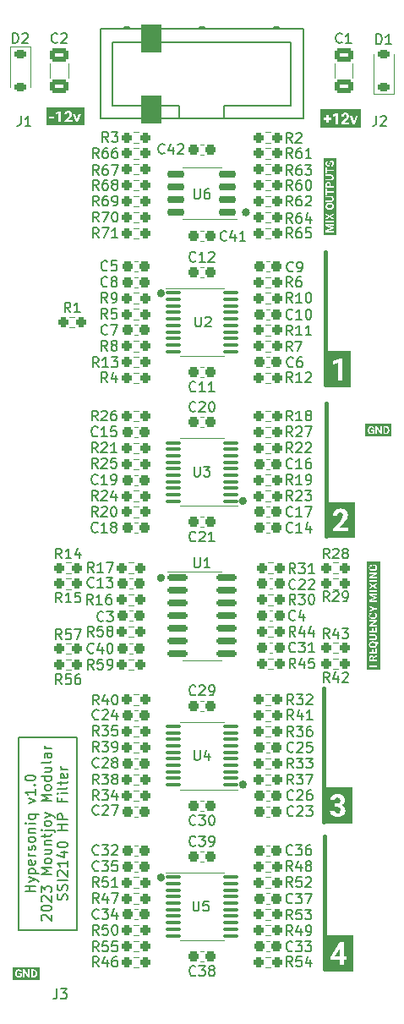
<source format=gbr>
%TF.GenerationSoftware,KiCad,Pcbnew,7.0.6*%
%TF.CreationDate,2023-07-26T19:03:53+01:00*%
%TF.ProjectId,Hypersoniq_Components,48797065-7273-46f6-9e69-715f436f6d70,rev?*%
%TF.SameCoordinates,Original*%
%TF.FileFunction,Legend,Top*%
%TF.FilePolarity,Positive*%
%FSLAX46Y46*%
G04 Gerber Fmt 4.6, Leading zero omitted, Abs format (unit mm)*
G04 Created by KiCad (PCBNEW 7.0.6) date 2023-07-26 19:03:53*
%MOMM*%
%LPD*%
G01*
G04 APERTURE LIST*
G04 Aperture macros list*
%AMRoundRect*
0 Rectangle with rounded corners*
0 $1 Rounding radius*
0 $2 $3 $4 $5 $6 $7 $8 $9 X,Y pos of 4 corners*
0 Add a 4 corners polygon primitive as box body*
4,1,4,$2,$3,$4,$5,$6,$7,$8,$9,$2,$3,0*
0 Add four circle primitives for the rounded corners*
1,1,$1+$1,$2,$3*
1,1,$1+$1,$4,$5*
1,1,$1+$1,$6,$7*
1,1,$1+$1,$8,$9*
0 Add four rect primitives between the rounded corners*
20,1,$1+$1,$2,$3,$4,$5,0*
20,1,$1+$1,$4,$5,$6,$7,0*
20,1,$1+$1,$6,$7,$8,$9,0*
20,1,$1+$1,$8,$9,$2,$3,0*%
G04 Aperture macros list end*
%ADD10C,0.400000*%
%ADD11C,0.150000*%
%ADD12C,0.120000*%
%ADD13C,0.100000*%
%ADD14RoundRect,0.237500X0.300000X0.237500X-0.300000X0.237500X-0.300000X-0.237500X0.300000X-0.237500X0*%
%ADD15RoundRect,0.237500X-0.250000X-0.237500X0.250000X-0.237500X0.250000X0.237500X-0.250000X0.237500X0*%
%ADD16RoundRect,0.237500X0.250000X0.237500X-0.250000X0.237500X-0.250000X-0.237500X0.250000X-0.237500X0*%
%ADD17RoundRect,0.100000X-0.637500X-0.100000X0.637500X-0.100000X0.637500X0.100000X-0.637500X0.100000X0*%
%ADD18RoundRect,0.225000X0.375000X-0.225000X0.375000X0.225000X-0.375000X0.225000X-0.375000X-0.225000X0*%
%ADD19RoundRect,0.100000X0.637500X0.100000X-0.637500X0.100000X-0.637500X-0.100000X0.637500X-0.100000X0*%
%ADD20RoundRect,0.237500X-0.300000X-0.237500X0.300000X-0.237500X0.300000X0.237500X-0.300000X0.237500X0*%
%ADD21R,1.700000X1.700000*%
%ADD22C,1.700000*%
%ADD23RoundRect,0.250000X0.650000X-0.412500X0.650000X0.412500X-0.650000X0.412500X-0.650000X-0.412500X0*%
%ADD24C,2.000000*%
%ADD25RoundRect,0.150000X-0.825000X-0.150000X0.825000X-0.150000X0.825000X0.150000X-0.825000X0.150000X0*%
%ADD26RoundRect,0.225000X-0.375000X0.225000X-0.375000X-0.225000X0.375000X-0.225000X0.375000X0.225000X0*%
%ADD27RoundRect,0.150000X0.725000X0.150000X-0.725000X0.150000X-0.725000X-0.150000X0.725000X-0.150000X0*%
%ADD28O,1.700000X1.700000*%
G04 APERTURE END LIST*
D10*
X74800000Y-69600000D02*
G75*
G03*
X74800000Y-69600000I-200000J0D01*
G01*
X82600000Y-86900000D02*
X82600000Y-73600000D01*
X82500000Y-145400000D02*
X82500000Y-132100000D01*
X66300000Y-77700000D02*
G75*
G03*
X66300000Y-77700000I-200000J0D01*
G01*
X66300000Y-106200000D02*
G75*
G03*
X66300000Y-106200000I-200000J0D01*
G01*
D11*
X51800000Y-122150000D02*
X57700000Y-122150000D01*
X57700000Y-141450000D01*
X51800000Y-141450000D01*
X51800000Y-122150000D01*
D10*
X74500000Y-126900000D02*
G75*
G03*
X74500000Y-126900000I-200000J0D01*
G01*
X74500000Y-98500000D02*
G75*
G03*
X74500000Y-98500000I-200000J0D01*
G01*
X66300000Y-136200000D02*
G75*
G03*
X66300000Y-136200000I-200000J0D01*
G01*
X82400000Y-130600000D02*
X82400000Y-117300000D01*
X82700000Y-102000000D02*
X82700000Y-88700000D01*
D11*
X55666666Y-147354819D02*
X55666666Y-148069104D01*
X55666666Y-148069104D02*
X55619047Y-148211961D01*
X55619047Y-148211961D02*
X55523809Y-148307200D01*
X55523809Y-148307200D02*
X55380952Y-148354819D01*
X55380952Y-148354819D02*
X55285714Y-148354819D01*
X56047619Y-147354819D02*
X56666666Y-147354819D01*
X56666666Y-147354819D02*
X56333333Y-147735771D01*
X56333333Y-147735771D02*
X56476190Y-147735771D01*
X56476190Y-147735771D02*
X56571428Y-147783390D01*
X56571428Y-147783390D02*
X56619047Y-147831009D01*
X56619047Y-147831009D02*
X56666666Y-147926247D01*
X56666666Y-147926247D02*
X56666666Y-148164342D01*
X56666666Y-148164342D02*
X56619047Y-148259580D01*
X56619047Y-148259580D02*
X56571428Y-148307200D01*
X56571428Y-148307200D02*
X56476190Y-148354819D01*
X56476190Y-148354819D02*
X56190476Y-148354819D01*
X56190476Y-148354819D02*
X56095238Y-148307200D01*
X56095238Y-148307200D02*
X56047619Y-148259580D01*
X52066666Y-59954819D02*
X52066666Y-60669104D01*
X52066666Y-60669104D02*
X52019047Y-60811961D01*
X52019047Y-60811961D02*
X51923809Y-60907200D01*
X51923809Y-60907200D02*
X51780952Y-60954819D01*
X51780952Y-60954819D02*
X51685714Y-60954819D01*
X53066666Y-60954819D02*
X52495238Y-60954819D01*
X52780952Y-60954819D02*
X52780952Y-59954819D01*
X52780952Y-59954819D02*
X52685714Y-60097676D01*
X52685714Y-60097676D02*
X52590476Y-60192914D01*
X52590476Y-60192914D02*
X52495238Y-60240533D01*
X87666666Y-59954819D02*
X87666666Y-60669104D01*
X87666666Y-60669104D02*
X87619047Y-60811961D01*
X87619047Y-60811961D02*
X87523809Y-60907200D01*
X87523809Y-60907200D02*
X87380952Y-60954819D01*
X87380952Y-60954819D02*
X87285714Y-60954819D01*
X88095238Y-60050057D02*
X88142857Y-60002438D01*
X88142857Y-60002438D02*
X88238095Y-59954819D01*
X88238095Y-59954819D02*
X88476190Y-59954819D01*
X88476190Y-59954819D02*
X88571428Y-60002438D01*
X88571428Y-60002438D02*
X88619047Y-60050057D01*
X88619047Y-60050057D02*
X88666666Y-60145295D01*
X88666666Y-60145295D02*
X88666666Y-60240533D01*
X88666666Y-60240533D02*
X88619047Y-60383390D01*
X88619047Y-60383390D02*
X88047619Y-60954819D01*
X88047619Y-60954819D02*
X88666666Y-60954819D01*
X53499819Y-137609523D02*
X52499819Y-137609523D01*
X52976009Y-137609523D02*
X52976009Y-137038095D01*
X53499819Y-137038095D02*
X52499819Y-137038095D01*
X52833152Y-136657142D02*
X53499819Y-136419047D01*
X52833152Y-136180952D02*
X53499819Y-136419047D01*
X53499819Y-136419047D02*
X53737914Y-136514285D01*
X53737914Y-136514285D02*
X53785533Y-136561904D01*
X53785533Y-136561904D02*
X53833152Y-136657142D01*
X52833152Y-135799999D02*
X53833152Y-135799999D01*
X52880771Y-135799999D02*
X52833152Y-135704761D01*
X52833152Y-135704761D02*
X52833152Y-135514285D01*
X52833152Y-135514285D02*
X52880771Y-135419047D01*
X52880771Y-135419047D02*
X52928390Y-135371428D01*
X52928390Y-135371428D02*
X53023628Y-135323809D01*
X53023628Y-135323809D02*
X53309342Y-135323809D01*
X53309342Y-135323809D02*
X53404580Y-135371428D01*
X53404580Y-135371428D02*
X53452200Y-135419047D01*
X53452200Y-135419047D02*
X53499819Y-135514285D01*
X53499819Y-135514285D02*
X53499819Y-135704761D01*
X53499819Y-135704761D02*
X53452200Y-135799999D01*
X53452200Y-134514285D02*
X53499819Y-134609523D01*
X53499819Y-134609523D02*
X53499819Y-134799999D01*
X53499819Y-134799999D02*
X53452200Y-134895237D01*
X53452200Y-134895237D02*
X53356961Y-134942856D01*
X53356961Y-134942856D02*
X52976009Y-134942856D01*
X52976009Y-134942856D02*
X52880771Y-134895237D01*
X52880771Y-134895237D02*
X52833152Y-134799999D01*
X52833152Y-134799999D02*
X52833152Y-134609523D01*
X52833152Y-134609523D02*
X52880771Y-134514285D01*
X52880771Y-134514285D02*
X52976009Y-134466666D01*
X52976009Y-134466666D02*
X53071247Y-134466666D01*
X53071247Y-134466666D02*
X53166485Y-134942856D01*
X53499819Y-134038094D02*
X52833152Y-134038094D01*
X53023628Y-134038094D02*
X52928390Y-133990475D01*
X52928390Y-133990475D02*
X52880771Y-133942856D01*
X52880771Y-133942856D02*
X52833152Y-133847618D01*
X52833152Y-133847618D02*
X52833152Y-133752380D01*
X53452200Y-133466665D02*
X53499819Y-133371427D01*
X53499819Y-133371427D02*
X53499819Y-133180951D01*
X53499819Y-133180951D02*
X53452200Y-133085713D01*
X53452200Y-133085713D02*
X53356961Y-133038094D01*
X53356961Y-133038094D02*
X53309342Y-133038094D01*
X53309342Y-133038094D02*
X53214104Y-133085713D01*
X53214104Y-133085713D02*
X53166485Y-133180951D01*
X53166485Y-133180951D02*
X53166485Y-133323808D01*
X53166485Y-133323808D02*
X53118866Y-133419046D01*
X53118866Y-133419046D02*
X53023628Y-133466665D01*
X53023628Y-133466665D02*
X52976009Y-133466665D01*
X52976009Y-133466665D02*
X52880771Y-133419046D01*
X52880771Y-133419046D02*
X52833152Y-133323808D01*
X52833152Y-133323808D02*
X52833152Y-133180951D01*
X52833152Y-133180951D02*
X52880771Y-133085713D01*
X53499819Y-132466665D02*
X53452200Y-132561903D01*
X53452200Y-132561903D02*
X53404580Y-132609522D01*
X53404580Y-132609522D02*
X53309342Y-132657141D01*
X53309342Y-132657141D02*
X53023628Y-132657141D01*
X53023628Y-132657141D02*
X52928390Y-132609522D01*
X52928390Y-132609522D02*
X52880771Y-132561903D01*
X52880771Y-132561903D02*
X52833152Y-132466665D01*
X52833152Y-132466665D02*
X52833152Y-132323808D01*
X52833152Y-132323808D02*
X52880771Y-132228570D01*
X52880771Y-132228570D02*
X52928390Y-132180951D01*
X52928390Y-132180951D02*
X53023628Y-132133332D01*
X53023628Y-132133332D02*
X53309342Y-132133332D01*
X53309342Y-132133332D02*
X53404580Y-132180951D01*
X53404580Y-132180951D02*
X53452200Y-132228570D01*
X53452200Y-132228570D02*
X53499819Y-132323808D01*
X53499819Y-132323808D02*
X53499819Y-132466665D01*
X52833152Y-131704760D02*
X53499819Y-131704760D01*
X52928390Y-131704760D02*
X52880771Y-131657141D01*
X52880771Y-131657141D02*
X52833152Y-131561903D01*
X52833152Y-131561903D02*
X52833152Y-131419046D01*
X52833152Y-131419046D02*
X52880771Y-131323808D01*
X52880771Y-131323808D02*
X52976009Y-131276189D01*
X52976009Y-131276189D02*
X53499819Y-131276189D01*
X53499819Y-130799998D02*
X52833152Y-130799998D01*
X52499819Y-130799998D02*
X52547438Y-130847617D01*
X52547438Y-130847617D02*
X52595057Y-130799998D01*
X52595057Y-130799998D02*
X52547438Y-130752379D01*
X52547438Y-130752379D02*
X52499819Y-130799998D01*
X52499819Y-130799998D02*
X52595057Y-130799998D01*
X52833152Y-129895237D02*
X53833152Y-129895237D01*
X53452200Y-129895237D02*
X53499819Y-129990475D01*
X53499819Y-129990475D02*
X53499819Y-130180951D01*
X53499819Y-130180951D02*
X53452200Y-130276189D01*
X53452200Y-130276189D02*
X53404580Y-130323808D01*
X53404580Y-130323808D02*
X53309342Y-130371427D01*
X53309342Y-130371427D02*
X53023628Y-130371427D01*
X53023628Y-130371427D02*
X52928390Y-130323808D01*
X52928390Y-130323808D02*
X52880771Y-130276189D01*
X52880771Y-130276189D02*
X52833152Y-130180951D01*
X52833152Y-130180951D02*
X52833152Y-129990475D01*
X52833152Y-129990475D02*
X52880771Y-129895237D01*
X52833152Y-128752379D02*
X53499819Y-128514284D01*
X53499819Y-128514284D02*
X52833152Y-128276189D01*
X53499819Y-127371427D02*
X53499819Y-127942855D01*
X53499819Y-127657141D02*
X52499819Y-127657141D01*
X52499819Y-127657141D02*
X52642676Y-127752379D01*
X52642676Y-127752379D02*
X52737914Y-127847617D01*
X52737914Y-127847617D02*
X52785533Y-127942855D01*
X53404580Y-126942855D02*
X53452200Y-126895236D01*
X53452200Y-126895236D02*
X53499819Y-126942855D01*
X53499819Y-126942855D02*
X53452200Y-126990474D01*
X53452200Y-126990474D02*
X53404580Y-126942855D01*
X53404580Y-126942855D02*
X53499819Y-126942855D01*
X52499819Y-126276189D02*
X52499819Y-126180951D01*
X52499819Y-126180951D02*
X52547438Y-126085713D01*
X52547438Y-126085713D02*
X52595057Y-126038094D01*
X52595057Y-126038094D02*
X52690295Y-125990475D01*
X52690295Y-125990475D02*
X52880771Y-125942856D01*
X52880771Y-125942856D02*
X53118866Y-125942856D01*
X53118866Y-125942856D02*
X53309342Y-125990475D01*
X53309342Y-125990475D02*
X53404580Y-126038094D01*
X53404580Y-126038094D02*
X53452200Y-126085713D01*
X53452200Y-126085713D02*
X53499819Y-126180951D01*
X53499819Y-126180951D02*
X53499819Y-126276189D01*
X53499819Y-126276189D02*
X53452200Y-126371427D01*
X53452200Y-126371427D02*
X53404580Y-126419046D01*
X53404580Y-126419046D02*
X53309342Y-126466665D01*
X53309342Y-126466665D02*
X53118866Y-126514284D01*
X53118866Y-126514284D02*
X52880771Y-126514284D01*
X52880771Y-126514284D02*
X52690295Y-126466665D01*
X52690295Y-126466665D02*
X52595057Y-126419046D01*
X52595057Y-126419046D02*
X52547438Y-126371427D01*
X52547438Y-126371427D02*
X52499819Y-126276189D01*
X54205057Y-140514286D02*
X54157438Y-140466667D01*
X54157438Y-140466667D02*
X54109819Y-140371429D01*
X54109819Y-140371429D02*
X54109819Y-140133334D01*
X54109819Y-140133334D02*
X54157438Y-140038096D01*
X54157438Y-140038096D02*
X54205057Y-139990477D01*
X54205057Y-139990477D02*
X54300295Y-139942858D01*
X54300295Y-139942858D02*
X54395533Y-139942858D01*
X54395533Y-139942858D02*
X54538390Y-139990477D01*
X54538390Y-139990477D02*
X55109819Y-140561905D01*
X55109819Y-140561905D02*
X55109819Y-139942858D01*
X54109819Y-139323810D02*
X54109819Y-139228572D01*
X54109819Y-139228572D02*
X54157438Y-139133334D01*
X54157438Y-139133334D02*
X54205057Y-139085715D01*
X54205057Y-139085715D02*
X54300295Y-139038096D01*
X54300295Y-139038096D02*
X54490771Y-138990477D01*
X54490771Y-138990477D02*
X54728866Y-138990477D01*
X54728866Y-138990477D02*
X54919342Y-139038096D01*
X54919342Y-139038096D02*
X55014580Y-139085715D01*
X55014580Y-139085715D02*
X55062200Y-139133334D01*
X55062200Y-139133334D02*
X55109819Y-139228572D01*
X55109819Y-139228572D02*
X55109819Y-139323810D01*
X55109819Y-139323810D02*
X55062200Y-139419048D01*
X55062200Y-139419048D02*
X55014580Y-139466667D01*
X55014580Y-139466667D02*
X54919342Y-139514286D01*
X54919342Y-139514286D02*
X54728866Y-139561905D01*
X54728866Y-139561905D02*
X54490771Y-139561905D01*
X54490771Y-139561905D02*
X54300295Y-139514286D01*
X54300295Y-139514286D02*
X54205057Y-139466667D01*
X54205057Y-139466667D02*
X54157438Y-139419048D01*
X54157438Y-139419048D02*
X54109819Y-139323810D01*
X54205057Y-138609524D02*
X54157438Y-138561905D01*
X54157438Y-138561905D02*
X54109819Y-138466667D01*
X54109819Y-138466667D02*
X54109819Y-138228572D01*
X54109819Y-138228572D02*
X54157438Y-138133334D01*
X54157438Y-138133334D02*
X54205057Y-138085715D01*
X54205057Y-138085715D02*
X54300295Y-138038096D01*
X54300295Y-138038096D02*
X54395533Y-138038096D01*
X54395533Y-138038096D02*
X54538390Y-138085715D01*
X54538390Y-138085715D02*
X55109819Y-138657143D01*
X55109819Y-138657143D02*
X55109819Y-138038096D01*
X54109819Y-137704762D02*
X54109819Y-137085715D01*
X54109819Y-137085715D02*
X54490771Y-137419048D01*
X54490771Y-137419048D02*
X54490771Y-137276191D01*
X54490771Y-137276191D02*
X54538390Y-137180953D01*
X54538390Y-137180953D02*
X54586009Y-137133334D01*
X54586009Y-137133334D02*
X54681247Y-137085715D01*
X54681247Y-137085715D02*
X54919342Y-137085715D01*
X54919342Y-137085715D02*
X55014580Y-137133334D01*
X55014580Y-137133334D02*
X55062200Y-137180953D01*
X55062200Y-137180953D02*
X55109819Y-137276191D01*
X55109819Y-137276191D02*
X55109819Y-137561905D01*
X55109819Y-137561905D02*
X55062200Y-137657143D01*
X55062200Y-137657143D02*
X55014580Y-137704762D01*
X55109819Y-135895238D02*
X54109819Y-135895238D01*
X54109819Y-135895238D02*
X54824104Y-135561905D01*
X54824104Y-135561905D02*
X54109819Y-135228572D01*
X54109819Y-135228572D02*
X55109819Y-135228572D01*
X55109819Y-134609524D02*
X55062200Y-134704762D01*
X55062200Y-134704762D02*
X55014580Y-134752381D01*
X55014580Y-134752381D02*
X54919342Y-134800000D01*
X54919342Y-134800000D02*
X54633628Y-134800000D01*
X54633628Y-134800000D02*
X54538390Y-134752381D01*
X54538390Y-134752381D02*
X54490771Y-134704762D01*
X54490771Y-134704762D02*
X54443152Y-134609524D01*
X54443152Y-134609524D02*
X54443152Y-134466667D01*
X54443152Y-134466667D02*
X54490771Y-134371429D01*
X54490771Y-134371429D02*
X54538390Y-134323810D01*
X54538390Y-134323810D02*
X54633628Y-134276191D01*
X54633628Y-134276191D02*
X54919342Y-134276191D01*
X54919342Y-134276191D02*
X55014580Y-134323810D01*
X55014580Y-134323810D02*
X55062200Y-134371429D01*
X55062200Y-134371429D02*
X55109819Y-134466667D01*
X55109819Y-134466667D02*
X55109819Y-134609524D01*
X54443152Y-133419048D02*
X55109819Y-133419048D01*
X54443152Y-133847619D02*
X54966961Y-133847619D01*
X54966961Y-133847619D02*
X55062200Y-133800000D01*
X55062200Y-133800000D02*
X55109819Y-133704762D01*
X55109819Y-133704762D02*
X55109819Y-133561905D01*
X55109819Y-133561905D02*
X55062200Y-133466667D01*
X55062200Y-133466667D02*
X55014580Y-133419048D01*
X54443152Y-132942857D02*
X55109819Y-132942857D01*
X54538390Y-132942857D02*
X54490771Y-132895238D01*
X54490771Y-132895238D02*
X54443152Y-132800000D01*
X54443152Y-132800000D02*
X54443152Y-132657143D01*
X54443152Y-132657143D02*
X54490771Y-132561905D01*
X54490771Y-132561905D02*
X54586009Y-132514286D01*
X54586009Y-132514286D02*
X55109819Y-132514286D01*
X54443152Y-132180952D02*
X54443152Y-131800000D01*
X54109819Y-132038095D02*
X54966961Y-132038095D01*
X54966961Y-132038095D02*
X55062200Y-131990476D01*
X55062200Y-131990476D02*
X55109819Y-131895238D01*
X55109819Y-131895238D02*
X55109819Y-131800000D01*
X54443152Y-131466666D02*
X55300295Y-131466666D01*
X55300295Y-131466666D02*
X55395533Y-131514285D01*
X55395533Y-131514285D02*
X55443152Y-131609523D01*
X55443152Y-131609523D02*
X55443152Y-131657142D01*
X54109819Y-131466666D02*
X54157438Y-131514285D01*
X54157438Y-131514285D02*
X54205057Y-131466666D01*
X54205057Y-131466666D02*
X54157438Y-131419047D01*
X54157438Y-131419047D02*
X54109819Y-131466666D01*
X54109819Y-131466666D02*
X54205057Y-131466666D01*
X55109819Y-130847619D02*
X55062200Y-130942857D01*
X55062200Y-130942857D02*
X55014580Y-130990476D01*
X55014580Y-130990476D02*
X54919342Y-131038095D01*
X54919342Y-131038095D02*
X54633628Y-131038095D01*
X54633628Y-131038095D02*
X54538390Y-130990476D01*
X54538390Y-130990476D02*
X54490771Y-130942857D01*
X54490771Y-130942857D02*
X54443152Y-130847619D01*
X54443152Y-130847619D02*
X54443152Y-130704762D01*
X54443152Y-130704762D02*
X54490771Y-130609524D01*
X54490771Y-130609524D02*
X54538390Y-130561905D01*
X54538390Y-130561905D02*
X54633628Y-130514286D01*
X54633628Y-130514286D02*
X54919342Y-130514286D01*
X54919342Y-130514286D02*
X55014580Y-130561905D01*
X55014580Y-130561905D02*
X55062200Y-130609524D01*
X55062200Y-130609524D02*
X55109819Y-130704762D01*
X55109819Y-130704762D02*
X55109819Y-130847619D01*
X54443152Y-130180952D02*
X55109819Y-129942857D01*
X54443152Y-129704762D02*
X55109819Y-129942857D01*
X55109819Y-129942857D02*
X55347914Y-130038095D01*
X55347914Y-130038095D02*
X55395533Y-130085714D01*
X55395533Y-130085714D02*
X55443152Y-130180952D01*
X55109819Y-128561904D02*
X54109819Y-128561904D01*
X54109819Y-128561904D02*
X54824104Y-128228571D01*
X54824104Y-128228571D02*
X54109819Y-127895238D01*
X54109819Y-127895238D02*
X55109819Y-127895238D01*
X55109819Y-127276190D02*
X55062200Y-127371428D01*
X55062200Y-127371428D02*
X55014580Y-127419047D01*
X55014580Y-127419047D02*
X54919342Y-127466666D01*
X54919342Y-127466666D02*
X54633628Y-127466666D01*
X54633628Y-127466666D02*
X54538390Y-127419047D01*
X54538390Y-127419047D02*
X54490771Y-127371428D01*
X54490771Y-127371428D02*
X54443152Y-127276190D01*
X54443152Y-127276190D02*
X54443152Y-127133333D01*
X54443152Y-127133333D02*
X54490771Y-127038095D01*
X54490771Y-127038095D02*
X54538390Y-126990476D01*
X54538390Y-126990476D02*
X54633628Y-126942857D01*
X54633628Y-126942857D02*
X54919342Y-126942857D01*
X54919342Y-126942857D02*
X55014580Y-126990476D01*
X55014580Y-126990476D02*
X55062200Y-127038095D01*
X55062200Y-127038095D02*
X55109819Y-127133333D01*
X55109819Y-127133333D02*
X55109819Y-127276190D01*
X55109819Y-126085714D02*
X54109819Y-126085714D01*
X55062200Y-126085714D02*
X55109819Y-126180952D01*
X55109819Y-126180952D02*
X55109819Y-126371428D01*
X55109819Y-126371428D02*
X55062200Y-126466666D01*
X55062200Y-126466666D02*
X55014580Y-126514285D01*
X55014580Y-126514285D02*
X54919342Y-126561904D01*
X54919342Y-126561904D02*
X54633628Y-126561904D01*
X54633628Y-126561904D02*
X54538390Y-126514285D01*
X54538390Y-126514285D02*
X54490771Y-126466666D01*
X54490771Y-126466666D02*
X54443152Y-126371428D01*
X54443152Y-126371428D02*
X54443152Y-126180952D01*
X54443152Y-126180952D02*
X54490771Y-126085714D01*
X54443152Y-125180952D02*
X55109819Y-125180952D01*
X54443152Y-125609523D02*
X54966961Y-125609523D01*
X54966961Y-125609523D02*
X55062200Y-125561904D01*
X55062200Y-125561904D02*
X55109819Y-125466666D01*
X55109819Y-125466666D02*
X55109819Y-125323809D01*
X55109819Y-125323809D02*
X55062200Y-125228571D01*
X55062200Y-125228571D02*
X55014580Y-125180952D01*
X55109819Y-124561904D02*
X55062200Y-124657142D01*
X55062200Y-124657142D02*
X54966961Y-124704761D01*
X54966961Y-124704761D02*
X54109819Y-124704761D01*
X55109819Y-123752380D02*
X54586009Y-123752380D01*
X54586009Y-123752380D02*
X54490771Y-123799999D01*
X54490771Y-123799999D02*
X54443152Y-123895237D01*
X54443152Y-123895237D02*
X54443152Y-124085713D01*
X54443152Y-124085713D02*
X54490771Y-124180951D01*
X55062200Y-123752380D02*
X55109819Y-123847618D01*
X55109819Y-123847618D02*
X55109819Y-124085713D01*
X55109819Y-124085713D02*
X55062200Y-124180951D01*
X55062200Y-124180951D02*
X54966961Y-124228570D01*
X54966961Y-124228570D02*
X54871723Y-124228570D01*
X54871723Y-124228570D02*
X54776485Y-124180951D01*
X54776485Y-124180951D02*
X54728866Y-124085713D01*
X54728866Y-124085713D02*
X54728866Y-123847618D01*
X54728866Y-123847618D02*
X54681247Y-123752380D01*
X55109819Y-123276189D02*
X54443152Y-123276189D01*
X54633628Y-123276189D02*
X54538390Y-123228570D01*
X54538390Y-123228570D02*
X54490771Y-123180951D01*
X54490771Y-123180951D02*
X54443152Y-123085713D01*
X54443152Y-123085713D02*
X54443152Y-122990475D01*
X56672200Y-138442857D02*
X56719819Y-138300000D01*
X56719819Y-138300000D02*
X56719819Y-138061905D01*
X56719819Y-138061905D02*
X56672200Y-137966667D01*
X56672200Y-137966667D02*
X56624580Y-137919048D01*
X56624580Y-137919048D02*
X56529342Y-137871429D01*
X56529342Y-137871429D02*
X56434104Y-137871429D01*
X56434104Y-137871429D02*
X56338866Y-137919048D01*
X56338866Y-137919048D02*
X56291247Y-137966667D01*
X56291247Y-137966667D02*
X56243628Y-138061905D01*
X56243628Y-138061905D02*
X56196009Y-138252381D01*
X56196009Y-138252381D02*
X56148390Y-138347619D01*
X56148390Y-138347619D02*
X56100771Y-138395238D01*
X56100771Y-138395238D02*
X56005533Y-138442857D01*
X56005533Y-138442857D02*
X55910295Y-138442857D01*
X55910295Y-138442857D02*
X55815057Y-138395238D01*
X55815057Y-138395238D02*
X55767438Y-138347619D01*
X55767438Y-138347619D02*
X55719819Y-138252381D01*
X55719819Y-138252381D02*
X55719819Y-138014286D01*
X55719819Y-138014286D02*
X55767438Y-137871429D01*
X56672200Y-137490476D02*
X56719819Y-137347619D01*
X56719819Y-137347619D02*
X56719819Y-137109524D01*
X56719819Y-137109524D02*
X56672200Y-137014286D01*
X56672200Y-137014286D02*
X56624580Y-136966667D01*
X56624580Y-136966667D02*
X56529342Y-136919048D01*
X56529342Y-136919048D02*
X56434104Y-136919048D01*
X56434104Y-136919048D02*
X56338866Y-136966667D01*
X56338866Y-136966667D02*
X56291247Y-137014286D01*
X56291247Y-137014286D02*
X56243628Y-137109524D01*
X56243628Y-137109524D02*
X56196009Y-137300000D01*
X56196009Y-137300000D02*
X56148390Y-137395238D01*
X56148390Y-137395238D02*
X56100771Y-137442857D01*
X56100771Y-137442857D02*
X56005533Y-137490476D01*
X56005533Y-137490476D02*
X55910295Y-137490476D01*
X55910295Y-137490476D02*
X55815057Y-137442857D01*
X55815057Y-137442857D02*
X55767438Y-137395238D01*
X55767438Y-137395238D02*
X55719819Y-137300000D01*
X55719819Y-137300000D02*
X55719819Y-137061905D01*
X55719819Y-137061905D02*
X55767438Y-136919048D01*
X56719819Y-136490476D02*
X55719819Y-136490476D01*
X55815057Y-136061905D02*
X55767438Y-136014286D01*
X55767438Y-136014286D02*
X55719819Y-135919048D01*
X55719819Y-135919048D02*
X55719819Y-135680953D01*
X55719819Y-135680953D02*
X55767438Y-135585715D01*
X55767438Y-135585715D02*
X55815057Y-135538096D01*
X55815057Y-135538096D02*
X55910295Y-135490477D01*
X55910295Y-135490477D02*
X56005533Y-135490477D01*
X56005533Y-135490477D02*
X56148390Y-135538096D01*
X56148390Y-135538096D02*
X56719819Y-136109524D01*
X56719819Y-136109524D02*
X56719819Y-135490477D01*
X56719819Y-134538096D02*
X56719819Y-135109524D01*
X56719819Y-134823810D02*
X55719819Y-134823810D01*
X55719819Y-134823810D02*
X55862676Y-134919048D01*
X55862676Y-134919048D02*
X55957914Y-135014286D01*
X55957914Y-135014286D02*
X56005533Y-135109524D01*
X56053152Y-133680953D02*
X56719819Y-133680953D01*
X55672200Y-133919048D02*
X56386485Y-134157143D01*
X56386485Y-134157143D02*
X56386485Y-133538096D01*
X55719819Y-132966667D02*
X55719819Y-132871429D01*
X55719819Y-132871429D02*
X55767438Y-132776191D01*
X55767438Y-132776191D02*
X55815057Y-132728572D01*
X55815057Y-132728572D02*
X55910295Y-132680953D01*
X55910295Y-132680953D02*
X56100771Y-132633334D01*
X56100771Y-132633334D02*
X56338866Y-132633334D01*
X56338866Y-132633334D02*
X56529342Y-132680953D01*
X56529342Y-132680953D02*
X56624580Y-132728572D01*
X56624580Y-132728572D02*
X56672200Y-132776191D01*
X56672200Y-132776191D02*
X56719819Y-132871429D01*
X56719819Y-132871429D02*
X56719819Y-132966667D01*
X56719819Y-132966667D02*
X56672200Y-133061905D01*
X56672200Y-133061905D02*
X56624580Y-133109524D01*
X56624580Y-133109524D02*
X56529342Y-133157143D01*
X56529342Y-133157143D02*
X56338866Y-133204762D01*
X56338866Y-133204762D02*
X56100771Y-133204762D01*
X56100771Y-133204762D02*
X55910295Y-133157143D01*
X55910295Y-133157143D02*
X55815057Y-133109524D01*
X55815057Y-133109524D02*
X55767438Y-133061905D01*
X55767438Y-133061905D02*
X55719819Y-132966667D01*
X56719819Y-131442857D02*
X55719819Y-131442857D01*
X56196009Y-131442857D02*
X56196009Y-130871429D01*
X56719819Y-130871429D02*
X55719819Y-130871429D01*
X56719819Y-130395238D02*
X55719819Y-130395238D01*
X55719819Y-130395238D02*
X55719819Y-130014286D01*
X55719819Y-130014286D02*
X55767438Y-129919048D01*
X55767438Y-129919048D02*
X55815057Y-129871429D01*
X55815057Y-129871429D02*
X55910295Y-129823810D01*
X55910295Y-129823810D02*
X56053152Y-129823810D01*
X56053152Y-129823810D02*
X56148390Y-129871429D01*
X56148390Y-129871429D02*
X56196009Y-129919048D01*
X56196009Y-129919048D02*
X56243628Y-130014286D01*
X56243628Y-130014286D02*
X56243628Y-130395238D01*
X56196009Y-128300000D02*
X56196009Y-128633333D01*
X56719819Y-128633333D02*
X55719819Y-128633333D01*
X55719819Y-128633333D02*
X55719819Y-128157143D01*
X56719819Y-127776190D02*
X56053152Y-127776190D01*
X55719819Y-127776190D02*
X55767438Y-127823809D01*
X55767438Y-127823809D02*
X55815057Y-127776190D01*
X55815057Y-127776190D02*
X55767438Y-127728571D01*
X55767438Y-127728571D02*
X55719819Y-127776190D01*
X55719819Y-127776190D02*
X55815057Y-127776190D01*
X56719819Y-127157143D02*
X56672200Y-127252381D01*
X56672200Y-127252381D02*
X56576961Y-127300000D01*
X56576961Y-127300000D02*
X55719819Y-127300000D01*
X56053152Y-126919047D02*
X56053152Y-126538095D01*
X55719819Y-126776190D02*
X56576961Y-126776190D01*
X56576961Y-126776190D02*
X56672200Y-126728571D01*
X56672200Y-126728571D02*
X56719819Y-126633333D01*
X56719819Y-126633333D02*
X56719819Y-126538095D01*
X56672200Y-125823809D02*
X56719819Y-125919047D01*
X56719819Y-125919047D02*
X56719819Y-126109523D01*
X56719819Y-126109523D02*
X56672200Y-126204761D01*
X56672200Y-126204761D02*
X56576961Y-126252380D01*
X56576961Y-126252380D02*
X56196009Y-126252380D01*
X56196009Y-126252380D02*
X56100771Y-126204761D01*
X56100771Y-126204761D02*
X56053152Y-126109523D01*
X56053152Y-126109523D02*
X56053152Y-125919047D01*
X56053152Y-125919047D02*
X56100771Y-125823809D01*
X56100771Y-125823809D02*
X56196009Y-125776190D01*
X56196009Y-125776190D02*
X56291247Y-125776190D01*
X56291247Y-125776190D02*
X56386485Y-126252380D01*
X56719819Y-125347618D02*
X56053152Y-125347618D01*
X56243628Y-125347618D02*
X56148390Y-125299999D01*
X56148390Y-125299999D02*
X56100771Y-125252380D01*
X56100771Y-125252380D02*
X56053152Y-125157142D01*
X56053152Y-125157142D02*
X56053152Y-125061904D01*
X69557142Y-87459580D02*
X69509523Y-87507200D01*
X69509523Y-87507200D02*
X69366666Y-87554819D01*
X69366666Y-87554819D02*
X69271428Y-87554819D01*
X69271428Y-87554819D02*
X69128571Y-87507200D01*
X69128571Y-87507200D02*
X69033333Y-87411961D01*
X69033333Y-87411961D02*
X68985714Y-87316723D01*
X68985714Y-87316723D02*
X68938095Y-87126247D01*
X68938095Y-87126247D02*
X68938095Y-86983390D01*
X68938095Y-86983390D02*
X68985714Y-86792914D01*
X68985714Y-86792914D02*
X69033333Y-86697676D01*
X69033333Y-86697676D02*
X69128571Y-86602438D01*
X69128571Y-86602438D02*
X69271428Y-86554819D01*
X69271428Y-86554819D02*
X69366666Y-86554819D01*
X69366666Y-86554819D02*
X69509523Y-86602438D01*
X69509523Y-86602438D02*
X69557142Y-86650057D01*
X70509523Y-87554819D02*
X69938095Y-87554819D01*
X70223809Y-87554819D02*
X70223809Y-86554819D01*
X70223809Y-86554819D02*
X70128571Y-86697676D01*
X70128571Y-86697676D02*
X70033333Y-86792914D01*
X70033333Y-86792914D02*
X69938095Y-86840533D01*
X71461904Y-87554819D02*
X70890476Y-87554819D01*
X71176190Y-87554819D02*
X71176190Y-86554819D01*
X71176190Y-86554819D02*
X71080952Y-86697676D01*
X71080952Y-86697676D02*
X70985714Y-86792914D01*
X70985714Y-86792914D02*
X70890476Y-86840533D01*
X57033333Y-79624819D02*
X56700000Y-79148628D01*
X56461905Y-79624819D02*
X56461905Y-78624819D01*
X56461905Y-78624819D02*
X56842857Y-78624819D01*
X56842857Y-78624819D02*
X56938095Y-78672438D01*
X56938095Y-78672438D02*
X56985714Y-78720057D01*
X56985714Y-78720057D02*
X57033333Y-78815295D01*
X57033333Y-78815295D02*
X57033333Y-78958152D01*
X57033333Y-78958152D02*
X56985714Y-79053390D01*
X56985714Y-79053390D02*
X56938095Y-79101009D01*
X56938095Y-79101009D02*
X56842857Y-79148628D01*
X56842857Y-79148628D02*
X56461905Y-79148628D01*
X57985714Y-79624819D02*
X57414286Y-79624819D01*
X57700000Y-79624819D02*
X57700000Y-78624819D01*
X57700000Y-78624819D02*
X57604762Y-78767676D01*
X57604762Y-78767676D02*
X57509524Y-78862914D01*
X57509524Y-78862914D02*
X57414286Y-78910533D01*
X59857142Y-137154819D02*
X59523809Y-136678628D01*
X59285714Y-137154819D02*
X59285714Y-136154819D01*
X59285714Y-136154819D02*
X59666666Y-136154819D01*
X59666666Y-136154819D02*
X59761904Y-136202438D01*
X59761904Y-136202438D02*
X59809523Y-136250057D01*
X59809523Y-136250057D02*
X59857142Y-136345295D01*
X59857142Y-136345295D02*
X59857142Y-136488152D01*
X59857142Y-136488152D02*
X59809523Y-136583390D01*
X59809523Y-136583390D02*
X59761904Y-136631009D01*
X59761904Y-136631009D02*
X59666666Y-136678628D01*
X59666666Y-136678628D02*
X59285714Y-136678628D01*
X60761904Y-136154819D02*
X60285714Y-136154819D01*
X60285714Y-136154819D02*
X60238095Y-136631009D01*
X60238095Y-136631009D02*
X60285714Y-136583390D01*
X60285714Y-136583390D02*
X60380952Y-136535771D01*
X60380952Y-136535771D02*
X60619047Y-136535771D01*
X60619047Y-136535771D02*
X60714285Y-136583390D01*
X60714285Y-136583390D02*
X60761904Y-136631009D01*
X60761904Y-136631009D02*
X60809523Y-136726247D01*
X60809523Y-136726247D02*
X60809523Y-136964342D01*
X60809523Y-136964342D02*
X60761904Y-137059580D01*
X60761904Y-137059580D02*
X60714285Y-137107200D01*
X60714285Y-137107200D02*
X60619047Y-137154819D01*
X60619047Y-137154819D02*
X60380952Y-137154819D01*
X60380952Y-137154819D02*
X60285714Y-137107200D01*
X60285714Y-137107200D02*
X60238095Y-137059580D01*
X61761904Y-137154819D02*
X61190476Y-137154819D01*
X61476190Y-137154819D02*
X61476190Y-136154819D01*
X61476190Y-136154819D02*
X61380952Y-136297676D01*
X61380952Y-136297676D02*
X61285714Y-136392914D01*
X61285714Y-136392914D02*
X61190476Y-136440533D01*
X69538095Y-80054819D02*
X69538095Y-80864342D01*
X69538095Y-80864342D02*
X69585714Y-80959580D01*
X69585714Y-80959580D02*
X69633333Y-81007200D01*
X69633333Y-81007200D02*
X69728571Y-81054819D01*
X69728571Y-81054819D02*
X69919047Y-81054819D01*
X69919047Y-81054819D02*
X70014285Y-81007200D01*
X70014285Y-81007200D02*
X70061904Y-80959580D01*
X70061904Y-80959580D02*
X70109523Y-80864342D01*
X70109523Y-80864342D02*
X70109523Y-80054819D01*
X70538095Y-80150057D02*
X70585714Y-80102438D01*
X70585714Y-80102438D02*
X70680952Y-80054819D01*
X70680952Y-80054819D02*
X70919047Y-80054819D01*
X70919047Y-80054819D02*
X71014285Y-80102438D01*
X71014285Y-80102438D02*
X71061904Y-80150057D01*
X71061904Y-80150057D02*
X71109523Y-80245295D01*
X71109523Y-80245295D02*
X71109523Y-80340533D01*
X71109523Y-80340533D02*
X71061904Y-80483390D01*
X71061904Y-80483390D02*
X70490476Y-81054819D01*
X70490476Y-81054819D02*
X71109523Y-81054819D01*
X87661905Y-52754819D02*
X87661905Y-51754819D01*
X87661905Y-51754819D02*
X87900000Y-51754819D01*
X87900000Y-51754819D02*
X88042857Y-51802438D01*
X88042857Y-51802438D02*
X88138095Y-51897676D01*
X88138095Y-51897676D02*
X88185714Y-51992914D01*
X88185714Y-51992914D02*
X88233333Y-52183390D01*
X88233333Y-52183390D02*
X88233333Y-52326247D01*
X88233333Y-52326247D02*
X88185714Y-52516723D01*
X88185714Y-52516723D02*
X88138095Y-52611961D01*
X88138095Y-52611961D02*
X88042857Y-52707200D01*
X88042857Y-52707200D02*
X87900000Y-52754819D01*
X87900000Y-52754819D02*
X87661905Y-52754819D01*
X89185714Y-52754819D02*
X88614286Y-52754819D01*
X88900000Y-52754819D02*
X88900000Y-51754819D01*
X88900000Y-51754819D02*
X88804762Y-51897676D01*
X88804762Y-51897676D02*
X88709524Y-51992914D01*
X88709524Y-51992914D02*
X88614286Y-52040533D01*
X69438095Y-95054819D02*
X69438095Y-95864342D01*
X69438095Y-95864342D02*
X69485714Y-95959580D01*
X69485714Y-95959580D02*
X69533333Y-96007200D01*
X69533333Y-96007200D02*
X69628571Y-96054819D01*
X69628571Y-96054819D02*
X69819047Y-96054819D01*
X69819047Y-96054819D02*
X69914285Y-96007200D01*
X69914285Y-96007200D02*
X69961904Y-95959580D01*
X69961904Y-95959580D02*
X70009523Y-95864342D01*
X70009523Y-95864342D02*
X70009523Y-95054819D01*
X70390476Y-95054819D02*
X71009523Y-95054819D01*
X71009523Y-95054819D02*
X70676190Y-95435771D01*
X70676190Y-95435771D02*
X70819047Y-95435771D01*
X70819047Y-95435771D02*
X70914285Y-95483390D01*
X70914285Y-95483390D02*
X70961904Y-95531009D01*
X70961904Y-95531009D02*
X71009523Y-95626247D01*
X71009523Y-95626247D02*
X71009523Y-95864342D01*
X71009523Y-95864342D02*
X70961904Y-95959580D01*
X70961904Y-95959580D02*
X70914285Y-96007200D01*
X70914285Y-96007200D02*
X70819047Y-96054819D01*
X70819047Y-96054819D02*
X70533333Y-96054819D01*
X70533333Y-96054819D02*
X70438095Y-96007200D01*
X70438095Y-96007200D02*
X70390476Y-95959580D01*
X59857142Y-126854819D02*
X59523809Y-126378628D01*
X59285714Y-126854819D02*
X59285714Y-125854819D01*
X59285714Y-125854819D02*
X59666666Y-125854819D01*
X59666666Y-125854819D02*
X59761904Y-125902438D01*
X59761904Y-125902438D02*
X59809523Y-125950057D01*
X59809523Y-125950057D02*
X59857142Y-126045295D01*
X59857142Y-126045295D02*
X59857142Y-126188152D01*
X59857142Y-126188152D02*
X59809523Y-126283390D01*
X59809523Y-126283390D02*
X59761904Y-126331009D01*
X59761904Y-126331009D02*
X59666666Y-126378628D01*
X59666666Y-126378628D02*
X59285714Y-126378628D01*
X60190476Y-125854819D02*
X60809523Y-125854819D01*
X60809523Y-125854819D02*
X60476190Y-126235771D01*
X60476190Y-126235771D02*
X60619047Y-126235771D01*
X60619047Y-126235771D02*
X60714285Y-126283390D01*
X60714285Y-126283390D02*
X60761904Y-126331009D01*
X60761904Y-126331009D02*
X60809523Y-126426247D01*
X60809523Y-126426247D02*
X60809523Y-126664342D01*
X60809523Y-126664342D02*
X60761904Y-126759580D01*
X60761904Y-126759580D02*
X60714285Y-126807200D01*
X60714285Y-126807200D02*
X60619047Y-126854819D01*
X60619047Y-126854819D02*
X60333333Y-126854819D01*
X60333333Y-126854819D02*
X60238095Y-126807200D01*
X60238095Y-126807200D02*
X60190476Y-126759580D01*
X61380952Y-126283390D02*
X61285714Y-126235771D01*
X61285714Y-126235771D02*
X61238095Y-126188152D01*
X61238095Y-126188152D02*
X61190476Y-126092914D01*
X61190476Y-126092914D02*
X61190476Y-126045295D01*
X61190476Y-126045295D02*
X61238095Y-125950057D01*
X61238095Y-125950057D02*
X61285714Y-125902438D01*
X61285714Y-125902438D02*
X61380952Y-125854819D01*
X61380952Y-125854819D02*
X61571428Y-125854819D01*
X61571428Y-125854819D02*
X61666666Y-125902438D01*
X61666666Y-125902438D02*
X61714285Y-125950057D01*
X61714285Y-125950057D02*
X61761904Y-126045295D01*
X61761904Y-126045295D02*
X61761904Y-126092914D01*
X61761904Y-126092914D02*
X61714285Y-126188152D01*
X61714285Y-126188152D02*
X61666666Y-126235771D01*
X61666666Y-126235771D02*
X61571428Y-126283390D01*
X61571428Y-126283390D02*
X61380952Y-126283390D01*
X61380952Y-126283390D02*
X61285714Y-126331009D01*
X61285714Y-126331009D02*
X61238095Y-126378628D01*
X61238095Y-126378628D02*
X61190476Y-126473866D01*
X61190476Y-126473866D02*
X61190476Y-126664342D01*
X61190476Y-126664342D02*
X61238095Y-126759580D01*
X61238095Y-126759580D02*
X61285714Y-126807200D01*
X61285714Y-126807200D02*
X61380952Y-126854819D01*
X61380952Y-126854819D02*
X61571428Y-126854819D01*
X61571428Y-126854819D02*
X61666666Y-126807200D01*
X61666666Y-126807200D02*
X61714285Y-126759580D01*
X61714285Y-126759580D02*
X61761904Y-126664342D01*
X61761904Y-126664342D02*
X61761904Y-126473866D01*
X61761904Y-126473866D02*
X61714285Y-126378628D01*
X61714285Y-126378628D02*
X61666666Y-126331009D01*
X61666666Y-126331009D02*
X61571428Y-126283390D01*
X59857142Y-65854819D02*
X59523809Y-65378628D01*
X59285714Y-65854819D02*
X59285714Y-64854819D01*
X59285714Y-64854819D02*
X59666666Y-64854819D01*
X59666666Y-64854819D02*
X59761904Y-64902438D01*
X59761904Y-64902438D02*
X59809523Y-64950057D01*
X59809523Y-64950057D02*
X59857142Y-65045295D01*
X59857142Y-65045295D02*
X59857142Y-65188152D01*
X59857142Y-65188152D02*
X59809523Y-65283390D01*
X59809523Y-65283390D02*
X59761904Y-65331009D01*
X59761904Y-65331009D02*
X59666666Y-65378628D01*
X59666666Y-65378628D02*
X59285714Y-65378628D01*
X60714285Y-64854819D02*
X60523809Y-64854819D01*
X60523809Y-64854819D02*
X60428571Y-64902438D01*
X60428571Y-64902438D02*
X60380952Y-64950057D01*
X60380952Y-64950057D02*
X60285714Y-65092914D01*
X60285714Y-65092914D02*
X60238095Y-65283390D01*
X60238095Y-65283390D02*
X60238095Y-65664342D01*
X60238095Y-65664342D02*
X60285714Y-65759580D01*
X60285714Y-65759580D02*
X60333333Y-65807200D01*
X60333333Y-65807200D02*
X60428571Y-65854819D01*
X60428571Y-65854819D02*
X60619047Y-65854819D01*
X60619047Y-65854819D02*
X60714285Y-65807200D01*
X60714285Y-65807200D02*
X60761904Y-65759580D01*
X60761904Y-65759580D02*
X60809523Y-65664342D01*
X60809523Y-65664342D02*
X60809523Y-65426247D01*
X60809523Y-65426247D02*
X60761904Y-65331009D01*
X60761904Y-65331009D02*
X60714285Y-65283390D01*
X60714285Y-65283390D02*
X60619047Y-65235771D01*
X60619047Y-65235771D02*
X60428571Y-65235771D01*
X60428571Y-65235771D02*
X60333333Y-65283390D01*
X60333333Y-65283390D02*
X60285714Y-65331009D01*
X60285714Y-65331009D02*
X60238095Y-65426247D01*
X61142857Y-64854819D02*
X61809523Y-64854819D01*
X61809523Y-64854819D02*
X61380952Y-65854819D01*
X60733333Y-81759580D02*
X60685714Y-81807200D01*
X60685714Y-81807200D02*
X60542857Y-81854819D01*
X60542857Y-81854819D02*
X60447619Y-81854819D01*
X60447619Y-81854819D02*
X60304762Y-81807200D01*
X60304762Y-81807200D02*
X60209524Y-81711961D01*
X60209524Y-81711961D02*
X60161905Y-81616723D01*
X60161905Y-81616723D02*
X60114286Y-81426247D01*
X60114286Y-81426247D02*
X60114286Y-81283390D01*
X60114286Y-81283390D02*
X60161905Y-81092914D01*
X60161905Y-81092914D02*
X60209524Y-80997676D01*
X60209524Y-80997676D02*
X60304762Y-80902438D01*
X60304762Y-80902438D02*
X60447619Y-80854819D01*
X60447619Y-80854819D02*
X60542857Y-80854819D01*
X60542857Y-80854819D02*
X60685714Y-80902438D01*
X60685714Y-80902438D02*
X60733333Y-80950057D01*
X61066667Y-80854819D02*
X61733333Y-80854819D01*
X61733333Y-80854819D02*
X61304762Y-81854819D01*
X79257142Y-70654819D02*
X78923809Y-70178628D01*
X78685714Y-70654819D02*
X78685714Y-69654819D01*
X78685714Y-69654819D02*
X79066666Y-69654819D01*
X79066666Y-69654819D02*
X79161904Y-69702438D01*
X79161904Y-69702438D02*
X79209523Y-69750057D01*
X79209523Y-69750057D02*
X79257142Y-69845295D01*
X79257142Y-69845295D02*
X79257142Y-69988152D01*
X79257142Y-69988152D02*
X79209523Y-70083390D01*
X79209523Y-70083390D02*
X79161904Y-70131009D01*
X79161904Y-70131009D02*
X79066666Y-70178628D01*
X79066666Y-70178628D02*
X78685714Y-70178628D01*
X80114285Y-69654819D02*
X79923809Y-69654819D01*
X79923809Y-69654819D02*
X79828571Y-69702438D01*
X79828571Y-69702438D02*
X79780952Y-69750057D01*
X79780952Y-69750057D02*
X79685714Y-69892914D01*
X79685714Y-69892914D02*
X79638095Y-70083390D01*
X79638095Y-70083390D02*
X79638095Y-70464342D01*
X79638095Y-70464342D02*
X79685714Y-70559580D01*
X79685714Y-70559580D02*
X79733333Y-70607200D01*
X79733333Y-70607200D02*
X79828571Y-70654819D01*
X79828571Y-70654819D02*
X80019047Y-70654819D01*
X80019047Y-70654819D02*
X80114285Y-70607200D01*
X80114285Y-70607200D02*
X80161904Y-70559580D01*
X80161904Y-70559580D02*
X80209523Y-70464342D01*
X80209523Y-70464342D02*
X80209523Y-70226247D01*
X80209523Y-70226247D02*
X80161904Y-70131009D01*
X80161904Y-70131009D02*
X80114285Y-70083390D01*
X80114285Y-70083390D02*
X80019047Y-70035771D01*
X80019047Y-70035771D02*
X79828571Y-70035771D01*
X79828571Y-70035771D02*
X79733333Y-70083390D01*
X79733333Y-70083390D02*
X79685714Y-70131009D01*
X79685714Y-70131009D02*
X79638095Y-70226247D01*
X81066666Y-69988152D02*
X81066666Y-70654819D01*
X80828571Y-69607200D02*
X80590476Y-70321485D01*
X80590476Y-70321485D02*
X81209523Y-70321485D01*
X79257142Y-67354819D02*
X78923809Y-66878628D01*
X78685714Y-67354819D02*
X78685714Y-66354819D01*
X78685714Y-66354819D02*
X79066666Y-66354819D01*
X79066666Y-66354819D02*
X79161904Y-66402438D01*
X79161904Y-66402438D02*
X79209523Y-66450057D01*
X79209523Y-66450057D02*
X79257142Y-66545295D01*
X79257142Y-66545295D02*
X79257142Y-66688152D01*
X79257142Y-66688152D02*
X79209523Y-66783390D01*
X79209523Y-66783390D02*
X79161904Y-66831009D01*
X79161904Y-66831009D02*
X79066666Y-66878628D01*
X79066666Y-66878628D02*
X78685714Y-66878628D01*
X80114285Y-66354819D02*
X79923809Y-66354819D01*
X79923809Y-66354819D02*
X79828571Y-66402438D01*
X79828571Y-66402438D02*
X79780952Y-66450057D01*
X79780952Y-66450057D02*
X79685714Y-66592914D01*
X79685714Y-66592914D02*
X79638095Y-66783390D01*
X79638095Y-66783390D02*
X79638095Y-67164342D01*
X79638095Y-67164342D02*
X79685714Y-67259580D01*
X79685714Y-67259580D02*
X79733333Y-67307200D01*
X79733333Y-67307200D02*
X79828571Y-67354819D01*
X79828571Y-67354819D02*
X80019047Y-67354819D01*
X80019047Y-67354819D02*
X80114285Y-67307200D01*
X80114285Y-67307200D02*
X80161904Y-67259580D01*
X80161904Y-67259580D02*
X80209523Y-67164342D01*
X80209523Y-67164342D02*
X80209523Y-66926247D01*
X80209523Y-66926247D02*
X80161904Y-66831009D01*
X80161904Y-66831009D02*
X80114285Y-66783390D01*
X80114285Y-66783390D02*
X80019047Y-66735771D01*
X80019047Y-66735771D02*
X79828571Y-66735771D01*
X79828571Y-66735771D02*
X79733333Y-66783390D01*
X79733333Y-66783390D02*
X79685714Y-66831009D01*
X79685714Y-66831009D02*
X79638095Y-66926247D01*
X80828571Y-66354819D02*
X80923809Y-66354819D01*
X80923809Y-66354819D02*
X81019047Y-66402438D01*
X81019047Y-66402438D02*
X81066666Y-66450057D01*
X81066666Y-66450057D02*
X81114285Y-66545295D01*
X81114285Y-66545295D02*
X81161904Y-66735771D01*
X81161904Y-66735771D02*
X81161904Y-66973866D01*
X81161904Y-66973866D02*
X81114285Y-67164342D01*
X81114285Y-67164342D02*
X81066666Y-67259580D01*
X81066666Y-67259580D02*
X81019047Y-67307200D01*
X81019047Y-67307200D02*
X80923809Y-67354819D01*
X80923809Y-67354819D02*
X80828571Y-67354819D01*
X80828571Y-67354819D02*
X80733333Y-67307200D01*
X80733333Y-67307200D02*
X80685714Y-67259580D01*
X80685714Y-67259580D02*
X80638095Y-67164342D01*
X80638095Y-67164342D02*
X80590476Y-66973866D01*
X80590476Y-66973866D02*
X80590476Y-66735771D01*
X80590476Y-66735771D02*
X80638095Y-66545295D01*
X80638095Y-66545295D02*
X80685714Y-66450057D01*
X80685714Y-66450057D02*
X80733333Y-66402438D01*
X80733333Y-66402438D02*
X80828571Y-66354819D01*
X79333333Y-85009580D02*
X79285714Y-85057200D01*
X79285714Y-85057200D02*
X79142857Y-85104819D01*
X79142857Y-85104819D02*
X79047619Y-85104819D01*
X79047619Y-85104819D02*
X78904762Y-85057200D01*
X78904762Y-85057200D02*
X78809524Y-84961961D01*
X78809524Y-84961961D02*
X78761905Y-84866723D01*
X78761905Y-84866723D02*
X78714286Y-84676247D01*
X78714286Y-84676247D02*
X78714286Y-84533390D01*
X78714286Y-84533390D02*
X78761905Y-84342914D01*
X78761905Y-84342914D02*
X78809524Y-84247676D01*
X78809524Y-84247676D02*
X78904762Y-84152438D01*
X78904762Y-84152438D02*
X79047619Y-84104819D01*
X79047619Y-84104819D02*
X79142857Y-84104819D01*
X79142857Y-84104819D02*
X79285714Y-84152438D01*
X79285714Y-84152438D02*
X79333333Y-84200057D01*
X80190476Y-84104819D02*
X80000000Y-84104819D01*
X80000000Y-84104819D02*
X79904762Y-84152438D01*
X79904762Y-84152438D02*
X79857143Y-84200057D01*
X79857143Y-84200057D02*
X79761905Y-84342914D01*
X79761905Y-84342914D02*
X79714286Y-84533390D01*
X79714286Y-84533390D02*
X79714286Y-84914342D01*
X79714286Y-84914342D02*
X79761905Y-85009580D01*
X79761905Y-85009580D02*
X79809524Y-85057200D01*
X79809524Y-85057200D02*
X79904762Y-85104819D01*
X79904762Y-85104819D02*
X80095238Y-85104819D01*
X80095238Y-85104819D02*
X80190476Y-85057200D01*
X80190476Y-85057200D02*
X80238095Y-85009580D01*
X80238095Y-85009580D02*
X80285714Y-84914342D01*
X80285714Y-84914342D02*
X80285714Y-84676247D01*
X80285714Y-84676247D02*
X80238095Y-84581009D01*
X80238095Y-84581009D02*
X80190476Y-84533390D01*
X80190476Y-84533390D02*
X80095238Y-84485771D01*
X80095238Y-84485771D02*
X79904762Y-84485771D01*
X79904762Y-84485771D02*
X79809524Y-84533390D01*
X79809524Y-84533390D02*
X79761905Y-84581009D01*
X79761905Y-84581009D02*
X79714286Y-84676247D01*
X79533333Y-110359580D02*
X79485714Y-110407200D01*
X79485714Y-110407200D02*
X79342857Y-110454819D01*
X79342857Y-110454819D02*
X79247619Y-110454819D01*
X79247619Y-110454819D02*
X79104762Y-110407200D01*
X79104762Y-110407200D02*
X79009524Y-110311961D01*
X79009524Y-110311961D02*
X78961905Y-110216723D01*
X78961905Y-110216723D02*
X78914286Y-110026247D01*
X78914286Y-110026247D02*
X78914286Y-109883390D01*
X78914286Y-109883390D02*
X78961905Y-109692914D01*
X78961905Y-109692914D02*
X79009524Y-109597676D01*
X79009524Y-109597676D02*
X79104762Y-109502438D01*
X79104762Y-109502438D02*
X79247619Y-109454819D01*
X79247619Y-109454819D02*
X79342857Y-109454819D01*
X79342857Y-109454819D02*
X79485714Y-109502438D01*
X79485714Y-109502438D02*
X79533333Y-109550057D01*
X80390476Y-109788152D02*
X80390476Y-110454819D01*
X80152381Y-109407200D02*
X79914286Y-110121485D01*
X79914286Y-110121485D02*
X80533333Y-110121485D01*
X79357142Y-123559580D02*
X79309523Y-123607200D01*
X79309523Y-123607200D02*
X79166666Y-123654819D01*
X79166666Y-123654819D02*
X79071428Y-123654819D01*
X79071428Y-123654819D02*
X78928571Y-123607200D01*
X78928571Y-123607200D02*
X78833333Y-123511961D01*
X78833333Y-123511961D02*
X78785714Y-123416723D01*
X78785714Y-123416723D02*
X78738095Y-123226247D01*
X78738095Y-123226247D02*
X78738095Y-123083390D01*
X78738095Y-123083390D02*
X78785714Y-122892914D01*
X78785714Y-122892914D02*
X78833333Y-122797676D01*
X78833333Y-122797676D02*
X78928571Y-122702438D01*
X78928571Y-122702438D02*
X79071428Y-122654819D01*
X79071428Y-122654819D02*
X79166666Y-122654819D01*
X79166666Y-122654819D02*
X79309523Y-122702438D01*
X79309523Y-122702438D02*
X79357142Y-122750057D01*
X79738095Y-122750057D02*
X79785714Y-122702438D01*
X79785714Y-122702438D02*
X79880952Y-122654819D01*
X79880952Y-122654819D02*
X80119047Y-122654819D01*
X80119047Y-122654819D02*
X80214285Y-122702438D01*
X80214285Y-122702438D02*
X80261904Y-122750057D01*
X80261904Y-122750057D02*
X80309523Y-122845295D01*
X80309523Y-122845295D02*
X80309523Y-122940533D01*
X80309523Y-122940533D02*
X80261904Y-123083390D01*
X80261904Y-123083390D02*
X79690476Y-123654819D01*
X79690476Y-123654819D02*
X80309523Y-123654819D01*
X81214285Y-122654819D02*
X80738095Y-122654819D01*
X80738095Y-122654819D02*
X80690476Y-123131009D01*
X80690476Y-123131009D02*
X80738095Y-123083390D01*
X80738095Y-123083390D02*
X80833333Y-123035771D01*
X80833333Y-123035771D02*
X81071428Y-123035771D01*
X81071428Y-123035771D02*
X81166666Y-123083390D01*
X81166666Y-123083390D02*
X81214285Y-123131009D01*
X81214285Y-123131009D02*
X81261904Y-123226247D01*
X81261904Y-123226247D02*
X81261904Y-123464342D01*
X81261904Y-123464342D02*
X81214285Y-123559580D01*
X81214285Y-123559580D02*
X81166666Y-123607200D01*
X81166666Y-123607200D02*
X81071428Y-123654819D01*
X81071428Y-123654819D02*
X80833333Y-123654819D01*
X80833333Y-123654819D02*
X80738095Y-123607200D01*
X80738095Y-123607200D02*
X80690476Y-123559580D01*
X59857142Y-140259580D02*
X59809523Y-140307200D01*
X59809523Y-140307200D02*
X59666666Y-140354819D01*
X59666666Y-140354819D02*
X59571428Y-140354819D01*
X59571428Y-140354819D02*
X59428571Y-140307200D01*
X59428571Y-140307200D02*
X59333333Y-140211961D01*
X59333333Y-140211961D02*
X59285714Y-140116723D01*
X59285714Y-140116723D02*
X59238095Y-139926247D01*
X59238095Y-139926247D02*
X59238095Y-139783390D01*
X59238095Y-139783390D02*
X59285714Y-139592914D01*
X59285714Y-139592914D02*
X59333333Y-139497676D01*
X59333333Y-139497676D02*
X59428571Y-139402438D01*
X59428571Y-139402438D02*
X59571428Y-139354819D01*
X59571428Y-139354819D02*
X59666666Y-139354819D01*
X59666666Y-139354819D02*
X59809523Y-139402438D01*
X59809523Y-139402438D02*
X59857142Y-139450057D01*
X60190476Y-139354819D02*
X60809523Y-139354819D01*
X60809523Y-139354819D02*
X60476190Y-139735771D01*
X60476190Y-139735771D02*
X60619047Y-139735771D01*
X60619047Y-139735771D02*
X60714285Y-139783390D01*
X60714285Y-139783390D02*
X60761904Y-139831009D01*
X60761904Y-139831009D02*
X60809523Y-139926247D01*
X60809523Y-139926247D02*
X60809523Y-140164342D01*
X60809523Y-140164342D02*
X60761904Y-140259580D01*
X60761904Y-140259580D02*
X60714285Y-140307200D01*
X60714285Y-140307200D02*
X60619047Y-140354819D01*
X60619047Y-140354819D02*
X60333333Y-140354819D01*
X60333333Y-140354819D02*
X60238095Y-140307200D01*
X60238095Y-140307200D02*
X60190476Y-140259580D01*
X61666666Y-139688152D02*
X61666666Y-140354819D01*
X61428571Y-139307200D02*
X61190476Y-140021485D01*
X61190476Y-140021485D02*
X61809523Y-140021485D01*
X59857142Y-122004819D02*
X59523809Y-121528628D01*
X59285714Y-122004819D02*
X59285714Y-121004819D01*
X59285714Y-121004819D02*
X59666666Y-121004819D01*
X59666666Y-121004819D02*
X59761904Y-121052438D01*
X59761904Y-121052438D02*
X59809523Y-121100057D01*
X59809523Y-121100057D02*
X59857142Y-121195295D01*
X59857142Y-121195295D02*
X59857142Y-121338152D01*
X59857142Y-121338152D02*
X59809523Y-121433390D01*
X59809523Y-121433390D02*
X59761904Y-121481009D01*
X59761904Y-121481009D02*
X59666666Y-121528628D01*
X59666666Y-121528628D02*
X59285714Y-121528628D01*
X60190476Y-121004819D02*
X60809523Y-121004819D01*
X60809523Y-121004819D02*
X60476190Y-121385771D01*
X60476190Y-121385771D02*
X60619047Y-121385771D01*
X60619047Y-121385771D02*
X60714285Y-121433390D01*
X60714285Y-121433390D02*
X60761904Y-121481009D01*
X60761904Y-121481009D02*
X60809523Y-121576247D01*
X60809523Y-121576247D02*
X60809523Y-121814342D01*
X60809523Y-121814342D02*
X60761904Y-121909580D01*
X60761904Y-121909580D02*
X60714285Y-121957200D01*
X60714285Y-121957200D02*
X60619047Y-122004819D01*
X60619047Y-122004819D02*
X60333333Y-122004819D01*
X60333333Y-122004819D02*
X60238095Y-121957200D01*
X60238095Y-121957200D02*
X60190476Y-121909580D01*
X61714285Y-121004819D02*
X61238095Y-121004819D01*
X61238095Y-121004819D02*
X61190476Y-121481009D01*
X61190476Y-121481009D02*
X61238095Y-121433390D01*
X61238095Y-121433390D02*
X61333333Y-121385771D01*
X61333333Y-121385771D02*
X61571428Y-121385771D01*
X61571428Y-121385771D02*
X61666666Y-121433390D01*
X61666666Y-121433390D02*
X61714285Y-121481009D01*
X61714285Y-121481009D02*
X61761904Y-121576247D01*
X61761904Y-121576247D02*
X61761904Y-121814342D01*
X61761904Y-121814342D02*
X61714285Y-121909580D01*
X61714285Y-121909580D02*
X61666666Y-121957200D01*
X61666666Y-121957200D02*
X61571428Y-122004819D01*
X61571428Y-122004819D02*
X61333333Y-122004819D01*
X61333333Y-122004819D02*
X61238095Y-121957200D01*
X61238095Y-121957200D02*
X61190476Y-121909580D01*
X79257142Y-86604819D02*
X78923809Y-86128628D01*
X78685714Y-86604819D02*
X78685714Y-85604819D01*
X78685714Y-85604819D02*
X79066666Y-85604819D01*
X79066666Y-85604819D02*
X79161904Y-85652438D01*
X79161904Y-85652438D02*
X79209523Y-85700057D01*
X79209523Y-85700057D02*
X79257142Y-85795295D01*
X79257142Y-85795295D02*
X79257142Y-85938152D01*
X79257142Y-85938152D02*
X79209523Y-86033390D01*
X79209523Y-86033390D02*
X79161904Y-86081009D01*
X79161904Y-86081009D02*
X79066666Y-86128628D01*
X79066666Y-86128628D02*
X78685714Y-86128628D01*
X80209523Y-86604819D02*
X79638095Y-86604819D01*
X79923809Y-86604819D02*
X79923809Y-85604819D01*
X79923809Y-85604819D02*
X79828571Y-85747676D01*
X79828571Y-85747676D02*
X79733333Y-85842914D01*
X79733333Y-85842914D02*
X79638095Y-85890533D01*
X80590476Y-85700057D02*
X80638095Y-85652438D01*
X80638095Y-85652438D02*
X80733333Y-85604819D01*
X80733333Y-85604819D02*
X80971428Y-85604819D01*
X80971428Y-85604819D02*
X81066666Y-85652438D01*
X81066666Y-85652438D02*
X81114285Y-85700057D01*
X81114285Y-85700057D02*
X81161904Y-85795295D01*
X81161904Y-85795295D02*
X81161904Y-85890533D01*
X81161904Y-85890533D02*
X81114285Y-86033390D01*
X81114285Y-86033390D02*
X80542857Y-86604819D01*
X80542857Y-86604819D02*
X81161904Y-86604819D01*
X56157142Y-112354819D02*
X55823809Y-111878628D01*
X55585714Y-112354819D02*
X55585714Y-111354819D01*
X55585714Y-111354819D02*
X55966666Y-111354819D01*
X55966666Y-111354819D02*
X56061904Y-111402438D01*
X56061904Y-111402438D02*
X56109523Y-111450057D01*
X56109523Y-111450057D02*
X56157142Y-111545295D01*
X56157142Y-111545295D02*
X56157142Y-111688152D01*
X56157142Y-111688152D02*
X56109523Y-111783390D01*
X56109523Y-111783390D02*
X56061904Y-111831009D01*
X56061904Y-111831009D02*
X55966666Y-111878628D01*
X55966666Y-111878628D02*
X55585714Y-111878628D01*
X57061904Y-111354819D02*
X56585714Y-111354819D01*
X56585714Y-111354819D02*
X56538095Y-111831009D01*
X56538095Y-111831009D02*
X56585714Y-111783390D01*
X56585714Y-111783390D02*
X56680952Y-111735771D01*
X56680952Y-111735771D02*
X56919047Y-111735771D01*
X56919047Y-111735771D02*
X57014285Y-111783390D01*
X57014285Y-111783390D02*
X57061904Y-111831009D01*
X57061904Y-111831009D02*
X57109523Y-111926247D01*
X57109523Y-111926247D02*
X57109523Y-112164342D01*
X57109523Y-112164342D02*
X57061904Y-112259580D01*
X57061904Y-112259580D02*
X57014285Y-112307200D01*
X57014285Y-112307200D02*
X56919047Y-112354819D01*
X56919047Y-112354819D02*
X56680952Y-112354819D01*
X56680952Y-112354819D02*
X56585714Y-112307200D01*
X56585714Y-112307200D02*
X56538095Y-112259580D01*
X57442857Y-111354819D02*
X58109523Y-111354819D01*
X58109523Y-111354819D02*
X57680952Y-112354819D01*
X79233333Y-77054819D02*
X78900000Y-76578628D01*
X78661905Y-77054819D02*
X78661905Y-76054819D01*
X78661905Y-76054819D02*
X79042857Y-76054819D01*
X79042857Y-76054819D02*
X79138095Y-76102438D01*
X79138095Y-76102438D02*
X79185714Y-76150057D01*
X79185714Y-76150057D02*
X79233333Y-76245295D01*
X79233333Y-76245295D02*
X79233333Y-76388152D01*
X79233333Y-76388152D02*
X79185714Y-76483390D01*
X79185714Y-76483390D02*
X79138095Y-76531009D01*
X79138095Y-76531009D02*
X79042857Y-76578628D01*
X79042857Y-76578628D02*
X78661905Y-76578628D01*
X80090476Y-76054819D02*
X79900000Y-76054819D01*
X79900000Y-76054819D02*
X79804762Y-76102438D01*
X79804762Y-76102438D02*
X79757143Y-76150057D01*
X79757143Y-76150057D02*
X79661905Y-76292914D01*
X79661905Y-76292914D02*
X79614286Y-76483390D01*
X79614286Y-76483390D02*
X79614286Y-76864342D01*
X79614286Y-76864342D02*
X79661905Y-76959580D01*
X79661905Y-76959580D02*
X79709524Y-77007200D01*
X79709524Y-77007200D02*
X79804762Y-77054819D01*
X79804762Y-77054819D02*
X79995238Y-77054819D01*
X79995238Y-77054819D02*
X80090476Y-77007200D01*
X80090476Y-77007200D02*
X80138095Y-76959580D01*
X80138095Y-76959580D02*
X80185714Y-76864342D01*
X80185714Y-76864342D02*
X80185714Y-76626247D01*
X80185714Y-76626247D02*
X80138095Y-76531009D01*
X80138095Y-76531009D02*
X80090476Y-76483390D01*
X80090476Y-76483390D02*
X79995238Y-76435771D01*
X79995238Y-76435771D02*
X79804762Y-76435771D01*
X79804762Y-76435771D02*
X79709524Y-76483390D01*
X79709524Y-76483390D02*
X79661905Y-76531009D01*
X79661905Y-76531009D02*
X79614286Y-76626247D01*
X79257142Y-99959580D02*
X79209523Y-100007200D01*
X79209523Y-100007200D02*
X79066666Y-100054819D01*
X79066666Y-100054819D02*
X78971428Y-100054819D01*
X78971428Y-100054819D02*
X78828571Y-100007200D01*
X78828571Y-100007200D02*
X78733333Y-99911961D01*
X78733333Y-99911961D02*
X78685714Y-99816723D01*
X78685714Y-99816723D02*
X78638095Y-99626247D01*
X78638095Y-99626247D02*
X78638095Y-99483390D01*
X78638095Y-99483390D02*
X78685714Y-99292914D01*
X78685714Y-99292914D02*
X78733333Y-99197676D01*
X78733333Y-99197676D02*
X78828571Y-99102438D01*
X78828571Y-99102438D02*
X78971428Y-99054819D01*
X78971428Y-99054819D02*
X79066666Y-99054819D01*
X79066666Y-99054819D02*
X79209523Y-99102438D01*
X79209523Y-99102438D02*
X79257142Y-99150057D01*
X80209523Y-100054819D02*
X79638095Y-100054819D01*
X79923809Y-100054819D02*
X79923809Y-99054819D01*
X79923809Y-99054819D02*
X79828571Y-99197676D01*
X79828571Y-99197676D02*
X79733333Y-99292914D01*
X79733333Y-99292914D02*
X79638095Y-99340533D01*
X80542857Y-99054819D02*
X81209523Y-99054819D01*
X81209523Y-99054819D02*
X80780952Y-100054819D01*
X59757142Y-96759580D02*
X59709523Y-96807200D01*
X59709523Y-96807200D02*
X59566666Y-96854819D01*
X59566666Y-96854819D02*
X59471428Y-96854819D01*
X59471428Y-96854819D02*
X59328571Y-96807200D01*
X59328571Y-96807200D02*
X59233333Y-96711961D01*
X59233333Y-96711961D02*
X59185714Y-96616723D01*
X59185714Y-96616723D02*
X59138095Y-96426247D01*
X59138095Y-96426247D02*
X59138095Y-96283390D01*
X59138095Y-96283390D02*
X59185714Y-96092914D01*
X59185714Y-96092914D02*
X59233333Y-95997676D01*
X59233333Y-95997676D02*
X59328571Y-95902438D01*
X59328571Y-95902438D02*
X59471428Y-95854819D01*
X59471428Y-95854819D02*
X59566666Y-95854819D01*
X59566666Y-95854819D02*
X59709523Y-95902438D01*
X59709523Y-95902438D02*
X59757142Y-95950057D01*
X60709523Y-96854819D02*
X60138095Y-96854819D01*
X60423809Y-96854819D02*
X60423809Y-95854819D01*
X60423809Y-95854819D02*
X60328571Y-95997676D01*
X60328571Y-95997676D02*
X60233333Y-96092914D01*
X60233333Y-96092914D02*
X60138095Y-96140533D01*
X61185714Y-96854819D02*
X61376190Y-96854819D01*
X61376190Y-96854819D02*
X61471428Y-96807200D01*
X61471428Y-96807200D02*
X61519047Y-96759580D01*
X61519047Y-96759580D02*
X61614285Y-96616723D01*
X61614285Y-96616723D02*
X61661904Y-96426247D01*
X61661904Y-96426247D02*
X61661904Y-96045295D01*
X61661904Y-96045295D02*
X61614285Y-95950057D01*
X61614285Y-95950057D02*
X61566666Y-95902438D01*
X61566666Y-95902438D02*
X61471428Y-95854819D01*
X61471428Y-95854819D02*
X61280952Y-95854819D01*
X61280952Y-95854819D02*
X61185714Y-95902438D01*
X61185714Y-95902438D02*
X61138095Y-95950057D01*
X61138095Y-95950057D02*
X61090476Y-96045295D01*
X61090476Y-96045295D02*
X61090476Y-96283390D01*
X61090476Y-96283390D02*
X61138095Y-96378628D01*
X61138095Y-96378628D02*
X61185714Y-96426247D01*
X61185714Y-96426247D02*
X61280952Y-96473866D01*
X61280952Y-96473866D02*
X61471428Y-96473866D01*
X61471428Y-96473866D02*
X61566666Y-96426247D01*
X61566666Y-96426247D02*
X61614285Y-96378628D01*
X61614285Y-96378628D02*
X61661904Y-96283390D01*
X60733333Y-76959580D02*
X60685714Y-77007200D01*
X60685714Y-77007200D02*
X60542857Y-77054819D01*
X60542857Y-77054819D02*
X60447619Y-77054819D01*
X60447619Y-77054819D02*
X60304762Y-77007200D01*
X60304762Y-77007200D02*
X60209524Y-76911961D01*
X60209524Y-76911961D02*
X60161905Y-76816723D01*
X60161905Y-76816723D02*
X60114286Y-76626247D01*
X60114286Y-76626247D02*
X60114286Y-76483390D01*
X60114286Y-76483390D02*
X60161905Y-76292914D01*
X60161905Y-76292914D02*
X60209524Y-76197676D01*
X60209524Y-76197676D02*
X60304762Y-76102438D01*
X60304762Y-76102438D02*
X60447619Y-76054819D01*
X60447619Y-76054819D02*
X60542857Y-76054819D01*
X60542857Y-76054819D02*
X60685714Y-76102438D01*
X60685714Y-76102438D02*
X60733333Y-76150057D01*
X61304762Y-76483390D02*
X61209524Y-76435771D01*
X61209524Y-76435771D02*
X61161905Y-76388152D01*
X61161905Y-76388152D02*
X61114286Y-76292914D01*
X61114286Y-76292914D02*
X61114286Y-76245295D01*
X61114286Y-76245295D02*
X61161905Y-76150057D01*
X61161905Y-76150057D02*
X61209524Y-76102438D01*
X61209524Y-76102438D02*
X61304762Y-76054819D01*
X61304762Y-76054819D02*
X61495238Y-76054819D01*
X61495238Y-76054819D02*
X61590476Y-76102438D01*
X61590476Y-76102438D02*
X61638095Y-76150057D01*
X61638095Y-76150057D02*
X61685714Y-76245295D01*
X61685714Y-76245295D02*
X61685714Y-76292914D01*
X61685714Y-76292914D02*
X61638095Y-76388152D01*
X61638095Y-76388152D02*
X61590476Y-76435771D01*
X61590476Y-76435771D02*
X61495238Y-76483390D01*
X61495238Y-76483390D02*
X61304762Y-76483390D01*
X61304762Y-76483390D02*
X61209524Y-76531009D01*
X61209524Y-76531009D02*
X61161905Y-76578628D01*
X61161905Y-76578628D02*
X61114286Y-76673866D01*
X61114286Y-76673866D02*
X61114286Y-76864342D01*
X61114286Y-76864342D02*
X61161905Y-76959580D01*
X61161905Y-76959580D02*
X61209524Y-77007200D01*
X61209524Y-77007200D02*
X61304762Y-77054819D01*
X61304762Y-77054819D02*
X61495238Y-77054819D01*
X61495238Y-77054819D02*
X61590476Y-77007200D01*
X61590476Y-77007200D02*
X61638095Y-76959580D01*
X61638095Y-76959580D02*
X61685714Y-76864342D01*
X61685714Y-76864342D02*
X61685714Y-76673866D01*
X61685714Y-76673866D02*
X61638095Y-76578628D01*
X61638095Y-76578628D02*
X61590476Y-76531009D01*
X61590476Y-76531009D02*
X61495238Y-76483390D01*
X79233333Y-62654819D02*
X78900000Y-62178628D01*
X78661905Y-62654819D02*
X78661905Y-61654819D01*
X78661905Y-61654819D02*
X79042857Y-61654819D01*
X79042857Y-61654819D02*
X79138095Y-61702438D01*
X79138095Y-61702438D02*
X79185714Y-61750057D01*
X79185714Y-61750057D02*
X79233333Y-61845295D01*
X79233333Y-61845295D02*
X79233333Y-61988152D01*
X79233333Y-61988152D02*
X79185714Y-62083390D01*
X79185714Y-62083390D02*
X79138095Y-62131009D01*
X79138095Y-62131009D02*
X79042857Y-62178628D01*
X79042857Y-62178628D02*
X78661905Y-62178628D01*
X79614286Y-61750057D02*
X79661905Y-61702438D01*
X79661905Y-61702438D02*
X79757143Y-61654819D01*
X79757143Y-61654819D02*
X79995238Y-61654819D01*
X79995238Y-61654819D02*
X80090476Y-61702438D01*
X80090476Y-61702438D02*
X80138095Y-61750057D01*
X80138095Y-61750057D02*
X80185714Y-61845295D01*
X80185714Y-61845295D02*
X80185714Y-61940533D01*
X80185714Y-61940533D02*
X80138095Y-62083390D01*
X80138095Y-62083390D02*
X79566667Y-62654819D01*
X79566667Y-62654819D02*
X80185714Y-62654819D01*
X79557142Y-105754819D02*
X79223809Y-105278628D01*
X78985714Y-105754819D02*
X78985714Y-104754819D01*
X78985714Y-104754819D02*
X79366666Y-104754819D01*
X79366666Y-104754819D02*
X79461904Y-104802438D01*
X79461904Y-104802438D02*
X79509523Y-104850057D01*
X79509523Y-104850057D02*
X79557142Y-104945295D01*
X79557142Y-104945295D02*
X79557142Y-105088152D01*
X79557142Y-105088152D02*
X79509523Y-105183390D01*
X79509523Y-105183390D02*
X79461904Y-105231009D01*
X79461904Y-105231009D02*
X79366666Y-105278628D01*
X79366666Y-105278628D02*
X78985714Y-105278628D01*
X79890476Y-104754819D02*
X80509523Y-104754819D01*
X80509523Y-104754819D02*
X80176190Y-105135771D01*
X80176190Y-105135771D02*
X80319047Y-105135771D01*
X80319047Y-105135771D02*
X80414285Y-105183390D01*
X80414285Y-105183390D02*
X80461904Y-105231009D01*
X80461904Y-105231009D02*
X80509523Y-105326247D01*
X80509523Y-105326247D02*
X80509523Y-105564342D01*
X80509523Y-105564342D02*
X80461904Y-105659580D01*
X80461904Y-105659580D02*
X80414285Y-105707200D01*
X80414285Y-105707200D02*
X80319047Y-105754819D01*
X80319047Y-105754819D02*
X80033333Y-105754819D01*
X80033333Y-105754819D02*
X79938095Y-105707200D01*
X79938095Y-105707200D02*
X79890476Y-105659580D01*
X81461904Y-105754819D02*
X80890476Y-105754819D01*
X81176190Y-105754819D02*
X81176190Y-104754819D01*
X81176190Y-104754819D02*
X81080952Y-104897676D01*
X81080952Y-104897676D02*
X80985714Y-104992914D01*
X80985714Y-104992914D02*
X80890476Y-105040533D01*
X79257142Y-64154819D02*
X78923809Y-63678628D01*
X78685714Y-64154819D02*
X78685714Y-63154819D01*
X78685714Y-63154819D02*
X79066666Y-63154819D01*
X79066666Y-63154819D02*
X79161904Y-63202438D01*
X79161904Y-63202438D02*
X79209523Y-63250057D01*
X79209523Y-63250057D02*
X79257142Y-63345295D01*
X79257142Y-63345295D02*
X79257142Y-63488152D01*
X79257142Y-63488152D02*
X79209523Y-63583390D01*
X79209523Y-63583390D02*
X79161904Y-63631009D01*
X79161904Y-63631009D02*
X79066666Y-63678628D01*
X79066666Y-63678628D02*
X78685714Y-63678628D01*
X80114285Y-63154819D02*
X79923809Y-63154819D01*
X79923809Y-63154819D02*
X79828571Y-63202438D01*
X79828571Y-63202438D02*
X79780952Y-63250057D01*
X79780952Y-63250057D02*
X79685714Y-63392914D01*
X79685714Y-63392914D02*
X79638095Y-63583390D01*
X79638095Y-63583390D02*
X79638095Y-63964342D01*
X79638095Y-63964342D02*
X79685714Y-64059580D01*
X79685714Y-64059580D02*
X79733333Y-64107200D01*
X79733333Y-64107200D02*
X79828571Y-64154819D01*
X79828571Y-64154819D02*
X80019047Y-64154819D01*
X80019047Y-64154819D02*
X80114285Y-64107200D01*
X80114285Y-64107200D02*
X80161904Y-64059580D01*
X80161904Y-64059580D02*
X80209523Y-63964342D01*
X80209523Y-63964342D02*
X80209523Y-63726247D01*
X80209523Y-63726247D02*
X80161904Y-63631009D01*
X80161904Y-63631009D02*
X80114285Y-63583390D01*
X80114285Y-63583390D02*
X80019047Y-63535771D01*
X80019047Y-63535771D02*
X79828571Y-63535771D01*
X79828571Y-63535771D02*
X79733333Y-63583390D01*
X79733333Y-63583390D02*
X79685714Y-63631009D01*
X79685714Y-63631009D02*
X79638095Y-63726247D01*
X81161904Y-64154819D02*
X80590476Y-64154819D01*
X80876190Y-64154819D02*
X80876190Y-63154819D01*
X80876190Y-63154819D02*
X80780952Y-63297676D01*
X80780952Y-63297676D02*
X80685714Y-63392914D01*
X80685714Y-63392914D02*
X80590476Y-63440533D01*
X60733333Y-80254819D02*
X60400000Y-79778628D01*
X60161905Y-80254819D02*
X60161905Y-79254819D01*
X60161905Y-79254819D02*
X60542857Y-79254819D01*
X60542857Y-79254819D02*
X60638095Y-79302438D01*
X60638095Y-79302438D02*
X60685714Y-79350057D01*
X60685714Y-79350057D02*
X60733333Y-79445295D01*
X60733333Y-79445295D02*
X60733333Y-79588152D01*
X60733333Y-79588152D02*
X60685714Y-79683390D01*
X60685714Y-79683390D02*
X60638095Y-79731009D01*
X60638095Y-79731009D02*
X60542857Y-79778628D01*
X60542857Y-79778628D02*
X60161905Y-79778628D01*
X61638095Y-79254819D02*
X61161905Y-79254819D01*
X61161905Y-79254819D02*
X61114286Y-79731009D01*
X61114286Y-79731009D02*
X61161905Y-79683390D01*
X61161905Y-79683390D02*
X61257143Y-79635771D01*
X61257143Y-79635771D02*
X61495238Y-79635771D01*
X61495238Y-79635771D02*
X61590476Y-79683390D01*
X61590476Y-79683390D02*
X61638095Y-79731009D01*
X61638095Y-79731009D02*
X61685714Y-79826247D01*
X61685714Y-79826247D02*
X61685714Y-80064342D01*
X61685714Y-80064342D02*
X61638095Y-80159580D01*
X61638095Y-80159580D02*
X61590476Y-80207200D01*
X61590476Y-80207200D02*
X61495238Y-80254819D01*
X61495238Y-80254819D02*
X61257143Y-80254819D01*
X61257143Y-80254819D02*
X61161905Y-80207200D01*
X61161905Y-80207200D02*
X61114286Y-80159580D01*
X59857142Y-118904819D02*
X59523809Y-118428628D01*
X59285714Y-118904819D02*
X59285714Y-117904819D01*
X59285714Y-117904819D02*
X59666666Y-117904819D01*
X59666666Y-117904819D02*
X59761904Y-117952438D01*
X59761904Y-117952438D02*
X59809523Y-118000057D01*
X59809523Y-118000057D02*
X59857142Y-118095295D01*
X59857142Y-118095295D02*
X59857142Y-118238152D01*
X59857142Y-118238152D02*
X59809523Y-118333390D01*
X59809523Y-118333390D02*
X59761904Y-118381009D01*
X59761904Y-118381009D02*
X59666666Y-118428628D01*
X59666666Y-118428628D02*
X59285714Y-118428628D01*
X60714285Y-118238152D02*
X60714285Y-118904819D01*
X60476190Y-117857200D02*
X60238095Y-118571485D01*
X60238095Y-118571485D02*
X60857142Y-118571485D01*
X61428571Y-117904819D02*
X61523809Y-117904819D01*
X61523809Y-117904819D02*
X61619047Y-117952438D01*
X61619047Y-117952438D02*
X61666666Y-118000057D01*
X61666666Y-118000057D02*
X61714285Y-118095295D01*
X61714285Y-118095295D02*
X61761904Y-118285771D01*
X61761904Y-118285771D02*
X61761904Y-118523866D01*
X61761904Y-118523866D02*
X61714285Y-118714342D01*
X61714285Y-118714342D02*
X61666666Y-118809580D01*
X61666666Y-118809580D02*
X61619047Y-118857200D01*
X61619047Y-118857200D02*
X61523809Y-118904819D01*
X61523809Y-118904819D02*
X61428571Y-118904819D01*
X61428571Y-118904819D02*
X61333333Y-118857200D01*
X61333333Y-118857200D02*
X61285714Y-118809580D01*
X61285714Y-118809580D02*
X61238095Y-118714342D01*
X61238095Y-118714342D02*
X61190476Y-118523866D01*
X61190476Y-118523866D02*
X61190476Y-118285771D01*
X61190476Y-118285771D02*
X61238095Y-118095295D01*
X61238095Y-118095295D02*
X61285714Y-118000057D01*
X61285714Y-118000057D02*
X61333333Y-117952438D01*
X61333333Y-117952438D02*
X61428571Y-117904819D01*
X69557142Y-132959580D02*
X69509523Y-133007200D01*
X69509523Y-133007200D02*
X69366666Y-133054819D01*
X69366666Y-133054819D02*
X69271428Y-133054819D01*
X69271428Y-133054819D02*
X69128571Y-133007200D01*
X69128571Y-133007200D02*
X69033333Y-132911961D01*
X69033333Y-132911961D02*
X68985714Y-132816723D01*
X68985714Y-132816723D02*
X68938095Y-132626247D01*
X68938095Y-132626247D02*
X68938095Y-132483390D01*
X68938095Y-132483390D02*
X68985714Y-132292914D01*
X68985714Y-132292914D02*
X69033333Y-132197676D01*
X69033333Y-132197676D02*
X69128571Y-132102438D01*
X69128571Y-132102438D02*
X69271428Y-132054819D01*
X69271428Y-132054819D02*
X69366666Y-132054819D01*
X69366666Y-132054819D02*
X69509523Y-132102438D01*
X69509523Y-132102438D02*
X69557142Y-132150057D01*
X69890476Y-132054819D02*
X70509523Y-132054819D01*
X70509523Y-132054819D02*
X70176190Y-132435771D01*
X70176190Y-132435771D02*
X70319047Y-132435771D01*
X70319047Y-132435771D02*
X70414285Y-132483390D01*
X70414285Y-132483390D02*
X70461904Y-132531009D01*
X70461904Y-132531009D02*
X70509523Y-132626247D01*
X70509523Y-132626247D02*
X70509523Y-132864342D01*
X70509523Y-132864342D02*
X70461904Y-132959580D01*
X70461904Y-132959580D02*
X70414285Y-133007200D01*
X70414285Y-133007200D02*
X70319047Y-133054819D01*
X70319047Y-133054819D02*
X70033333Y-133054819D01*
X70033333Y-133054819D02*
X69938095Y-133007200D01*
X69938095Y-133007200D02*
X69890476Y-132959580D01*
X70985714Y-133054819D02*
X71176190Y-133054819D01*
X71176190Y-133054819D02*
X71271428Y-133007200D01*
X71271428Y-133007200D02*
X71319047Y-132959580D01*
X71319047Y-132959580D02*
X71414285Y-132816723D01*
X71414285Y-132816723D02*
X71461904Y-132626247D01*
X71461904Y-132626247D02*
X71461904Y-132245295D01*
X71461904Y-132245295D02*
X71414285Y-132150057D01*
X71414285Y-132150057D02*
X71366666Y-132102438D01*
X71366666Y-132102438D02*
X71271428Y-132054819D01*
X71271428Y-132054819D02*
X71080952Y-132054819D01*
X71080952Y-132054819D02*
X70985714Y-132102438D01*
X70985714Y-132102438D02*
X70938095Y-132150057D01*
X70938095Y-132150057D02*
X70890476Y-132245295D01*
X70890476Y-132245295D02*
X70890476Y-132483390D01*
X70890476Y-132483390D02*
X70938095Y-132578628D01*
X70938095Y-132578628D02*
X70985714Y-132626247D01*
X70985714Y-132626247D02*
X71080952Y-132673866D01*
X71080952Y-132673866D02*
X71271428Y-132673866D01*
X71271428Y-132673866D02*
X71366666Y-132626247D01*
X71366666Y-132626247D02*
X71414285Y-132578628D01*
X71414285Y-132578628D02*
X71461904Y-132483390D01*
X69557142Y-117859580D02*
X69509523Y-117907200D01*
X69509523Y-117907200D02*
X69366666Y-117954819D01*
X69366666Y-117954819D02*
X69271428Y-117954819D01*
X69271428Y-117954819D02*
X69128571Y-117907200D01*
X69128571Y-117907200D02*
X69033333Y-117811961D01*
X69033333Y-117811961D02*
X68985714Y-117716723D01*
X68985714Y-117716723D02*
X68938095Y-117526247D01*
X68938095Y-117526247D02*
X68938095Y-117383390D01*
X68938095Y-117383390D02*
X68985714Y-117192914D01*
X68985714Y-117192914D02*
X69033333Y-117097676D01*
X69033333Y-117097676D02*
X69128571Y-117002438D01*
X69128571Y-117002438D02*
X69271428Y-116954819D01*
X69271428Y-116954819D02*
X69366666Y-116954819D01*
X69366666Y-116954819D02*
X69509523Y-117002438D01*
X69509523Y-117002438D02*
X69557142Y-117050057D01*
X69938095Y-117050057D02*
X69985714Y-117002438D01*
X69985714Y-117002438D02*
X70080952Y-116954819D01*
X70080952Y-116954819D02*
X70319047Y-116954819D01*
X70319047Y-116954819D02*
X70414285Y-117002438D01*
X70414285Y-117002438D02*
X70461904Y-117050057D01*
X70461904Y-117050057D02*
X70509523Y-117145295D01*
X70509523Y-117145295D02*
X70509523Y-117240533D01*
X70509523Y-117240533D02*
X70461904Y-117383390D01*
X70461904Y-117383390D02*
X69890476Y-117954819D01*
X69890476Y-117954819D02*
X70509523Y-117954819D01*
X70985714Y-117954819D02*
X71176190Y-117954819D01*
X71176190Y-117954819D02*
X71271428Y-117907200D01*
X71271428Y-117907200D02*
X71319047Y-117859580D01*
X71319047Y-117859580D02*
X71414285Y-117716723D01*
X71414285Y-117716723D02*
X71461904Y-117526247D01*
X71461904Y-117526247D02*
X71461904Y-117145295D01*
X71461904Y-117145295D02*
X71414285Y-117050057D01*
X71414285Y-117050057D02*
X71366666Y-117002438D01*
X71366666Y-117002438D02*
X71271428Y-116954819D01*
X71271428Y-116954819D02*
X71080952Y-116954819D01*
X71080952Y-116954819D02*
X70985714Y-117002438D01*
X70985714Y-117002438D02*
X70938095Y-117050057D01*
X70938095Y-117050057D02*
X70890476Y-117145295D01*
X70890476Y-117145295D02*
X70890476Y-117383390D01*
X70890476Y-117383390D02*
X70938095Y-117478628D01*
X70938095Y-117478628D02*
X70985714Y-117526247D01*
X70985714Y-117526247D02*
X71080952Y-117573866D01*
X71080952Y-117573866D02*
X71271428Y-117573866D01*
X71271428Y-117573866D02*
X71366666Y-117526247D01*
X71366666Y-117526247D02*
X71414285Y-117478628D01*
X71414285Y-117478628D02*
X71461904Y-117383390D01*
X59857142Y-138754819D02*
X59523809Y-138278628D01*
X59285714Y-138754819D02*
X59285714Y-137754819D01*
X59285714Y-137754819D02*
X59666666Y-137754819D01*
X59666666Y-137754819D02*
X59761904Y-137802438D01*
X59761904Y-137802438D02*
X59809523Y-137850057D01*
X59809523Y-137850057D02*
X59857142Y-137945295D01*
X59857142Y-137945295D02*
X59857142Y-138088152D01*
X59857142Y-138088152D02*
X59809523Y-138183390D01*
X59809523Y-138183390D02*
X59761904Y-138231009D01*
X59761904Y-138231009D02*
X59666666Y-138278628D01*
X59666666Y-138278628D02*
X59285714Y-138278628D01*
X60714285Y-138088152D02*
X60714285Y-138754819D01*
X60476190Y-137707200D02*
X60238095Y-138421485D01*
X60238095Y-138421485D02*
X60857142Y-138421485D01*
X61142857Y-137754819D02*
X61809523Y-137754819D01*
X61809523Y-137754819D02*
X61380952Y-138754819D01*
X82957142Y-116654819D02*
X82623809Y-116178628D01*
X82385714Y-116654819D02*
X82385714Y-115654819D01*
X82385714Y-115654819D02*
X82766666Y-115654819D01*
X82766666Y-115654819D02*
X82861904Y-115702438D01*
X82861904Y-115702438D02*
X82909523Y-115750057D01*
X82909523Y-115750057D02*
X82957142Y-115845295D01*
X82957142Y-115845295D02*
X82957142Y-115988152D01*
X82957142Y-115988152D02*
X82909523Y-116083390D01*
X82909523Y-116083390D02*
X82861904Y-116131009D01*
X82861904Y-116131009D02*
X82766666Y-116178628D01*
X82766666Y-116178628D02*
X82385714Y-116178628D01*
X83814285Y-115988152D02*
X83814285Y-116654819D01*
X83576190Y-115607200D02*
X83338095Y-116321485D01*
X83338095Y-116321485D02*
X83957142Y-116321485D01*
X84290476Y-115750057D02*
X84338095Y-115702438D01*
X84338095Y-115702438D02*
X84433333Y-115654819D01*
X84433333Y-115654819D02*
X84671428Y-115654819D01*
X84671428Y-115654819D02*
X84766666Y-115702438D01*
X84766666Y-115702438D02*
X84814285Y-115750057D01*
X84814285Y-115750057D02*
X84861904Y-115845295D01*
X84861904Y-115845295D02*
X84861904Y-115940533D01*
X84861904Y-115940533D02*
X84814285Y-116083390D01*
X84814285Y-116083390D02*
X84242857Y-116654819D01*
X84242857Y-116654819D02*
X84861904Y-116654819D01*
X59857142Y-120309580D02*
X59809523Y-120357200D01*
X59809523Y-120357200D02*
X59666666Y-120404819D01*
X59666666Y-120404819D02*
X59571428Y-120404819D01*
X59571428Y-120404819D02*
X59428571Y-120357200D01*
X59428571Y-120357200D02*
X59333333Y-120261961D01*
X59333333Y-120261961D02*
X59285714Y-120166723D01*
X59285714Y-120166723D02*
X59238095Y-119976247D01*
X59238095Y-119976247D02*
X59238095Y-119833390D01*
X59238095Y-119833390D02*
X59285714Y-119642914D01*
X59285714Y-119642914D02*
X59333333Y-119547676D01*
X59333333Y-119547676D02*
X59428571Y-119452438D01*
X59428571Y-119452438D02*
X59571428Y-119404819D01*
X59571428Y-119404819D02*
X59666666Y-119404819D01*
X59666666Y-119404819D02*
X59809523Y-119452438D01*
X59809523Y-119452438D02*
X59857142Y-119500057D01*
X60238095Y-119500057D02*
X60285714Y-119452438D01*
X60285714Y-119452438D02*
X60380952Y-119404819D01*
X60380952Y-119404819D02*
X60619047Y-119404819D01*
X60619047Y-119404819D02*
X60714285Y-119452438D01*
X60714285Y-119452438D02*
X60761904Y-119500057D01*
X60761904Y-119500057D02*
X60809523Y-119595295D01*
X60809523Y-119595295D02*
X60809523Y-119690533D01*
X60809523Y-119690533D02*
X60761904Y-119833390D01*
X60761904Y-119833390D02*
X60190476Y-120404819D01*
X60190476Y-120404819D02*
X60809523Y-120404819D01*
X61666666Y-119738152D02*
X61666666Y-120404819D01*
X61428571Y-119357200D02*
X61190476Y-120071485D01*
X61190476Y-120071485D02*
X61809523Y-120071485D01*
X79257142Y-138709580D02*
X79209523Y-138757200D01*
X79209523Y-138757200D02*
X79066666Y-138804819D01*
X79066666Y-138804819D02*
X78971428Y-138804819D01*
X78971428Y-138804819D02*
X78828571Y-138757200D01*
X78828571Y-138757200D02*
X78733333Y-138661961D01*
X78733333Y-138661961D02*
X78685714Y-138566723D01*
X78685714Y-138566723D02*
X78638095Y-138376247D01*
X78638095Y-138376247D02*
X78638095Y-138233390D01*
X78638095Y-138233390D02*
X78685714Y-138042914D01*
X78685714Y-138042914D02*
X78733333Y-137947676D01*
X78733333Y-137947676D02*
X78828571Y-137852438D01*
X78828571Y-137852438D02*
X78971428Y-137804819D01*
X78971428Y-137804819D02*
X79066666Y-137804819D01*
X79066666Y-137804819D02*
X79209523Y-137852438D01*
X79209523Y-137852438D02*
X79257142Y-137900057D01*
X79590476Y-137804819D02*
X80209523Y-137804819D01*
X80209523Y-137804819D02*
X79876190Y-138185771D01*
X79876190Y-138185771D02*
X80019047Y-138185771D01*
X80019047Y-138185771D02*
X80114285Y-138233390D01*
X80114285Y-138233390D02*
X80161904Y-138281009D01*
X80161904Y-138281009D02*
X80209523Y-138376247D01*
X80209523Y-138376247D02*
X80209523Y-138614342D01*
X80209523Y-138614342D02*
X80161904Y-138709580D01*
X80161904Y-138709580D02*
X80114285Y-138757200D01*
X80114285Y-138757200D02*
X80019047Y-138804819D01*
X80019047Y-138804819D02*
X79733333Y-138804819D01*
X79733333Y-138804819D02*
X79638095Y-138757200D01*
X79638095Y-138757200D02*
X79590476Y-138709580D01*
X80542857Y-137804819D02*
X81209523Y-137804819D01*
X81209523Y-137804819D02*
X80780952Y-138804819D01*
X59857142Y-129859580D02*
X59809523Y-129907200D01*
X59809523Y-129907200D02*
X59666666Y-129954819D01*
X59666666Y-129954819D02*
X59571428Y-129954819D01*
X59571428Y-129954819D02*
X59428571Y-129907200D01*
X59428571Y-129907200D02*
X59333333Y-129811961D01*
X59333333Y-129811961D02*
X59285714Y-129716723D01*
X59285714Y-129716723D02*
X59238095Y-129526247D01*
X59238095Y-129526247D02*
X59238095Y-129383390D01*
X59238095Y-129383390D02*
X59285714Y-129192914D01*
X59285714Y-129192914D02*
X59333333Y-129097676D01*
X59333333Y-129097676D02*
X59428571Y-129002438D01*
X59428571Y-129002438D02*
X59571428Y-128954819D01*
X59571428Y-128954819D02*
X59666666Y-128954819D01*
X59666666Y-128954819D02*
X59809523Y-129002438D01*
X59809523Y-129002438D02*
X59857142Y-129050057D01*
X60238095Y-129050057D02*
X60285714Y-129002438D01*
X60285714Y-129002438D02*
X60380952Y-128954819D01*
X60380952Y-128954819D02*
X60619047Y-128954819D01*
X60619047Y-128954819D02*
X60714285Y-129002438D01*
X60714285Y-129002438D02*
X60761904Y-129050057D01*
X60761904Y-129050057D02*
X60809523Y-129145295D01*
X60809523Y-129145295D02*
X60809523Y-129240533D01*
X60809523Y-129240533D02*
X60761904Y-129383390D01*
X60761904Y-129383390D02*
X60190476Y-129954819D01*
X60190476Y-129954819D02*
X60809523Y-129954819D01*
X61142857Y-128954819D02*
X61809523Y-128954819D01*
X61809523Y-128954819D02*
X61380952Y-129954819D01*
X82957142Y-104254819D02*
X82623809Y-103778628D01*
X82385714Y-104254819D02*
X82385714Y-103254819D01*
X82385714Y-103254819D02*
X82766666Y-103254819D01*
X82766666Y-103254819D02*
X82861904Y-103302438D01*
X82861904Y-103302438D02*
X82909523Y-103350057D01*
X82909523Y-103350057D02*
X82957142Y-103445295D01*
X82957142Y-103445295D02*
X82957142Y-103588152D01*
X82957142Y-103588152D02*
X82909523Y-103683390D01*
X82909523Y-103683390D02*
X82861904Y-103731009D01*
X82861904Y-103731009D02*
X82766666Y-103778628D01*
X82766666Y-103778628D02*
X82385714Y-103778628D01*
X83338095Y-103350057D02*
X83385714Y-103302438D01*
X83385714Y-103302438D02*
X83480952Y-103254819D01*
X83480952Y-103254819D02*
X83719047Y-103254819D01*
X83719047Y-103254819D02*
X83814285Y-103302438D01*
X83814285Y-103302438D02*
X83861904Y-103350057D01*
X83861904Y-103350057D02*
X83909523Y-103445295D01*
X83909523Y-103445295D02*
X83909523Y-103540533D01*
X83909523Y-103540533D02*
X83861904Y-103683390D01*
X83861904Y-103683390D02*
X83290476Y-104254819D01*
X83290476Y-104254819D02*
X83909523Y-104254819D01*
X84480952Y-103683390D02*
X84385714Y-103635771D01*
X84385714Y-103635771D02*
X84338095Y-103588152D01*
X84338095Y-103588152D02*
X84290476Y-103492914D01*
X84290476Y-103492914D02*
X84290476Y-103445295D01*
X84290476Y-103445295D02*
X84338095Y-103350057D01*
X84338095Y-103350057D02*
X84385714Y-103302438D01*
X84385714Y-103302438D02*
X84480952Y-103254819D01*
X84480952Y-103254819D02*
X84671428Y-103254819D01*
X84671428Y-103254819D02*
X84766666Y-103302438D01*
X84766666Y-103302438D02*
X84814285Y-103350057D01*
X84814285Y-103350057D02*
X84861904Y-103445295D01*
X84861904Y-103445295D02*
X84861904Y-103492914D01*
X84861904Y-103492914D02*
X84814285Y-103588152D01*
X84814285Y-103588152D02*
X84766666Y-103635771D01*
X84766666Y-103635771D02*
X84671428Y-103683390D01*
X84671428Y-103683390D02*
X84480952Y-103683390D01*
X84480952Y-103683390D02*
X84385714Y-103731009D01*
X84385714Y-103731009D02*
X84338095Y-103778628D01*
X84338095Y-103778628D02*
X84290476Y-103873866D01*
X84290476Y-103873866D02*
X84290476Y-104064342D01*
X84290476Y-104064342D02*
X84338095Y-104159580D01*
X84338095Y-104159580D02*
X84385714Y-104207200D01*
X84385714Y-104207200D02*
X84480952Y-104254819D01*
X84480952Y-104254819D02*
X84671428Y-104254819D01*
X84671428Y-104254819D02*
X84766666Y-104207200D01*
X84766666Y-104207200D02*
X84814285Y-104159580D01*
X84814285Y-104159580D02*
X84861904Y-104064342D01*
X84861904Y-104064342D02*
X84861904Y-103873866D01*
X84861904Y-103873866D02*
X84814285Y-103778628D01*
X84814285Y-103778628D02*
X84766666Y-103731009D01*
X84766666Y-103731009D02*
X84671428Y-103683390D01*
X59757142Y-91959580D02*
X59709523Y-92007200D01*
X59709523Y-92007200D02*
X59566666Y-92054819D01*
X59566666Y-92054819D02*
X59471428Y-92054819D01*
X59471428Y-92054819D02*
X59328571Y-92007200D01*
X59328571Y-92007200D02*
X59233333Y-91911961D01*
X59233333Y-91911961D02*
X59185714Y-91816723D01*
X59185714Y-91816723D02*
X59138095Y-91626247D01*
X59138095Y-91626247D02*
X59138095Y-91483390D01*
X59138095Y-91483390D02*
X59185714Y-91292914D01*
X59185714Y-91292914D02*
X59233333Y-91197676D01*
X59233333Y-91197676D02*
X59328571Y-91102438D01*
X59328571Y-91102438D02*
X59471428Y-91054819D01*
X59471428Y-91054819D02*
X59566666Y-91054819D01*
X59566666Y-91054819D02*
X59709523Y-91102438D01*
X59709523Y-91102438D02*
X59757142Y-91150057D01*
X60709523Y-92054819D02*
X60138095Y-92054819D01*
X60423809Y-92054819D02*
X60423809Y-91054819D01*
X60423809Y-91054819D02*
X60328571Y-91197676D01*
X60328571Y-91197676D02*
X60233333Y-91292914D01*
X60233333Y-91292914D02*
X60138095Y-91340533D01*
X61614285Y-91054819D02*
X61138095Y-91054819D01*
X61138095Y-91054819D02*
X61090476Y-91531009D01*
X61090476Y-91531009D02*
X61138095Y-91483390D01*
X61138095Y-91483390D02*
X61233333Y-91435771D01*
X61233333Y-91435771D02*
X61471428Y-91435771D01*
X61471428Y-91435771D02*
X61566666Y-91483390D01*
X61566666Y-91483390D02*
X61614285Y-91531009D01*
X61614285Y-91531009D02*
X61661904Y-91626247D01*
X61661904Y-91626247D02*
X61661904Y-91864342D01*
X61661904Y-91864342D02*
X61614285Y-91959580D01*
X61614285Y-91959580D02*
X61566666Y-92007200D01*
X61566666Y-92007200D02*
X61471428Y-92054819D01*
X61471428Y-92054819D02*
X61233333Y-92054819D01*
X61233333Y-92054819D02*
X61138095Y-92007200D01*
X61138095Y-92007200D02*
X61090476Y-91959580D01*
X79557142Y-112054819D02*
X79223809Y-111578628D01*
X78985714Y-112054819D02*
X78985714Y-111054819D01*
X78985714Y-111054819D02*
X79366666Y-111054819D01*
X79366666Y-111054819D02*
X79461904Y-111102438D01*
X79461904Y-111102438D02*
X79509523Y-111150057D01*
X79509523Y-111150057D02*
X79557142Y-111245295D01*
X79557142Y-111245295D02*
X79557142Y-111388152D01*
X79557142Y-111388152D02*
X79509523Y-111483390D01*
X79509523Y-111483390D02*
X79461904Y-111531009D01*
X79461904Y-111531009D02*
X79366666Y-111578628D01*
X79366666Y-111578628D02*
X78985714Y-111578628D01*
X80414285Y-111388152D02*
X80414285Y-112054819D01*
X80176190Y-111007200D02*
X79938095Y-111721485D01*
X79938095Y-111721485D02*
X80557142Y-111721485D01*
X81366666Y-111388152D02*
X81366666Y-112054819D01*
X81128571Y-111007200D02*
X80890476Y-111721485D01*
X80890476Y-111721485D02*
X81509523Y-111721485D01*
X59757142Y-100054819D02*
X59423809Y-99578628D01*
X59185714Y-100054819D02*
X59185714Y-99054819D01*
X59185714Y-99054819D02*
X59566666Y-99054819D01*
X59566666Y-99054819D02*
X59661904Y-99102438D01*
X59661904Y-99102438D02*
X59709523Y-99150057D01*
X59709523Y-99150057D02*
X59757142Y-99245295D01*
X59757142Y-99245295D02*
X59757142Y-99388152D01*
X59757142Y-99388152D02*
X59709523Y-99483390D01*
X59709523Y-99483390D02*
X59661904Y-99531009D01*
X59661904Y-99531009D02*
X59566666Y-99578628D01*
X59566666Y-99578628D02*
X59185714Y-99578628D01*
X60138095Y-99150057D02*
X60185714Y-99102438D01*
X60185714Y-99102438D02*
X60280952Y-99054819D01*
X60280952Y-99054819D02*
X60519047Y-99054819D01*
X60519047Y-99054819D02*
X60614285Y-99102438D01*
X60614285Y-99102438D02*
X60661904Y-99150057D01*
X60661904Y-99150057D02*
X60709523Y-99245295D01*
X60709523Y-99245295D02*
X60709523Y-99340533D01*
X60709523Y-99340533D02*
X60661904Y-99483390D01*
X60661904Y-99483390D02*
X60090476Y-100054819D01*
X60090476Y-100054819D02*
X60709523Y-100054819D01*
X61328571Y-99054819D02*
X61423809Y-99054819D01*
X61423809Y-99054819D02*
X61519047Y-99102438D01*
X61519047Y-99102438D02*
X61566666Y-99150057D01*
X61566666Y-99150057D02*
X61614285Y-99245295D01*
X61614285Y-99245295D02*
X61661904Y-99435771D01*
X61661904Y-99435771D02*
X61661904Y-99673866D01*
X61661904Y-99673866D02*
X61614285Y-99864342D01*
X61614285Y-99864342D02*
X61566666Y-99959580D01*
X61566666Y-99959580D02*
X61519047Y-100007200D01*
X61519047Y-100007200D02*
X61423809Y-100054819D01*
X61423809Y-100054819D02*
X61328571Y-100054819D01*
X61328571Y-100054819D02*
X61233333Y-100007200D01*
X61233333Y-100007200D02*
X61185714Y-99959580D01*
X61185714Y-99959580D02*
X61138095Y-99864342D01*
X61138095Y-99864342D02*
X61090476Y-99673866D01*
X61090476Y-99673866D02*
X61090476Y-99435771D01*
X61090476Y-99435771D02*
X61138095Y-99245295D01*
X61138095Y-99245295D02*
X61185714Y-99150057D01*
X61185714Y-99150057D02*
X61233333Y-99102438D01*
X61233333Y-99102438D02*
X61328571Y-99054819D01*
X59757142Y-95204819D02*
X59423809Y-94728628D01*
X59185714Y-95204819D02*
X59185714Y-94204819D01*
X59185714Y-94204819D02*
X59566666Y-94204819D01*
X59566666Y-94204819D02*
X59661904Y-94252438D01*
X59661904Y-94252438D02*
X59709523Y-94300057D01*
X59709523Y-94300057D02*
X59757142Y-94395295D01*
X59757142Y-94395295D02*
X59757142Y-94538152D01*
X59757142Y-94538152D02*
X59709523Y-94633390D01*
X59709523Y-94633390D02*
X59661904Y-94681009D01*
X59661904Y-94681009D02*
X59566666Y-94728628D01*
X59566666Y-94728628D02*
X59185714Y-94728628D01*
X60138095Y-94300057D02*
X60185714Y-94252438D01*
X60185714Y-94252438D02*
X60280952Y-94204819D01*
X60280952Y-94204819D02*
X60519047Y-94204819D01*
X60519047Y-94204819D02*
X60614285Y-94252438D01*
X60614285Y-94252438D02*
X60661904Y-94300057D01*
X60661904Y-94300057D02*
X60709523Y-94395295D01*
X60709523Y-94395295D02*
X60709523Y-94490533D01*
X60709523Y-94490533D02*
X60661904Y-94633390D01*
X60661904Y-94633390D02*
X60090476Y-95204819D01*
X60090476Y-95204819D02*
X60709523Y-95204819D01*
X61614285Y-94204819D02*
X61138095Y-94204819D01*
X61138095Y-94204819D02*
X61090476Y-94681009D01*
X61090476Y-94681009D02*
X61138095Y-94633390D01*
X61138095Y-94633390D02*
X61233333Y-94585771D01*
X61233333Y-94585771D02*
X61471428Y-94585771D01*
X61471428Y-94585771D02*
X61566666Y-94633390D01*
X61566666Y-94633390D02*
X61614285Y-94681009D01*
X61614285Y-94681009D02*
X61661904Y-94776247D01*
X61661904Y-94776247D02*
X61661904Y-95014342D01*
X61661904Y-95014342D02*
X61614285Y-95109580D01*
X61614285Y-95109580D02*
X61566666Y-95157200D01*
X61566666Y-95157200D02*
X61471428Y-95204819D01*
X61471428Y-95204819D02*
X61233333Y-95204819D01*
X61233333Y-95204819D02*
X61138095Y-95157200D01*
X61138095Y-95157200D02*
X61090476Y-95109580D01*
X79557142Y-113559580D02*
X79509523Y-113607200D01*
X79509523Y-113607200D02*
X79366666Y-113654819D01*
X79366666Y-113654819D02*
X79271428Y-113654819D01*
X79271428Y-113654819D02*
X79128571Y-113607200D01*
X79128571Y-113607200D02*
X79033333Y-113511961D01*
X79033333Y-113511961D02*
X78985714Y-113416723D01*
X78985714Y-113416723D02*
X78938095Y-113226247D01*
X78938095Y-113226247D02*
X78938095Y-113083390D01*
X78938095Y-113083390D02*
X78985714Y-112892914D01*
X78985714Y-112892914D02*
X79033333Y-112797676D01*
X79033333Y-112797676D02*
X79128571Y-112702438D01*
X79128571Y-112702438D02*
X79271428Y-112654819D01*
X79271428Y-112654819D02*
X79366666Y-112654819D01*
X79366666Y-112654819D02*
X79509523Y-112702438D01*
X79509523Y-112702438D02*
X79557142Y-112750057D01*
X79890476Y-112654819D02*
X80509523Y-112654819D01*
X80509523Y-112654819D02*
X80176190Y-113035771D01*
X80176190Y-113035771D02*
X80319047Y-113035771D01*
X80319047Y-113035771D02*
X80414285Y-113083390D01*
X80414285Y-113083390D02*
X80461904Y-113131009D01*
X80461904Y-113131009D02*
X80509523Y-113226247D01*
X80509523Y-113226247D02*
X80509523Y-113464342D01*
X80509523Y-113464342D02*
X80461904Y-113559580D01*
X80461904Y-113559580D02*
X80414285Y-113607200D01*
X80414285Y-113607200D02*
X80319047Y-113654819D01*
X80319047Y-113654819D02*
X80033333Y-113654819D01*
X80033333Y-113654819D02*
X79938095Y-113607200D01*
X79938095Y-113607200D02*
X79890476Y-113559580D01*
X81461904Y-113654819D02*
X80890476Y-113654819D01*
X81176190Y-113654819D02*
X81176190Y-112654819D01*
X81176190Y-112654819D02*
X81080952Y-112797676D01*
X81080952Y-112797676D02*
X80985714Y-112892914D01*
X80985714Y-112892914D02*
X80890476Y-112940533D01*
X60733333Y-78654819D02*
X60400000Y-78178628D01*
X60161905Y-78654819D02*
X60161905Y-77654819D01*
X60161905Y-77654819D02*
X60542857Y-77654819D01*
X60542857Y-77654819D02*
X60638095Y-77702438D01*
X60638095Y-77702438D02*
X60685714Y-77750057D01*
X60685714Y-77750057D02*
X60733333Y-77845295D01*
X60733333Y-77845295D02*
X60733333Y-77988152D01*
X60733333Y-77988152D02*
X60685714Y-78083390D01*
X60685714Y-78083390D02*
X60638095Y-78131009D01*
X60638095Y-78131009D02*
X60542857Y-78178628D01*
X60542857Y-78178628D02*
X60161905Y-78178628D01*
X61209524Y-78654819D02*
X61400000Y-78654819D01*
X61400000Y-78654819D02*
X61495238Y-78607200D01*
X61495238Y-78607200D02*
X61542857Y-78559580D01*
X61542857Y-78559580D02*
X61638095Y-78416723D01*
X61638095Y-78416723D02*
X61685714Y-78226247D01*
X61685714Y-78226247D02*
X61685714Y-77845295D01*
X61685714Y-77845295D02*
X61638095Y-77750057D01*
X61638095Y-77750057D02*
X61590476Y-77702438D01*
X61590476Y-77702438D02*
X61495238Y-77654819D01*
X61495238Y-77654819D02*
X61304762Y-77654819D01*
X61304762Y-77654819D02*
X61209524Y-77702438D01*
X61209524Y-77702438D02*
X61161905Y-77750057D01*
X61161905Y-77750057D02*
X61114286Y-77845295D01*
X61114286Y-77845295D02*
X61114286Y-78083390D01*
X61114286Y-78083390D02*
X61161905Y-78178628D01*
X61161905Y-78178628D02*
X61209524Y-78226247D01*
X61209524Y-78226247D02*
X61304762Y-78273866D01*
X61304762Y-78273866D02*
X61495238Y-78273866D01*
X61495238Y-78273866D02*
X61590476Y-78226247D01*
X61590476Y-78226247D02*
X61638095Y-78178628D01*
X61638095Y-78178628D02*
X61685714Y-78083390D01*
X55733333Y-52559580D02*
X55685714Y-52607200D01*
X55685714Y-52607200D02*
X55542857Y-52654819D01*
X55542857Y-52654819D02*
X55447619Y-52654819D01*
X55447619Y-52654819D02*
X55304762Y-52607200D01*
X55304762Y-52607200D02*
X55209524Y-52511961D01*
X55209524Y-52511961D02*
X55161905Y-52416723D01*
X55161905Y-52416723D02*
X55114286Y-52226247D01*
X55114286Y-52226247D02*
X55114286Y-52083390D01*
X55114286Y-52083390D02*
X55161905Y-51892914D01*
X55161905Y-51892914D02*
X55209524Y-51797676D01*
X55209524Y-51797676D02*
X55304762Y-51702438D01*
X55304762Y-51702438D02*
X55447619Y-51654819D01*
X55447619Y-51654819D02*
X55542857Y-51654819D01*
X55542857Y-51654819D02*
X55685714Y-51702438D01*
X55685714Y-51702438D02*
X55733333Y-51750057D01*
X56114286Y-51750057D02*
X56161905Y-51702438D01*
X56161905Y-51702438D02*
X56257143Y-51654819D01*
X56257143Y-51654819D02*
X56495238Y-51654819D01*
X56495238Y-51654819D02*
X56590476Y-51702438D01*
X56590476Y-51702438D02*
X56638095Y-51750057D01*
X56638095Y-51750057D02*
X56685714Y-51845295D01*
X56685714Y-51845295D02*
X56685714Y-51940533D01*
X56685714Y-51940533D02*
X56638095Y-52083390D01*
X56638095Y-52083390D02*
X56066667Y-52654819D01*
X56066667Y-52654819D02*
X56685714Y-52654819D01*
X79257142Y-95159580D02*
X79209523Y-95207200D01*
X79209523Y-95207200D02*
X79066666Y-95254819D01*
X79066666Y-95254819D02*
X78971428Y-95254819D01*
X78971428Y-95254819D02*
X78828571Y-95207200D01*
X78828571Y-95207200D02*
X78733333Y-95111961D01*
X78733333Y-95111961D02*
X78685714Y-95016723D01*
X78685714Y-95016723D02*
X78638095Y-94826247D01*
X78638095Y-94826247D02*
X78638095Y-94683390D01*
X78638095Y-94683390D02*
X78685714Y-94492914D01*
X78685714Y-94492914D02*
X78733333Y-94397676D01*
X78733333Y-94397676D02*
X78828571Y-94302438D01*
X78828571Y-94302438D02*
X78971428Y-94254819D01*
X78971428Y-94254819D02*
X79066666Y-94254819D01*
X79066666Y-94254819D02*
X79209523Y-94302438D01*
X79209523Y-94302438D02*
X79257142Y-94350057D01*
X80209523Y-95254819D02*
X79638095Y-95254819D01*
X79923809Y-95254819D02*
X79923809Y-94254819D01*
X79923809Y-94254819D02*
X79828571Y-94397676D01*
X79828571Y-94397676D02*
X79733333Y-94492914D01*
X79733333Y-94492914D02*
X79638095Y-94540533D01*
X81066666Y-94254819D02*
X80876190Y-94254819D01*
X80876190Y-94254819D02*
X80780952Y-94302438D01*
X80780952Y-94302438D02*
X80733333Y-94350057D01*
X80733333Y-94350057D02*
X80638095Y-94492914D01*
X80638095Y-94492914D02*
X80590476Y-94683390D01*
X80590476Y-94683390D02*
X80590476Y-95064342D01*
X80590476Y-95064342D02*
X80638095Y-95159580D01*
X80638095Y-95159580D02*
X80685714Y-95207200D01*
X80685714Y-95207200D02*
X80780952Y-95254819D01*
X80780952Y-95254819D02*
X80971428Y-95254819D01*
X80971428Y-95254819D02*
X81066666Y-95207200D01*
X81066666Y-95207200D02*
X81114285Y-95159580D01*
X81114285Y-95159580D02*
X81161904Y-95064342D01*
X81161904Y-95064342D02*
X81161904Y-94826247D01*
X81161904Y-94826247D02*
X81114285Y-94731009D01*
X81114285Y-94731009D02*
X81066666Y-94683390D01*
X81066666Y-94683390D02*
X80971428Y-94635771D01*
X80971428Y-94635771D02*
X80780952Y-94635771D01*
X80780952Y-94635771D02*
X80685714Y-94683390D01*
X80685714Y-94683390D02*
X80638095Y-94731009D01*
X80638095Y-94731009D02*
X80590476Y-94826247D01*
X59857142Y-85104819D02*
X59523809Y-84628628D01*
X59285714Y-85104819D02*
X59285714Y-84104819D01*
X59285714Y-84104819D02*
X59666666Y-84104819D01*
X59666666Y-84104819D02*
X59761904Y-84152438D01*
X59761904Y-84152438D02*
X59809523Y-84200057D01*
X59809523Y-84200057D02*
X59857142Y-84295295D01*
X59857142Y-84295295D02*
X59857142Y-84438152D01*
X59857142Y-84438152D02*
X59809523Y-84533390D01*
X59809523Y-84533390D02*
X59761904Y-84581009D01*
X59761904Y-84581009D02*
X59666666Y-84628628D01*
X59666666Y-84628628D02*
X59285714Y-84628628D01*
X60809523Y-85104819D02*
X60238095Y-85104819D01*
X60523809Y-85104819D02*
X60523809Y-84104819D01*
X60523809Y-84104819D02*
X60428571Y-84247676D01*
X60428571Y-84247676D02*
X60333333Y-84342914D01*
X60333333Y-84342914D02*
X60238095Y-84390533D01*
X61142857Y-84104819D02*
X61761904Y-84104819D01*
X61761904Y-84104819D02*
X61428571Y-84485771D01*
X61428571Y-84485771D02*
X61571428Y-84485771D01*
X61571428Y-84485771D02*
X61666666Y-84533390D01*
X61666666Y-84533390D02*
X61714285Y-84581009D01*
X61714285Y-84581009D02*
X61761904Y-84676247D01*
X61761904Y-84676247D02*
X61761904Y-84914342D01*
X61761904Y-84914342D02*
X61714285Y-85009580D01*
X61714285Y-85009580D02*
X61666666Y-85057200D01*
X61666666Y-85057200D02*
X61571428Y-85104819D01*
X61571428Y-85104819D02*
X61285714Y-85104819D01*
X61285714Y-85104819D02*
X61190476Y-85057200D01*
X61190476Y-85057200D02*
X61142857Y-85009580D01*
X79257142Y-135554819D02*
X78923809Y-135078628D01*
X78685714Y-135554819D02*
X78685714Y-134554819D01*
X78685714Y-134554819D02*
X79066666Y-134554819D01*
X79066666Y-134554819D02*
X79161904Y-134602438D01*
X79161904Y-134602438D02*
X79209523Y-134650057D01*
X79209523Y-134650057D02*
X79257142Y-134745295D01*
X79257142Y-134745295D02*
X79257142Y-134888152D01*
X79257142Y-134888152D02*
X79209523Y-134983390D01*
X79209523Y-134983390D02*
X79161904Y-135031009D01*
X79161904Y-135031009D02*
X79066666Y-135078628D01*
X79066666Y-135078628D02*
X78685714Y-135078628D01*
X80114285Y-134888152D02*
X80114285Y-135554819D01*
X79876190Y-134507200D02*
X79638095Y-135221485D01*
X79638095Y-135221485D02*
X80257142Y-135221485D01*
X80780952Y-134983390D02*
X80685714Y-134935771D01*
X80685714Y-134935771D02*
X80638095Y-134888152D01*
X80638095Y-134888152D02*
X80590476Y-134792914D01*
X80590476Y-134792914D02*
X80590476Y-134745295D01*
X80590476Y-134745295D02*
X80638095Y-134650057D01*
X80638095Y-134650057D02*
X80685714Y-134602438D01*
X80685714Y-134602438D02*
X80780952Y-134554819D01*
X80780952Y-134554819D02*
X80971428Y-134554819D01*
X80971428Y-134554819D02*
X81066666Y-134602438D01*
X81066666Y-134602438D02*
X81114285Y-134650057D01*
X81114285Y-134650057D02*
X81161904Y-134745295D01*
X81161904Y-134745295D02*
X81161904Y-134792914D01*
X81161904Y-134792914D02*
X81114285Y-134888152D01*
X81114285Y-134888152D02*
X81066666Y-134935771D01*
X81066666Y-134935771D02*
X80971428Y-134983390D01*
X80971428Y-134983390D02*
X80780952Y-134983390D01*
X80780952Y-134983390D02*
X80685714Y-135031009D01*
X80685714Y-135031009D02*
X80638095Y-135078628D01*
X80638095Y-135078628D02*
X80590476Y-135173866D01*
X80590476Y-135173866D02*
X80590476Y-135364342D01*
X80590476Y-135364342D02*
X80638095Y-135459580D01*
X80638095Y-135459580D02*
X80685714Y-135507200D01*
X80685714Y-135507200D02*
X80780952Y-135554819D01*
X80780952Y-135554819D02*
X80971428Y-135554819D01*
X80971428Y-135554819D02*
X81066666Y-135507200D01*
X81066666Y-135507200D02*
X81114285Y-135459580D01*
X81114285Y-135459580D02*
X81161904Y-135364342D01*
X81161904Y-135364342D02*
X81161904Y-135173866D01*
X81161904Y-135173866D02*
X81114285Y-135078628D01*
X81114285Y-135078628D02*
X81066666Y-135031009D01*
X81066666Y-135031009D02*
X80971428Y-134983390D01*
X59257142Y-108854819D02*
X58923809Y-108378628D01*
X58685714Y-108854819D02*
X58685714Y-107854819D01*
X58685714Y-107854819D02*
X59066666Y-107854819D01*
X59066666Y-107854819D02*
X59161904Y-107902438D01*
X59161904Y-107902438D02*
X59209523Y-107950057D01*
X59209523Y-107950057D02*
X59257142Y-108045295D01*
X59257142Y-108045295D02*
X59257142Y-108188152D01*
X59257142Y-108188152D02*
X59209523Y-108283390D01*
X59209523Y-108283390D02*
X59161904Y-108331009D01*
X59161904Y-108331009D02*
X59066666Y-108378628D01*
X59066666Y-108378628D02*
X58685714Y-108378628D01*
X60209523Y-108854819D02*
X59638095Y-108854819D01*
X59923809Y-108854819D02*
X59923809Y-107854819D01*
X59923809Y-107854819D02*
X59828571Y-107997676D01*
X59828571Y-107997676D02*
X59733333Y-108092914D01*
X59733333Y-108092914D02*
X59638095Y-108140533D01*
X61066666Y-107854819D02*
X60876190Y-107854819D01*
X60876190Y-107854819D02*
X60780952Y-107902438D01*
X60780952Y-107902438D02*
X60733333Y-107950057D01*
X60733333Y-107950057D02*
X60638095Y-108092914D01*
X60638095Y-108092914D02*
X60590476Y-108283390D01*
X60590476Y-108283390D02*
X60590476Y-108664342D01*
X60590476Y-108664342D02*
X60638095Y-108759580D01*
X60638095Y-108759580D02*
X60685714Y-108807200D01*
X60685714Y-108807200D02*
X60780952Y-108854819D01*
X60780952Y-108854819D02*
X60971428Y-108854819D01*
X60971428Y-108854819D02*
X61066666Y-108807200D01*
X61066666Y-108807200D02*
X61114285Y-108759580D01*
X61114285Y-108759580D02*
X61161904Y-108664342D01*
X61161904Y-108664342D02*
X61161904Y-108426247D01*
X61161904Y-108426247D02*
X61114285Y-108331009D01*
X61114285Y-108331009D02*
X61066666Y-108283390D01*
X61066666Y-108283390D02*
X60971428Y-108235771D01*
X60971428Y-108235771D02*
X60780952Y-108235771D01*
X60780952Y-108235771D02*
X60685714Y-108283390D01*
X60685714Y-108283390D02*
X60638095Y-108331009D01*
X60638095Y-108331009D02*
X60590476Y-108426247D01*
X79257142Y-137154819D02*
X78923809Y-136678628D01*
X78685714Y-137154819D02*
X78685714Y-136154819D01*
X78685714Y-136154819D02*
X79066666Y-136154819D01*
X79066666Y-136154819D02*
X79161904Y-136202438D01*
X79161904Y-136202438D02*
X79209523Y-136250057D01*
X79209523Y-136250057D02*
X79257142Y-136345295D01*
X79257142Y-136345295D02*
X79257142Y-136488152D01*
X79257142Y-136488152D02*
X79209523Y-136583390D01*
X79209523Y-136583390D02*
X79161904Y-136631009D01*
X79161904Y-136631009D02*
X79066666Y-136678628D01*
X79066666Y-136678628D02*
X78685714Y-136678628D01*
X80161904Y-136154819D02*
X79685714Y-136154819D01*
X79685714Y-136154819D02*
X79638095Y-136631009D01*
X79638095Y-136631009D02*
X79685714Y-136583390D01*
X79685714Y-136583390D02*
X79780952Y-136535771D01*
X79780952Y-136535771D02*
X80019047Y-136535771D01*
X80019047Y-136535771D02*
X80114285Y-136583390D01*
X80114285Y-136583390D02*
X80161904Y-136631009D01*
X80161904Y-136631009D02*
X80209523Y-136726247D01*
X80209523Y-136726247D02*
X80209523Y-136964342D01*
X80209523Y-136964342D02*
X80161904Y-137059580D01*
X80161904Y-137059580D02*
X80114285Y-137107200D01*
X80114285Y-137107200D02*
X80019047Y-137154819D01*
X80019047Y-137154819D02*
X79780952Y-137154819D01*
X79780952Y-137154819D02*
X79685714Y-137107200D01*
X79685714Y-137107200D02*
X79638095Y-137059580D01*
X80590476Y-136250057D02*
X80638095Y-136202438D01*
X80638095Y-136202438D02*
X80733333Y-136154819D01*
X80733333Y-136154819D02*
X80971428Y-136154819D01*
X80971428Y-136154819D02*
X81066666Y-136202438D01*
X81066666Y-136202438D02*
X81114285Y-136250057D01*
X81114285Y-136250057D02*
X81161904Y-136345295D01*
X81161904Y-136345295D02*
X81161904Y-136440533D01*
X81161904Y-136440533D02*
X81114285Y-136583390D01*
X81114285Y-136583390D02*
X80542857Y-137154819D01*
X80542857Y-137154819D02*
X81161904Y-137154819D01*
X59757142Y-93654819D02*
X59423809Y-93178628D01*
X59185714Y-93654819D02*
X59185714Y-92654819D01*
X59185714Y-92654819D02*
X59566666Y-92654819D01*
X59566666Y-92654819D02*
X59661904Y-92702438D01*
X59661904Y-92702438D02*
X59709523Y-92750057D01*
X59709523Y-92750057D02*
X59757142Y-92845295D01*
X59757142Y-92845295D02*
X59757142Y-92988152D01*
X59757142Y-92988152D02*
X59709523Y-93083390D01*
X59709523Y-93083390D02*
X59661904Y-93131009D01*
X59661904Y-93131009D02*
X59566666Y-93178628D01*
X59566666Y-93178628D02*
X59185714Y-93178628D01*
X60138095Y-92750057D02*
X60185714Y-92702438D01*
X60185714Y-92702438D02*
X60280952Y-92654819D01*
X60280952Y-92654819D02*
X60519047Y-92654819D01*
X60519047Y-92654819D02*
X60614285Y-92702438D01*
X60614285Y-92702438D02*
X60661904Y-92750057D01*
X60661904Y-92750057D02*
X60709523Y-92845295D01*
X60709523Y-92845295D02*
X60709523Y-92940533D01*
X60709523Y-92940533D02*
X60661904Y-93083390D01*
X60661904Y-93083390D02*
X60090476Y-93654819D01*
X60090476Y-93654819D02*
X60709523Y-93654819D01*
X61661904Y-93654819D02*
X61090476Y-93654819D01*
X61376190Y-93654819D02*
X61376190Y-92654819D01*
X61376190Y-92654819D02*
X61280952Y-92797676D01*
X61280952Y-92797676D02*
X61185714Y-92892914D01*
X61185714Y-92892914D02*
X61090476Y-92940533D01*
X69438095Y-104174819D02*
X69438095Y-104984342D01*
X69438095Y-104984342D02*
X69485714Y-105079580D01*
X69485714Y-105079580D02*
X69533333Y-105127200D01*
X69533333Y-105127200D02*
X69628571Y-105174819D01*
X69628571Y-105174819D02*
X69819047Y-105174819D01*
X69819047Y-105174819D02*
X69914285Y-105127200D01*
X69914285Y-105127200D02*
X69961904Y-105079580D01*
X69961904Y-105079580D02*
X70009523Y-104984342D01*
X70009523Y-104984342D02*
X70009523Y-104174819D01*
X71009523Y-105174819D02*
X70438095Y-105174819D01*
X70723809Y-105174819D02*
X70723809Y-104174819D01*
X70723809Y-104174819D02*
X70628571Y-104317676D01*
X70628571Y-104317676D02*
X70533333Y-104412914D01*
X70533333Y-104412914D02*
X70438095Y-104460533D01*
X59857142Y-128454819D02*
X59523809Y-127978628D01*
X59285714Y-128454819D02*
X59285714Y-127454819D01*
X59285714Y-127454819D02*
X59666666Y-127454819D01*
X59666666Y-127454819D02*
X59761904Y-127502438D01*
X59761904Y-127502438D02*
X59809523Y-127550057D01*
X59809523Y-127550057D02*
X59857142Y-127645295D01*
X59857142Y-127645295D02*
X59857142Y-127788152D01*
X59857142Y-127788152D02*
X59809523Y-127883390D01*
X59809523Y-127883390D02*
X59761904Y-127931009D01*
X59761904Y-127931009D02*
X59666666Y-127978628D01*
X59666666Y-127978628D02*
X59285714Y-127978628D01*
X60190476Y-127454819D02*
X60809523Y-127454819D01*
X60809523Y-127454819D02*
X60476190Y-127835771D01*
X60476190Y-127835771D02*
X60619047Y-127835771D01*
X60619047Y-127835771D02*
X60714285Y-127883390D01*
X60714285Y-127883390D02*
X60761904Y-127931009D01*
X60761904Y-127931009D02*
X60809523Y-128026247D01*
X60809523Y-128026247D02*
X60809523Y-128264342D01*
X60809523Y-128264342D02*
X60761904Y-128359580D01*
X60761904Y-128359580D02*
X60714285Y-128407200D01*
X60714285Y-128407200D02*
X60619047Y-128454819D01*
X60619047Y-128454819D02*
X60333333Y-128454819D01*
X60333333Y-128454819D02*
X60238095Y-128407200D01*
X60238095Y-128407200D02*
X60190476Y-128359580D01*
X61666666Y-127788152D02*
X61666666Y-128454819D01*
X61428571Y-127407200D02*
X61190476Y-128121485D01*
X61190476Y-128121485D02*
X61809523Y-128121485D01*
X51261905Y-52654819D02*
X51261905Y-51654819D01*
X51261905Y-51654819D02*
X51500000Y-51654819D01*
X51500000Y-51654819D02*
X51642857Y-51702438D01*
X51642857Y-51702438D02*
X51738095Y-51797676D01*
X51738095Y-51797676D02*
X51785714Y-51892914D01*
X51785714Y-51892914D02*
X51833333Y-52083390D01*
X51833333Y-52083390D02*
X51833333Y-52226247D01*
X51833333Y-52226247D02*
X51785714Y-52416723D01*
X51785714Y-52416723D02*
X51738095Y-52511961D01*
X51738095Y-52511961D02*
X51642857Y-52607200D01*
X51642857Y-52607200D02*
X51500000Y-52654819D01*
X51500000Y-52654819D02*
X51261905Y-52654819D01*
X52214286Y-51750057D02*
X52261905Y-51702438D01*
X52261905Y-51702438D02*
X52357143Y-51654819D01*
X52357143Y-51654819D02*
X52595238Y-51654819D01*
X52595238Y-51654819D02*
X52690476Y-51702438D01*
X52690476Y-51702438D02*
X52738095Y-51750057D01*
X52738095Y-51750057D02*
X52785714Y-51845295D01*
X52785714Y-51845295D02*
X52785714Y-51940533D01*
X52785714Y-51940533D02*
X52738095Y-52083390D01*
X52738095Y-52083390D02*
X52166667Y-52654819D01*
X52166667Y-52654819D02*
X52785714Y-52654819D01*
X79257142Y-81904819D02*
X78923809Y-81428628D01*
X78685714Y-81904819D02*
X78685714Y-80904819D01*
X78685714Y-80904819D02*
X79066666Y-80904819D01*
X79066666Y-80904819D02*
X79161904Y-80952438D01*
X79161904Y-80952438D02*
X79209523Y-81000057D01*
X79209523Y-81000057D02*
X79257142Y-81095295D01*
X79257142Y-81095295D02*
X79257142Y-81238152D01*
X79257142Y-81238152D02*
X79209523Y-81333390D01*
X79209523Y-81333390D02*
X79161904Y-81381009D01*
X79161904Y-81381009D02*
X79066666Y-81428628D01*
X79066666Y-81428628D02*
X78685714Y-81428628D01*
X80209523Y-81904819D02*
X79638095Y-81904819D01*
X79923809Y-81904819D02*
X79923809Y-80904819D01*
X79923809Y-80904819D02*
X79828571Y-81047676D01*
X79828571Y-81047676D02*
X79733333Y-81142914D01*
X79733333Y-81142914D02*
X79638095Y-81190533D01*
X81161904Y-81904819D02*
X80590476Y-81904819D01*
X80876190Y-81904819D02*
X80876190Y-80904819D01*
X80876190Y-80904819D02*
X80780952Y-81047676D01*
X80780952Y-81047676D02*
X80685714Y-81142914D01*
X80685714Y-81142914D02*
X80590476Y-81190533D01*
X56157142Y-108654819D02*
X55823809Y-108178628D01*
X55585714Y-108654819D02*
X55585714Y-107654819D01*
X55585714Y-107654819D02*
X55966666Y-107654819D01*
X55966666Y-107654819D02*
X56061904Y-107702438D01*
X56061904Y-107702438D02*
X56109523Y-107750057D01*
X56109523Y-107750057D02*
X56157142Y-107845295D01*
X56157142Y-107845295D02*
X56157142Y-107988152D01*
X56157142Y-107988152D02*
X56109523Y-108083390D01*
X56109523Y-108083390D02*
X56061904Y-108131009D01*
X56061904Y-108131009D02*
X55966666Y-108178628D01*
X55966666Y-108178628D02*
X55585714Y-108178628D01*
X57109523Y-108654819D02*
X56538095Y-108654819D01*
X56823809Y-108654819D02*
X56823809Y-107654819D01*
X56823809Y-107654819D02*
X56728571Y-107797676D01*
X56728571Y-107797676D02*
X56633333Y-107892914D01*
X56633333Y-107892914D02*
X56538095Y-107940533D01*
X58014285Y-107654819D02*
X57538095Y-107654819D01*
X57538095Y-107654819D02*
X57490476Y-108131009D01*
X57490476Y-108131009D02*
X57538095Y-108083390D01*
X57538095Y-108083390D02*
X57633333Y-108035771D01*
X57633333Y-108035771D02*
X57871428Y-108035771D01*
X57871428Y-108035771D02*
X57966666Y-108083390D01*
X57966666Y-108083390D02*
X58014285Y-108131009D01*
X58014285Y-108131009D02*
X58061904Y-108226247D01*
X58061904Y-108226247D02*
X58061904Y-108464342D01*
X58061904Y-108464342D02*
X58014285Y-108559580D01*
X58014285Y-108559580D02*
X57966666Y-108607200D01*
X57966666Y-108607200D02*
X57871428Y-108654819D01*
X57871428Y-108654819D02*
X57633333Y-108654819D01*
X57633333Y-108654819D02*
X57538095Y-108607200D01*
X57538095Y-108607200D02*
X57490476Y-108559580D01*
X59757142Y-98454819D02*
X59423809Y-97978628D01*
X59185714Y-98454819D02*
X59185714Y-97454819D01*
X59185714Y-97454819D02*
X59566666Y-97454819D01*
X59566666Y-97454819D02*
X59661904Y-97502438D01*
X59661904Y-97502438D02*
X59709523Y-97550057D01*
X59709523Y-97550057D02*
X59757142Y-97645295D01*
X59757142Y-97645295D02*
X59757142Y-97788152D01*
X59757142Y-97788152D02*
X59709523Y-97883390D01*
X59709523Y-97883390D02*
X59661904Y-97931009D01*
X59661904Y-97931009D02*
X59566666Y-97978628D01*
X59566666Y-97978628D02*
X59185714Y-97978628D01*
X60138095Y-97550057D02*
X60185714Y-97502438D01*
X60185714Y-97502438D02*
X60280952Y-97454819D01*
X60280952Y-97454819D02*
X60519047Y-97454819D01*
X60519047Y-97454819D02*
X60614285Y-97502438D01*
X60614285Y-97502438D02*
X60661904Y-97550057D01*
X60661904Y-97550057D02*
X60709523Y-97645295D01*
X60709523Y-97645295D02*
X60709523Y-97740533D01*
X60709523Y-97740533D02*
X60661904Y-97883390D01*
X60661904Y-97883390D02*
X60090476Y-98454819D01*
X60090476Y-98454819D02*
X60709523Y-98454819D01*
X61566666Y-97788152D02*
X61566666Y-98454819D01*
X61328571Y-97407200D02*
X61090476Y-98121485D01*
X61090476Y-98121485D02*
X61709523Y-98121485D01*
X79257142Y-140404819D02*
X78923809Y-139928628D01*
X78685714Y-140404819D02*
X78685714Y-139404819D01*
X78685714Y-139404819D02*
X79066666Y-139404819D01*
X79066666Y-139404819D02*
X79161904Y-139452438D01*
X79161904Y-139452438D02*
X79209523Y-139500057D01*
X79209523Y-139500057D02*
X79257142Y-139595295D01*
X79257142Y-139595295D02*
X79257142Y-139738152D01*
X79257142Y-139738152D02*
X79209523Y-139833390D01*
X79209523Y-139833390D02*
X79161904Y-139881009D01*
X79161904Y-139881009D02*
X79066666Y-139928628D01*
X79066666Y-139928628D02*
X78685714Y-139928628D01*
X80161904Y-139404819D02*
X79685714Y-139404819D01*
X79685714Y-139404819D02*
X79638095Y-139881009D01*
X79638095Y-139881009D02*
X79685714Y-139833390D01*
X79685714Y-139833390D02*
X79780952Y-139785771D01*
X79780952Y-139785771D02*
X80019047Y-139785771D01*
X80019047Y-139785771D02*
X80114285Y-139833390D01*
X80114285Y-139833390D02*
X80161904Y-139881009D01*
X80161904Y-139881009D02*
X80209523Y-139976247D01*
X80209523Y-139976247D02*
X80209523Y-140214342D01*
X80209523Y-140214342D02*
X80161904Y-140309580D01*
X80161904Y-140309580D02*
X80114285Y-140357200D01*
X80114285Y-140357200D02*
X80019047Y-140404819D01*
X80019047Y-140404819D02*
X79780952Y-140404819D01*
X79780952Y-140404819D02*
X79685714Y-140357200D01*
X79685714Y-140357200D02*
X79638095Y-140309580D01*
X80542857Y-139404819D02*
X81161904Y-139404819D01*
X81161904Y-139404819D02*
X80828571Y-139785771D01*
X80828571Y-139785771D02*
X80971428Y-139785771D01*
X80971428Y-139785771D02*
X81066666Y-139833390D01*
X81066666Y-139833390D02*
X81114285Y-139881009D01*
X81114285Y-139881009D02*
X81161904Y-139976247D01*
X81161904Y-139976247D02*
X81161904Y-140214342D01*
X81161904Y-140214342D02*
X81114285Y-140309580D01*
X81114285Y-140309580D02*
X81066666Y-140357200D01*
X81066666Y-140357200D02*
X80971428Y-140404819D01*
X80971428Y-140404819D02*
X80685714Y-140404819D01*
X80685714Y-140404819D02*
X80590476Y-140357200D01*
X80590476Y-140357200D02*
X80542857Y-140309580D01*
X79257142Y-101559580D02*
X79209523Y-101607200D01*
X79209523Y-101607200D02*
X79066666Y-101654819D01*
X79066666Y-101654819D02*
X78971428Y-101654819D01*
X78971428Y-101654819D02*
X78828571Y-101607200D01*
X78828571Y-101607200D02*
X78733333Y-101511961D01*
X78733333Y-101511961D02*
X78685714Y-101416723D01*
X78685714Y-101416723D02*
X78638095Y-101226247D01*
X78638095Y-101226247D02*
X78638095Y-101083390D01*
X78638095Y-101083390D02*
X78685714Y-100892914D01*
X78685714Y-100892914D02*
X78733333Y-100797676D01*
X78733333Y-100797676D02*
X78828571Y-100702438D01*
X78828571Y-100702438D02*
X78971428Y-100654819D01*
X78971428Y-100654819D02*
X79066666Y-100654819D01*
X79066666Y-100654819D02*
X79209523Y-100702438D01*
X79209523Y-100702438D02*
X79257142Y-100750057D01*
X80209523Y-101654819D02*
X79638095Y-101654819D01*
X79923809Y-101654819D02*
X79923809Y-100654819D01*
X79923809Y-100654819D02*
X79828571Y-100797676D01*
X79828571Y-100797676D02*
X79733333Y-100892914D01*
X79733333Y-100892914D02*
X79638095Y-100940533D01*
X81066666Y-100988152D02*
X81066666Y-101654819D01*
X80828571Y-100607200D02*
X80590476Y-101321485D01*
X80590476Y-101321485D02*
X81209523Y-101321485D01*
X69557142Y-89459580D02*
X69509523Y-89507200D01*
X69509523Y-89507200D02*
X69366666Y-89554819D01*
X69366666Y-89554819D02*
X69271428Y-89554819D01*
X69271428Y-89554819D02*
X69128571Y-89507200D01*
X69128571Y-89507200D02*
X69033333Y-89411961D01*
X69033333Y-89411961D02*
X68985714Y-89316723D01*
X68985714Y-89316723D02*
X68938095Y-89126247D01*
X68938095Y-89126247D02*
X68938095Y-88983390D01*
X68938095Y-88983390D02*
X68985714Y-88792914D01*
X68985714Y-88792914D02*
X69033333Y-88697676D01*
X69033333Y-88697676D02*
X69128571Y-88602438D01*
X69128571Y-88602438D02*
X69271428Y-88554819D01*
X69271428Y-88554819D02*
X69366666Y-88554819D01*
X69366666Y-88554819D02*
X69509523Y-88602438D01*
X69509523Y-88602438D02*
X69557142Y-88650057D01*
X69938095Y-88650057D02*
X69985714Y-88602438D01*
X69985714Y-88602438D02*
X70080952Y-88554819D01*
X70080952Y-88554819D02*
X70319047Y-88554819D01*
X70319047Y-88554819D02*
X70414285Y-88602438D01*
X70414285Y-88602438D02*
X70461904Y-88650057D01*
X70461904Y-88650057D02*
X70509523Y-88745295D01*
X70509523Y-88745295D02*
X70509523Y-88840533D01*
X70509523Y-88840533D02*
X70461904Y-88983390D01*
X70461904Y-88983390D02*
X69890476Y-89554819D01*
X69890476Y-89554819D02*
X70509523Y-89554819D01*
X71128571Y-88554819D02*
X71223809Y-88554819D01*
X71223809Y-88554819D02*
X71319047Y-88602438D01*
X71319047Y-88602438D02*
X71366666Y-88650057D01*
X71366666Y-88650057D02*
X71414285Y-88745295D01*
X71414285Y-88745295D02*
X71461904Y-88935771D01*
X71461904Y-88935771D02*
X71461904Y-89173866D01*
X71461904Y-89173866D02*
X71414285Y-89364342D01*
X71414285Y-89364342D02*
X71366666Y-89459580D01*
X71366666Y-89459580D02*
X71319047Y-89507200D01*
X71319047Y-89507200D02*
X71223809Y-89554819D01*
X71223809Y-89554819D02*
X71128571Y-89554819D01*
X71128571Y-89554819D02*
X71033333Y-89507200D01*
X71033333Y-89507200D02*
X70985714Y-89459580D01*
X70985714Y-89459580D02*
X70938095Y-89364342D01*
X70938095Y-89364342D02*
X70890476Y-89173866D01*
X70890476Y-89173866D02*
X70890476Y-88935771D01*
X70890476Y-88935771D02*
X70938095Y-88745295D01*
X70938095Y-88745295D02*
X70985714Y-88650057D01*
X70985714Y-88650057D02*
X71033333Y-88602438D01*
X71033333Y-88602438D02*
X71128571Y-88554819D01*
X66457142Y-63659580D02*
X66409523Y-63707200D01*
X66409523Y-63707200D02*
X66266666Y-63754819D01*
X66266666Y-63754819D02*
X66171428Y-63754819D01*
X66171428Y-63754819D02*
X66028571Y-63707200D01*
X66028571Y-63707200D02*
X65933333Y-63611961D01*
X65933333Y-63611961D02*
X65885714Y-63516723D01*
X65885714Y-63516723D02*
X65838095Y-63326247D01*
X65838095Y-63326247D02*
X65838095Y-63183390D01*
X65838095Y-63183390D02*
X65885714Y-62992914D01*
X65885714Y-62992914D02*
X65933333Y-62897676D01*
X65933333Y-62897676D02*
X66028571Y-62802438D01*
X66028571Y-62802438D02*
X66171428Y-62754819D01*
X66171428Y-62754819D02*
X66266666Y-62754819D01*
X66266666Y-62754819D02*
X66409523Y-62802438D01*
X66409523Y-62802438D02*
X66457142Y-62850057D01*
X67314285Y-63088152D02*
X67314285Y-63754819D01*
X67076190Y-62707200D02*
X66838095Y-63421485D01*
X66838095Y-63421485D02*
X67457142Y-63421485D01*
X67790476Y-62850057D02*
X67838095Y-62802438D01*
X67838095Y-62802438D02*
X67933333Y-62754819D01*
X67933333Y-62754819D02*
X68171428Y-62754819D01*
X68171428Y-62754819D02*
X68266666Y-62802438D01*
X68266666Y-62802438D02*
X68314285Y-62850057D01*
X68314285Y-62850057D02*
X68361904Y-62945295D01*
X68361904Y-62945295D02*
X68361904Y-63040533D01*
X68361904Y-63040533D02*
X68314285Y-63183390D01*
X68314285Y-63183390D02*
X67742857Y-63754819D01*
X67742857Y-63754819D02*
X68361904Y-63754819D01*
X59357142Y-115354819D02*
X59023809Y-114878628D01*
X58785714Y-115354819D02*
X58785714Y-114354819D01*
X58785714Y-114354819D02*
X59166666Y-114354819D01*
X59166666Y-114354819D02*
X59261904Y-114402438D01*
X59261904Y-114402438D02*
X59309523Y-114450057D01*
X59309523Y-114450057D02*
X59357142Y-114545295D01*
X59357142Y-114545295D02*
X59357142Y-114688152D01*
X59357142Y-114688152D02*
X59309523Y-114783390D01*
X59309523Y-114783390D02*
X59261904Y-114831009D01*
X59261904Y-114831009D02*
X59166666Y-114878628D01*
X59166666Y-114878628D02*
X58785714Y-114878628D01*
X60261904Y-114354819D02*
X59785714Y-114354819D01*
X59785714Y-114354819D02*
X59738095Y-114831009D01*
X59738095Y-114831009D02*
X59785714Y-114783390D01*
X59785714Y-114783390D02*
X59880952Y-114735771D01*
X59880952Y-114735771D02*
X60119047Y-114735771D01*
X60119047Y-114735771D02*
X60214285Y-114783390D01*
X60214285Y-114783390D02*
X60261904Y-114831009D01*
X60261904Y-114831009D02*
X60309523Y-114926247D01*
X60309523Y-114926247D02*
X60309523Y-115164342D01*
X60309523Y-115164342D02*
X60261904Y-115259580D01*
X60261904Y-115259580D02*
X60214285Y-115307200D01*
X60214285Y-115307200D02*
X60119047Y-115354819D01*
X60119047Y-115354819D02*
X59880952Y-115354819D01*
X59880952Y-115354819D02*
X59785714Y-115307200D01*
X59785714Y-115307200D02*
X59738095Y-115259580D01*
X60785714Y-115354819D02*
X60976190Y-115354819D01*
X60976190Y-115354819D02*
X61071428Y-115307200D01*
X61071428Y-115307200D02*
X61119047Y-115259580D01*
X61119047Y-115259580D02*
X61214285Y-115116723D01*
X61214285Y-115116723D02*
X61261904Y-114926247D01*
X61261904Y-114926247D02*
X61261904Y-114545295D01*
X61261904Y-114545295D02*
X61214285Y-114450057D01*
X61214285Y-114450057D02*
X61166666Y-114402438D01*
X61166666Y-114402438D02*
X61071428Y-114354819D01*
X61071428Y-114354819D02*
X60880952Y-114354819D01*
X60880952Y-114354819D02*
X60785714Y-114402438D01*
X60785714Y-114402438D02*
X60738095Y-114450057D01*
X60738095Y-114450057D02*
X60690476Y-114545295D01*
X60690476Y-114545295D02*
X60690476Y-114783390D01*
X60690476Y-114783390D02*
X60738095Y-114878628D01*
X60738095Y-114878628D02*
X60785714Y-114926247D01*
X60785714Y-114926247D02*
X60880952Y-114973866D01*
X60880952Y-114973866D02*
X61071428Y-114973866D01*
X61071428Y-114973866D02*
X61166666Y-114926247D01*
X61166666Y-114926247D02*
X61214285Y-114878628D01*
X61214285Y-114878628D02*
X61261904Y-114783390D01*
X79357142Y-122054819D02*
X79023809Y-121578628D01*
X78785714Y-122054819D02*
X78785714Y-121054819D01*
X78785714Y-121054819D02*
X79166666Y-121054819D01*
X79166666Y-121054819D02*
X79261904Y-121102438D01*
X79261904Y-121102438D02*
X79309523Y-121150057D01*
X79309523Y-121150057D02*
X79357142Y-121245295D01*
X79357142Y-121245295D02*
X79357142Y-121388152D01*
X79357142Y-121388152D02*
X79309523Y-121483390D01*
X79309523Y-121483390D02*
X79261904Y-121531009D01*
X79261904Y-121531009D02*
X79166666Y-121578628D01*
X79166666Y-121578628D02*
X78785714Y-121578628D01*
X79690476Y-121054819D02*
X80309523Y-121054819D01*
X80309523Y-121054819D02*
X79976190Y-121435771D01*
X79976190Y-121435771D02*
X80119047Y-121435771D01*
X80119047Y-121435771D02*
X80214285Y-121483390D01*
X80214285Y-121483390D02*
X80261904Y-121531009D01*
X80261904Y-121531009D02*
X80309523Y-121626247D01*
X80309523Y-121626247D02*
X80309523Y-121864342D01*
X80309523Y-121864342D02*
X80261904Y-121959580D01*
X80261904Y-121959580D02*
X80214285Y-122007200D01*
X80214285Y-122007200D02*
X80119047Y-122054819D01*
X80119047Y-122054819D02*
X79833333Y-122054819D01*
X79833333Y-122054819D02*
X79738095Y-122007200D01*
X79738095Y-122007200D02*
X79690476Y-121959580D01*
X81166666Y-121054819D02*
X80976190Y-121054819D01*
X80976190Y-121054819D02*
X80880952Y-121102438D01*
X80880952Y-121102438D02*
X80833333Y-121150057D01*
X80833333Y-121150057D02*
X80738095Y-121292914D01*
X80738095Y-121292914D02*
X80690476Y-121483390D01*
X80690476Y-121483390D02*
X80690476Y-121864342D01*
X80690476Y-121864342D02*
X80738095Y-121959580D01*
X80738095Y-121959580D02*
X80785714Y-122007200D01*
X80785714Y-122007200D02*
X80880952Y-122054819D01*
X80880952Y-122054819D02*
X81071428Y-122054819D01*
X81071428Y-122054819D02*
X81166666Y-122007200D01*
X81166666Y-122007200D02*
X81214285Y-121959580D01*
X81214285Y-121959580D02*
X81261904Y-121864342D01*
X81261904Y-121864342D02*
X81261904Y-121626247D01*
X81261904Y-121626247D02*
X81214285Y-121531009D01*
X81214285Y-121531009D02*
X81166666Y-121483390D01*
X81166666Y-121483390D02*
X81071428Y-121435771D01*
X81071428Y-121435771D02*
X80880952Y-121435771D01*
X80880952Y-121435771D02*
X80785714Y-121483390D01*
X80785714Y-121483390D02*
X80738095Y-121531009D01*
X80738095Y-121531009D02*
X80690476Y-121626247D01*
X59857142Y-133859580D02*
X59809523Y-133907200D01*
X59809523Y-133907200D02*
X59666666Y-133954819D01*
X59666666Y-133954819D02*
X59571428Y-133954819D01*
X59571428Y-133954819D02*
X59428571Y-133907200D01*
X59428571Y-133907200D02*
X59333333Y-133811961D01*
X59333333Y-133811961D02*
X59285714Y-133716723D01*
X59285714Y-133716723D02*
X59238095Y-133526247D01*
X59238095Y-133526247D02*
X59238095Y-133383390D01*
X59238095Y-133383390D02*
X59285714Y-133192914D01*
X59285714Y-133192914D02*
X59333333Y-133097676D01*
X59333333Y-133097676D02*
X59428571Y-133002438D01*
X59428571Y-133002438D02*
X59571428Y-132954819D01*
X59571428Y-132954819D02*
X59666666Y-132954819D01*
X59666666Y-132954819D02*
X59809523Y-133002438D01*
X59809523Y-133002438D02*
X59857142Y-133050057D01*
X60190476Y-132954819D02*
X60809523Y-132954819D01*
X60809523Y-132954819D02*
X60476190Y-133335771D01*
X60476190Y-133335771D02*
X60619047Y-133335771D01*
X60619047Y-133335771D02*
X60714285Y-133383390D01*
X60714285Y-133383390D02*
X60761904Y-133431009D01*
X60761904Y-133431009D02*
X60809523Y-133526247D01*
X60809523Y-133526247D02*
X60809523Y-133764342D01*
X60809523Y-133764342D02*
X60761904Y-133859580D01*
X60761904Y-133859580D02*
X60714285Y-133907200D01*
X60714285Y-133907200D02*
X60619047Y-133954819D01*
X60619047Y-133954819D02*
X60333333Y-133954819D01*
X60333333Y-133954819D02*
X60238095Y-133907200D01*
X60238095Y-133907200D02*
X60190476Y-133859580D01*
X61190476Y-133050057D02*
X61238095Y-133002438D01*
X61238095Y-133002438D02*
X61333333Y-132954819D01*
X61333333Y-132954819D02*
X61571428Y-132954819D01*
X61571428Y-132954819D02*
X61666666Y-133002438D01*
X61666666Y-133002438D02*
X61714285Y-133050057D01*
X61714285Y-133050057D02*
X61761904Y-133145295D01*
X61761904Y-133145295D02*
X61761904Y-133240533D01*
X61761904Y-133240533D02*
X61714285Y-133383390D01*
X61714285Y-133383390D02*
X61142857Y-133954819D01*
X61142857Y-133954819D02*
X61761904Y-133954819D01*
X59857142Y-145129819D02*
X59523809Y-144653628D01*
X59285714Y-145129819D02*
X59285714Y-144129819D01*
X59285714Y-144129819D02*
X59666666Y-144129819D01*
X59666666Y-144129819D02*
X59761904Y-144177438D01*
X59761904Y-144177438D02*
X59809523Y-144225057D01*
X59809523Y-144225057D02*
X59857142Y-144320295D01*
X59857142Y-144320295D02*
X59857142Y-144463152D01*
X59857142Y-144463152D02*
X59809523Y-144558390D01*
X59809523Y-144558390D02*
X59761904Y-144606009D01*
X59761904Y-144606009D02*
X59666666Y-144653628D01*
X59666666Y-144653628D02*
X59285714Y-144653628D01*
X60714285Y-144463152D02*
X60714285Y-145129819D01*
X60476190Y-144082200D02*
X60238095Y-144796485D01*
X60238095Y-144796485D02*
X60857142Y-144796485D01*
X61666666Y-144129819D02*
X61476190Y-144129819D01*
X61476190Y-144129819D02*
X61380952Y-144177438D01*
X61380952Y-144177438D02*
X61333333Y-144225057D01*
X61333333Y-144225057D02*
X61238095Y-144367914D01*
X61238095Y-144367914D02*
X61190476Y-144558390D01*
X61190476Y-144558390D02*
X61190476Y-144939342D01*
X61190476Y-144939342D02*
X61238095Y-145034580D01*
X61238095Y-145034580D02*
X61285714Y-145082200D01*
X61285714Y-145082200D02*
X61380952Y-145129819D01*
X61380952Y-145129819D02*
X61571428Y-145129819D01*
X61571428Y-145129819D02*
X61666666Y-145082200D01*
X61666666Y-145082200D02*
X61714285Y-145034580D01*
X61714285Y-145034580D02*
X61761904Y-144939342D01*
X61761904Y-144939342D02*
X61761904Y-144701247D01*
X61761904Y-144701247D02*
X61714285Y-144606009D01*
X61714285Y-144606009D02*
X61666666Y-144558390D01*
X61666666Y-144558390D02*
X61571428Y-144510771D01*
X61571428Y-144510771D02*
X61380952Y-144510771D01*
X61380952Y-144510771D02*
X61285714Y-144558390D01*
X61285714Y-144558390D02*
X61238095Y-144606009D01*
X61238095Y-144606009D02*
X61190476Y-144701247D01*
X69557142Y-130859580D02*
X69509523Y-130907200D01*
X69509523Y-130907200D02*
X69366666Y-130954819D01*
X69366666Y-130954819D02*
X69271428Y-130954819D01*
X69271428Y-130954819D02*
X69128571Y-130907200D01*
X69128571Y-130907200D02*
X69033333Y-130811961D01*
X69033333Y-130811961D02*
X68985714Y-130716723D01*
X68985714Y-130716723D02*
X68938095Y-130526247D01*
X68938095Y-130526247D02*
X68938095Y-130383390D01*
X68938095Y-130383390D02*
X68985714Y-130192914D01*
X68985714Y-130192914D02*
X69033333Y-130097676D01*
X69033333Y-130097676D02*
X69128571Y-130002438D01*
X69128571Y-130002438D02*
X69271428Y-129954819D01*
X69271428Y-129954819D02*
X69366666Y-129954819D01*
X69366666Y-129954819D02*
X69509523Y-130002438D01*
X69509523Y-130002438D02*
X69557142Y-130050057D01*
X69890476Y-129954819D02*
X70509523Y-129954819D01*
X70509523Y-129954819D02*
X70176190Y-130335771D01*
X70176190Y-130335771D02*
X70319047Y-130335771D01*
X70319047Y-130335771D02*
X70414285Y-130383390D01*
X70414285Y-130383390D02*
X70461904Y-130431009D01*
X70461904Y-130431009D02*
X70509523Y-130526247D01*
X70509523Y-130526247D02*
X70509523Y-130764342D01*
X70509523Y-130764342D02*
X70461904Y-130859580D01*
X70461904Y-130859580D02*
X70414285Y-130907200D01*
X70414285Y-130907200D02*
X70319047Y-130954819D01*
X70319047Y-130954819D02*
X70033333Y-130954819D01*
X70033333Y-130954819D02*
X69938095Y-130907200D01*
X69938095Y-130907200D02*
X69890476Y-130859580D01*
X71128571Y-129954819D02*
X71223809Y-129954819D01*
X71223809Y-129954819D02*
X71319047Y-130002438D01*
X71319047Y-130002438D02*
X71366666Y-130050057D01*
X71366666Y-130050057D02*
X71414285Y-130145295D01*
X71414285Y-130145295D02*
X71461904Y-130335771D01*
X71461904Y-130335771D02*
X71461904Y-130573866D01*
X71461904Y-130573866D02*
X71414285Y-130764342D01*
X71414285Y-130764342D02*
X71366666Y-130859580D01*
X71366666Y-130859580D02*
X71319047Y-130907200D01*
X71319047Y-130907200D02*
X71223809Y-130954819D01*
X71223809Y-130954819D02*
X71128571Y-130954819D01*
X71128571Y-130954819D02*
X71033333Y-130907200D01*
X71033333Y-130907200D02*
X70985714Y-130859580D01*
X70985714Y-130859580D02*
X70938095Y-130764342D01*
X70938095Y-130764342D02*
X70890476Y-130573866D01*
X70890476Y-130573866D02*
X70890476Y-130335771D01*
X70890476Y-130335771D02*
X70938095Y-130145295D01*
X70938095Y-130145295D02*
X70985714Y-130050057D01*
X70985714Y-130050057D02*
X71033333Y-130002438D01*
X71033333Y-130002438D02*
X71128571Y-129954819D01*
X59857142Y-141954819D02*
X59523809Y-141478628D01*
X59285714Y-141954819D02*
X59285714Y-140954819D01*
X59285714Y-140954819D02*
X59666666Y-140954819D01*
X59666666Y-140954819D02*
X59761904Y-141002438D01*
X59761904Y-141002438D02*
X59809523Y-141050057D01*
X59809523Y-141050057D02*
X59857142Y-141145295D01*
X59857142Y-141145295D02*
X59857142Y-141288152D01*
X59857142Y-141288152D02*
X59809523Y-141383390D01*
X59809523Y-141383390D02*
X59761904Y-141431009D01*
X59761904Y-141431009D02*
X59666666Y-141478628D01*
X59666666Y-141478628D02*
X59285714Y-141478628D01*
X60761904Y-140954819D02*
X60285714Y-140954819D01*
X60285714Y-140954819D02*
X60238095Y-141431009D01*
X60238095Y-141431009D02*
X60285714Y-141383390D01*
X60285714Y-141383390D02*
X60380952Y-141335771D01*
X60380952Y-141335771D02*
X60619047Y-141335771D01*
X60619047Y-141335771D02*
X60714285Y-141383390D01*
X60714285Y-141383390D02*
X60761904Y-141431009D01*
X60761904Y-141431009D02*
X60809523Y-141526247D01*
X60809523Y-141526247D02*
X60809523Y-141764342D01*
X60809523Y-141764342D02*
X60761904Y-141859580D01*
X60761904Y-141859580D02*
X60714285Y-141907200D01*
X60714285Y-141907200D02*
X60619047Y-141954819D01*
X60619047Y-141954819D02*
X60380952Y-141954819D01*
X60380952Y-141954819D02*
X60285714Y-141907200D01*
X60285714Y-141907200D02*
X60238095Y-141859580D01*
X61428571Y-140954819D02*
X61523809Y-140954819D01*
X61523809Y-140954819D02*
X61619047Y-141002438D01*
X61619047Y-141002438D02*
X61666666Y-141050057D01*
X61666666Y-141050057D02*
X61714285Y-141145295D01*
X61714285Y-141145295D02*
X61761904Y-141335771D01*
X61761904Y-141335771D02*
X61761904Y-141573866D01*
X61761904Y-141573866D02*
X61714285Y-141764342D01*
X61714285Y-141764342D02*
X61666666Y-141859580D01*
X61666666Y-141859580D02*
X61619047Y-141907200D01*
X61619047Y-141907200D02*
X61523809Y-141954819D01*
X61523809Y-141954819D02*
X61428571Y-141954819D01*
X61428571Y-141954819D02*
X61333333Y-141907200D01*
X61333333Y-141907200D02*
X61285714Y-141859580D01*
X61285714Y-141859580D02*
X61238095Y-141764342D01*
X61238095Y-141764342D02*
X61190476Y-141573866D01*
X61190476Y-141573866D02*
X61190476Y-141335771D01*
X61190476Y-141335771D02*
X61238095Y-141145295D01*
X61238095Y-141145295D02*
X61285714Y-141050057D01*
X61285714Y-141050057D02*
X61333333Y-141002438D01*
X61333333Y-141002438D02*
X61428571Y-140954819D01*
X69557142Y-145959580D02*
X69509523Y-146007200D01*
X69509523Y-146007200D02*
X69366666Y-146054819D01*
X69366666Y-146054819D02*
X69271428Y-146054819D01*
X69271428Y-146054819D02*
X69128571Y-146007200D01*
X69128571Y-146007200D02*
X69033333Y-145911961D01*
X69033333Y-145911961D02*
X68985714Y-145816723D01*
X68985714Y-145816723D02*
X68938095Y-145626247D01*
X68938095Y-145626247D02*
X68938095Y-145483390D01*
X68938095Y-145483390D02*
X68985714Y-145292914D01*
X68985714Y-145292914D02*
X69033333Y-145197676D01*
X69033333Y-145197676D02*
X69128571Y-145102438D01*
X69128571Y-145102438D02*
X69271428Y-145054819D01*
X69271428Y-145054819D02*
X69366666Y-145054819D01*
X69366666Y-145054819D02*
X69509523Y-145102438D01*
X69509523Y-145102438D02*
X69557142Y-145150057D01*
X69890476Y-145054819D02*
X70509523Y-145054819D01*
X70509523Y-145054819D02*
X70176190Y-145435771D01*
X70176190Y-145435771D02*
X70319047Y-145435771D01*
X70319047Y-145435771D02*
X70414285Y-145483390D01*
X70414285Y-145483390D02*
X70461904Y-145531009D01*
X70461904Y-145531009D02*
X70509523Y-145626247D01*
X70509523Y-145626247D02*
X70509523Y-145864342D01*
X70509523Y-145864342D02*
X70461904Y-145959580D01*
X70461904Y-145959580D02*
X70414285Y-146007200D01*
X70414285Y-146007200D02*
X70319047Y-146054819D01*
X70319047Y-146054819D02*
X70033333Y-146054819D01*
X70033333Y-146054819D02*
X69938095Y-146007200D01*
X69938095Y-146007200D02*
X69890476Y-145959580D01*
X71080952Y-145483390D02*
X70985714Y-145435771D01*
X70985714Y-145435771D02*
X70938095Y-145388152D01*
X70938095Y-145388152D02*
X70890476Y-145292914D01*
X70890476Y-145292914D02*
X70890476Y-145245295D01*
X70890476Y-145245295D02*
X70938095Y-145150057D01*
X70938095Y-145150057D02*
X70985714Y-145102438D01*
X70985714Y-145102438D02*
X71080952Y-145054819D01*
X71080952Y-145054819D02*
X71271428Y-145054819D01*
X71271428Y-145054819D02*
X71366666Y-145102438D01*
X71366666Y-145102438D02*
X71414285Y-145150057D01*
X71414285Y-145150057D02*
X71461904Y-145245295D01*
X71461904Y-145245295D02*
X71461904Y-145292914D01*
X71461904Y-145292914D02*
X71414285Y-145388152D01*
X71414285Y-145388152D02*
X71366666Y-145435771D01*
X71366666Y-145435771D02*
X71271428Y-145483390D01*
X71271428Y-145483390D02*
X71080952Y-145483390D01*
X71080952Y-145483390D02*
X70985714Y-145531009D01*
X70985714Y-145531009D02*
X70938095Y-145578628D01*
X70938095Y-145578628D02*
X70890476Y-145673866D01*
X70890476Y-145673866D02*
X70890476Y-145864342D01*
X70890476Y-145864342D02*
X70938095Y-145959580D01*
X70938095Y-145959580D02*
X70985714Y-146007200D01*
X70985714Y-146007200D02*
X71080952Y-146054819D01*
X71080952Y-146054819D02*
X71271428Y-146054819D01*
X71271428Y-146054819D02*
X71366666Y-146007200D01*
X71366666Y-146007200D02*
X71414285Y-145959580D01*
X71414285Y-145959580D02*
X71461904Y-145864342D01*
X71461904Y-145864342D02*
X71461904Y-145673866D01*
X71461904Y-145673866D02*
X71414285Y-145578628D01*
X71414285Y-145578628D02*
X71366666Y-145531009D01*
X71366666Y-145531009D02*
X71271428Y-145483390D01*
X79257142Y-133859580D02*
X79209523Y-133907200D01*
X79209523Y-133907200D02*
X79066666Y-133954819D01*
X79066666Y-133954819D02*
X78971428Y-133954819D01*
X78971428Y-133954819D02*
X78828571Y-133907200D01*
X78828571Y-133907200D02*
X78733333Y-133811961D01*
X78733333Y-133811961D02*
X78685714Y-133716723D01*
X78685714Y-133716723D02*
X78638095Y-133526247D01*
X78638095Y-133526247D02*
X78638095Y-133383390D01*
X78638095Y-133383390D02*
X78685714Y-133192914D01*
X78685714Y-133192914D02*
X78733333Y-133097676D01*
X78733333Y-133097676D02*
X78828571Y-133002438D01*
X78828571Y-133002438D02*
X78971428Y-132954819D01*
X78971428Y-132954819D02*
X79066666Y-132954819D01*
X79066666Y-132954819D02*
X79209523Y-133002438D01*
X79209523Y-133002438D02*
X79257142Y-133050057D01*
X79590476Y-132954819D02*
X80209523Y-132954819D01*
X80209523Y-132954819D02*
X79876190Y-133335771D01*
X79876190Y-133335771D02*
X80019047Y-133335771D01*
X80019047Y-133335771D02*
X80114285Y-133383390D01*
X80114285Y-133383390D02*
X80161904Y-133431009D01*
X80161904Y-133431009D02*
X80209523Y-133526247D01*
X80209523Y-133526247D02*
X80209523Y-133764342D01*
X80209523Y-133764342D02*
X80161904Y-133859580D01*
X80161904Y-133859580D02*
X80114285Y-133907200D01*
X80114285Y-133907200D02*
X80019047Y-133954819D01*
X80019047Y-133954819D02*
X79733333Y-133954819D01*
X79733333Y-133954819D02*
X79638095Y-133907200D01*
X79638095Y-133907200D02*
X79590476Y-133859580D01*
X81066666Y-132954819D02*
X80876190Y-132954819D01*
X80876190Y-132954819D02*
X80780952Y-133002438D01*
X80780952Y-133002438D02*
X80733333Y-133050057D01*
X80733333Y-133050057D02*
X80638095Y-133192914D01*
X80638095Y-133192914D02*
X80590476Y-133383390D01*
X80590476Y-133383390D02*
X80590476Y-133764342D01*
X80590476Y-133764342D02*
X80638095Y-133859580D01*
X80638095Y-133859580D02*
X80685714Y-133907200D01*
X80685714Y-133907200D02*
X80780952Y-133954819D01*
X80780952Y-133954819D02*
X80971428Y-133954819D01*
X80971428Y-133954819D02*
X81066666Y-133907200D01*
X81066666Y-133907200D02*
X81114285Y-133859580D01*
X81114285Y-133859580D02*
X81161904Y-133764342D01*
X81161904Y-133764342D02*
X81161904Y-133526247D01*
X81161904Y-133526247D02*
X81114285Y-133431009D01*
X81114285Y-133431009D02*
X81066666Y-133383390D01*
X81066666Y-133383390D02*
X80971428Y-133335771D01*
X80971428Y-133335771D02*
X80780952Y-133335771D01*
X80780952Y-133335771D02*
X80685714Y-133383390D01*
X80685714Y-133383390D02*
X80638095Y-133431009D01*
X80638095Y-133431009D02*
X80590476Y-133526247D01*
X59857142Y-67354819D02*
X59523809Y-66878628D01*
X59285714Y-67354819D02*
X59285714Y-66354819D01*
X59285714Y-66354819D02*
X59666666Y-66354819D01*
X59666666Y-66354819D02*
X59761904Y-66402438D01*
X59761904Y-66402438D02*
X59809523Y-66450057D01*
X59809523Y-66450057D02*
X59857142Y-66545295D01*
X59857142Y-66545295D02*
X59857142Y-66688152D01*
X59857142Y-66688152D02*
X59809523Y-66783390D01*
X59809523Y-66783390D02*
X59761904Y-66831009D01*
X59761904Y-66831009D02*
X59666666Y-66878628D01*
X59666666Y-66878628D02*
X59285714Y-66878628D01*
X60714285Y-66354819D02*
X60523809Y-66354819D01*
X60523809Y-66354819D02*
X60428571Y-66402438D01*
X60428571Y-66402438D02*
X60380952Y-66450057D01*
X60380952Y-66450057D02*
X60285714Y-66592914D01*
X60285714Y-66592914D02*
X60238095Y-66783390D01*
X60238095Y-66783390D02*
X60238095Y-67164342D01*
X60238095Y-67164342D02*
X60285714Y-67259580D01*
X60285714Y-67259580D02*
X60333333Y-67307200D01*
X60333333Y-67307200D02*
X60428571Y-67354819D01*
X60428571Y-67354819D02*
X60619047Y-67354819D01*
X60619047Y-67354819D02*
X60714285Y-67307200D01*
X60714285Y-67307200D02*
X60761904Y-67259580D01*
X60761904Y-67259580D02*
X60809523Y-67164342D01*
X60809523Y-67164342D02*
X60809523Y-66926247D01*
X60809523Y-66926247D02*
X60761904Y-66831009D01*
X60761904Y-66831009D02*
X60714285Y-66783390D01*
X60714285Y-66783390D02*
X60619047Y-66735771D01*
X60619047Y-66735771D02*
X60428571Y-66735771D01*
X60428571Y-66735771D02*
X60333333Y-66783390D01*
X60333333Y-66783390D02*
X60285714Y-66831009D01*
X60285714Y-66831009D02*
X60238095Y-66926247D01*
X61380952Y-66783390D02*
X61285714Y-66735771D01*
X61285714Y-66735771D02*
X61238095Y-66688152D01*
X61238095Y-66688152D02*
X61190476Y-66592914D01*
X61190476Y-66592914D02*
X61190476Y-66545295D01*
X61190476Y-66545295D02*
X61238095Y-66450057D01*
X61238095Y-66450057D02*
X61285714Y-66402438D01*
X61285714Y-66402438D02*
X61380952Y-66354819D01*
X61380952Y-66354819D02*
X61571428Y-66354819D01*
X61571428Y-66354819D02*
X61666666Y-66402438D01*
X61666666Y-66402438D02*
X61714285Y-66450057D01*
X61714285Y-66450057D02*
X61761904Y-66545295D01*
X61761904Y-66545295D02*
X61761904Y-66592914D01*
X61761904Y-66592914D02*
X61714285Y-66688152D01*
X61714285Y-66688152D02*
X61666666Y-66735771D01*
X61666666Y-66735771D02*
X61571428Y-66783390D01*
X61571428Y-66783390D02*
X61380952Y-66783390D01*
X61380952Y-66783390D02*
X61285714Y-66831009D01*
X61285714Y-66831009D02*
X61238095Y-66878628D01*
X61238095Y-66878628D02*
X61190476Y-66973866D01*
X61190476Y-66973866D02*
X61190476Y-67164342D01*
X61190476Y-67164342D02*
X61238095Y-67259580D01*
X61238095Y-67259580D02*
X61285714Y-67307200D01*
X61285714Y-67307200D02*
X61380952Y-67354819D01*
X61380952Y-67354819D02*
X61571428Y-67354819D01*
X61571428Y-67354819D02*
X61666666Y-67307200D01*
X61666666Y-67307200D02*
X61714285Y-67259580D01*
X61714285Y-67259580D02*
X61761904Y-67164342D01*
X61761904Y-67164342D02*
X61761904Y-66973866D01*
X61761904Y-66973866D02*
X61714285Y-66878628D01*
X61714285Y-66878628D02*
X61666666Y-66831009D01*
X61666666Y-66831009D02*
X61571428Y-66783390D01*
X79257142Y-78654819D02*
X78923809Y-78178628D01*
X78685714Y-78654819D02*
X78685714Y-77654819D01*
X78685714Y-77654819D02*
X79066666Y-77654819D01*
X79066666Y-77654819D02*
X79161904Y-77702438D01*
X79161904Y-77702438D02*
X79209523Y-77750057D01*
X79209523Y-77750057D02*
X79257142Y-77845295D01*
X79257142Y-77845295D02*
X79257142Y-77988152D01*
X79257142Y-77988152D02*
X79209523Y-78083390D01*
X79209523Y-78083390D02*
X79161904Y-78131009D01*
X79161904Y-78131009D02*
X79066666Y-78178628D01*
X79066666Y-78178628D02*
X78685714Y-78178628D01*
X80209523Y-78654819D02*
X79638095Y-78654819D01*
X79923809Y-78654819D02*
X79923809Y-77654819D01*
X79923809Y-77654819D02*
X79828571Y-77797676D01*
X79828571Y-77797676D02*
X79733333Y-77892914D01*
X79733333Y-77892914D02*
X79638095Y-77940533D01*
X80828571Y-77654819D02*
X80923809Y-77654819D01*
X80923809Y-77654819D02*
X81019047Y-77702438D01*
X81019047Y-77702438D02*
X81066666Y-77750057D01*
X81066666Y-77750057D02*
X81114285Y-77845295D01*
X81114285Y-77845295D02*
X81161904Y-78035771D01*
X81161904Y-78035771D02*
X81161904Y-78273866D01*
X81161904Y-78273866D02*
X81114285Y-78464342D01*
X81114285Y-78464342D02*
X81066666Y-78559580D01*
X81066666Y-78559580D02*
X81019047Y-78607200D01*
X81019047Y-78607200D02*
X80923809Y-78654819D01*
X80923809Y-78654819D02*
X80828571Y-78654819D01*
X80828571Y-78654819D02*
X80733333Y-78607200D01*
X80733333Y-78607200D02*
X80685714Y-78559580D01*
X80685714Y-78559580D02*
X80638095Y-78464342D01*
X80638095Y-78464342D02*
X80590476Y-78273866D01*
X80590476Y-78273866D02*
X80590476Y-78035771D01*
X80590476Y-78035771D02*
X80638095Y-77845295D01*
X80638095Y-77845295D02*
X80685714Y-77750057D01*
X80685714Y-77750057D02*
X80733333Y-77702438D01*
X80733333Y-77702438D02*
X80828571Y-77654819D01*
X59857142Y-64154819D02*
X59523809Y-63678628D01*
X59285714Y-64154819D02*
X59285714Y-63154819D01*
X59285714Y-63154819D02*
X59666666Y-63154819D01*
X59666666Y-63154819D02*
X59761904Y-63202438D01*
X59761904Y-63202438D02*
X59809523Y-63250057D01*
X59809523Y-63250057D02*
X59857142Y-63345295D01*
X59857142Y-63345295D02*
X59857142Y-63488152D01*
X59857142Y-63488152D02*
X59809523Y-63583390D01*
X59809523Y-63583390D02*
X59761904Y-63631009D01*
X59761904Y-63631009D02*
X59666666Y-63678628D01*
X59666666Y-63678628D02*
X59285714Y-63678628D01*
X60714285Y-63154819D02*
X60523809Y-63154819D01*
X60523809Y-63154819D02*
X60428571Y-63202438D01*
X60428571Y-63202438D02*
X60380952Y-63250057D01*
X60380952Y-63250057D02*
X60285714Y-63392914D01*
X60285714Y-63392914D02*
X60238095Y-63583390D01*
X60238095Y-63583390D02*
X60238095Y-63964342D01*
X60238095Y-63964342D02*
X60285714Y-64059580D01*
X60285714Y-64059580D02*
X60333333Y-64107200D01*
X60333333Y-64107200D02*
X60428571Y-64154819D01*
X60428571Y-64154819D02*
X60619047Y-64154819D01*
X60619047Y-64154819D02*
X60714285Y-64107200D01*
X60714285Y-64107200D02*
X60761904Y-64059580D01*
X60761904Y-64059580D02*
X60809523Y-63964342D01*
X60809523Y-63964342D02*
X60809523Y-63726247D01*
X60809523Y-63726247D02*
X60761904Y-63631009D01*
X60761904Y-63631009D02*
X60714285Y-63583390D01*
X60714285Y-63583390D02*
X60619047Y-63535771D01*
X60619047Y-63535771D02*
X60428571Y-63535771D01*
X60428571Y-63535771D02*
X60333333Y-63583390D01*
X60333333Y-63583390D02*
X60285714Y-63631009D01*
X60285714Y-63631009D02*
X60238095Y-63726247D01*
X61666666Y-63154819D02*
X61476190Y-63154819D01*
X61476190Y-63154819D02*
X61380952Y-63202438D01*
X61380952Y-63202438D02*
X61333333Y-63250057D01*
X61333333Y-63250057D02*
X61238095Y-63392914D01*
X61238095Y-63392914D02*
X61190476Y-63583390D01*
X61190476Y-63583390D02*
X61190476Y-63964342D01*
X61190476Y-63964342D02*
X61238095Y-64059580D01*
X61238095Y-64059580D02*
X61285714Y-64107200D01*
X61285714Y-64107200D02*
X61380952Y-64154819D01*
X61380952Y-64154819D02*
X61571428Y-64154819D01*
X61571428Y-64154819D02*
X61666666Y-64107200D01*
X61666666Y-64107200D02*
X61714285Y-64059580D01*
X61714285Y-64059580D02*
X61761904Y-63964342D01*
X61761904Y-63964342D02*
X61761904Y-63726247D01*
X61761904Y-63726247D02*
X61714285Y-63631009D01*
X61714285Y-63631009D02*
X61666666Y-63583390D01*
X61666666Y-63583390D02*
X61571428Y-63535771D01*
X61571428Y-63535771D02*
X61380952Y-63535771D01*
X61380952Y-63535771D02*
X61285714Y-63583390D01*
X61285714Y-63583390D02*
X61238095Y-63631009D01*
X61238095Y-63631009D02*
X61190476Y-63726247D01*
X79257142Y-145104819D02*
X78923809Y-144628628D01*
X78685714Y-145104819D02*
X78685714Y-144104819D01*
X78685714Y-144104819D02*
X79066666Y-144104819D01*
X79066666Y-144104819D02*
X79161904Y-144152438D01*
X79161904Y-144152438D02*
X79209523Y-144200057D01*
X79209523Y-144200057D02*
X79257142Y-144295295D01*
X79257142Y-144295295D02*
X79257142Y-144438152D01*
X79257142Y-144438152D02*
X79209523Y-144533390D01*
X79209523Y-144533390D02*
X79161904Y-144581009D01*
X79161904Y-144581009D02*
X79066666Y-144628628D01*
X79066666Y-144628628D02*
X78685714Y-144628628D01*
X80161904Y-144104819D02*
X79685714Y-144104819D01*
X79685714Y-144104819D02*
X79638095Y-144581009D01*
X79638095Y-144581009D02*
X79685714Y-144533390D01*
X79685714Y-144533390D02*
X79780952Y-144485771D01*
X79780952Y-144485771D02*
X80019047Y-144485771D01*
X80019047Y-144485771D02*
X80114285Y-144533390D01*
X80114285Y-144533390D02*
X80161904Y-144581009D01*
X80161904Y-144581009D02*
X80209523Y-144676247D01*
X80209523Y-144676247D02*
X80209523Y-144914342D01*
X80209523Y-144914342D02*
X80161904Y-145009580D01*
X80161904Y-145009580D02*
X80114285Y-145057200D01*
X80114285Y-145057200D02*
X80019047Y-145104819D01*
X80019047Y-145104819D02*
X79780952Y-145104819D01*
X79780952Y-145104819D02*
X79685714Y-145057200D01*
X79685714Y-145057200D02*
X79638095Y-145009580D01*
X81066666Y-144438152D02*
X81066666Y-145104819D01*
X80828571Y-144057200D02*
X80590476Y-144771485D01*
X80590476Y-144771485D02*
X81209523Y-144771485D01*
X60333333Y-110459580D02*
X60285714Y-110507200D01*
X60285714Y-110507200D02*
X60142857Y-110554819D01*
X60142857Y-110554819D02*
X60047619Y-110554819D01*
X60047619Y-110554819D02*
X59904762Y-110507200D01*
X59904762Y-110507200D02*
X59809524Y-110411961D01*
X59809524Y-110411961D02*
X59761905Y-110316723D01*
X59761905Y-110316723D02*
X59714286Y-110126247D01*
X59714286Y-110126247D02*
X59714286Y-109983390D01*
X59714286Y-109983390D02*
X59761905Y-109792914D01*
X59761905Y-109792914D02*
X59809524Y-109697676D01*
X59809524Y-109697676D02*
X59904762Y-109602438D01*
X59904762Y-109602438D02*
X60047619Y-109554819D01*
X60047619Y-109554819D02*
X60142857Y-109554819D01*
X60142857Y-109554819D02*
X60285714Y-109602438D01*
X60285714Y-109602438D02*
X60333333Y-109650057D01*
X60666667Y-109554819D02*
X61285714Y-109554819D01*
X61285714Y-109554819D02*
X60952381Y-109935771D01*
X60952381Y-109935771D02*
X61095238Y-109935771D01*
X61095238Y-109935771D02*
X61190476Y-109983390D01*
X61190476Y-109983390D02*
X61238095Y-110031009D01*
X61238095Y-110031009D02*
X61285714Y-110126247D01*
X61285714Y-110126247D02*
X61285714Y-110364342D01*
X61285714Y-110364342D02*
X61238095Y-110459580D01*
X61238095Y-110459580D02*
X61190476Y-110507200D01*
X61190476Y-110507200D02*
X61095238Y-110554819D01*
X61095238Y-110554819D02*
X60809524Y-110554819D01*
X60809524Y-110554819D02*
X60714286Y-110507200D01*
X60714286Y-110507200D02*
X60666667Y-110459580D01*
X79357142Y-118879819D02*
X79023809Y-118403628D01*
X78785714Y-118879819D02*
X78785714Y-117879819D01*
X78785714Y-117879819D02*
X79166666Y-117879819D01*
X79166666Y-117879819D02*
X79261904Y-117927438D01*
X79261904Y-117927438D02*
X79309523Y-117975057D01*
X79309523Y-117975057D02*
X79357142Y-118070295D01*
X79357142Y-118070295D02*
X79357142Y-118213152D01*
X79357142Y-118213152D02*
X79309523Y-118308390D01*
X79309523Y-118308390D02*
X79261904Y-118356009D01*
X79261904Y-118356009D02*
X79166666Y-118403628D01*
X79166666Y-118403628D02*
X78785714Y-118403628D01*
X79690476Y-117879819D02*
X80309523Y-117879819D01*
X80309523Y-117879819D02*
X79976190Y-118260771D01*
X79976190Y-118260771D02*
X80119047Y-118260771D01*
X80119047Y-118260771D02*
X80214285Y-118308390D01*
X80214285Y-118308390D02*
X80261904Y-118356009D01*
X80261904Y-118356009D02*
X80309523Y-118451247D01*
X80309523Y-118451247D02*
X80309523Y-118689342D01*
X80309523Y-118689342D02*
X80261904Y-118784580D01*
X80261904Y-118784580D02*
X80214285Y-118832200D01*
X80214285Y-118832200D02*
X80119047Y-118879819D01*
X80119047Y-118879819D02*
X79833333Y-118879819D01*
X79833333Y-118879819D02*
X79738095Y-118832200D01*
X79738095Y-118832200D02*
X79690476Y-118784580D01*
X80690476Y-117975057D02*
X80738095Y-117927438D01*
X80738095Y-117927438D02*
X80833333Y-117879819D01*
X80833333Y-117879819D02*
X81071428Y-117879819D01*
X81071428Y-117879819D02*
X81166666Y-117927438D01*
X81166666Y-117927438D02*
X81214285Y-117975057D01*
X81214285Y-117975057D02*
X81261904Y-118070295D01*
X81261904Y-118070295D02*
X81261904Y-118165533D01*
X81261904Y-118165533D02*
X81214285Y-118308390D01*
X81214285Y-118308390D02*
X80642857Y-118879819D01*
X80642857Y-118879819D02*
X81261904Y-118879819D01*
X79357142Y-129959580D02*
X79309523Y-130007200D01*
X79309523Y-130007200D02*
X79166666Y-130054819D01*
X79166666Y-130054819D02*
X79071428Y-130054819D01*
X79071428Y-130054819D02*
X78928571Y-130007200D01*
X78928571Y-130007200D02*
X78833333Y-129911961D01*
X78833333Y-129911961D02*
X78785714Y-129816723D01*
X78785714Y-129816723D02*
X78738095Y-129626247D01*
X78738095Y-129626247D02*
X78738095Y-129483390D01*
X78738095Y-129483390D02*
X78785714Y-129292914D01*
X78785714Y-129292914D02*
X78833333Y-129197676D01*
X78833333Y-129197676D02*
X78928571Y-129102438D01*
X78928571Y-129102438D02*
X79071428Y-129054819D01*
X79071428Y-129054819D02*
X79166666Y-129054819D01*
X79166666Y-129054819D02*
X79309523Y-129102438D01*
X79309523Y-129102438D02*
X79357142Y-129150057D01*
X79738095Y-129150057D02*
X79785714Y-129102438D01*
X79785714Y-129102438D02*
X79880952Y-129054819D01*
X79880952Y-129054819D02*
X80119047Y-129054819D01*
X80119047Y-129054819D02*
X80214285Y-129102438D01*
X80214285Y-129102438D02*
X80261904Y-129150057D01*
X80261904Y-129150057D02*
X80309523Y-129245295D01*
X80309523Y-129245295D02*
X80309523Y-129340533D01*
X80309523Y-129340533D02*
X80261904Y-129483390D01*
X80261904Y-129483390D02*
X79690476Y-130054819D01*
X79690476Y-130054819D02*
X80309523Y-130054819D01*
X80642857Y-129054819D02*
X81261904Y-129054819D01*
X81261904Y-129054819D02*
X80928571Y-129435771D01*
X80928571Y-129435771D02*
X81071428Y-129435771D01*
X81071428Y-129435771D02*
X81166666Y-129483390D01*
X81166666Y-129483390D02*
X81214285Y-129531009D01*
X81214285Y-129531009D02*
X81261904Y-129626247D01*
X81261904Y-129626247D02*
X81261904Y-129864342D01*
X81261904Y-129864342D02*
X81214285Y-129959580D01*
X81214285Y-129959580D02*
X81166666Y-130007200D01*
X81166666Y-130007200D02*
X81071428Y-130054819D01*
X81071428Y-130054819D02*
X80785714Y-130054819D01*
X80785714Y-130054819D02*
X80690476Y-130007200D01*
X80690476Y-130007200D02*
X80642857Y-129959580D01*
X79257142Y-93654819D02*
X78923809Y-93178628D01*
X78685714Y-93654819D02*
X78685714Y-92654819D01*
X78685714Y-92654819D02*
X79066666Y-92654819D01*
X79066666Y-92654819D02*
X79161904Y-92702438D01*
X79161904Y-92702438D02*
X79209523Y-92750057D01*
X79209523Y-92750057D02*
X79257142Y-92845295D01*
X79257142Y-92845295D02*
X79257142Y-92988152D01*
X79257142Y-92988152D02*
X79209523Y-93083390D01*
X79209523Y-93083390D02*
X79161904Y-93131009D01*
X79161904Y-93131009D02*
X79066666Y-93178628D01*
X79066666Y-93178628D02*
X78685714Y-93178628D01*
X79638095Y-92750057D02*
X79685714Y-92702438D01*
X79685714Y-92702438D02*
X79780952Y-92654819D01*
X79780952Y-92654819D02*
X80019047Y-92654819D01*
X80019047Y-92654819D02*
X80114285Y-92702438D01*
X80114285Y-92702438D02*
X80161904Y-92750057D01*
X80161904Y-92750057D02*
X80209523Y-92845295D01*
X80209523Y-92845295D02*
X80209523Y-92940533D01*
X80209523Y-92940533D02*
X80161904Y-93083390D01*
X80161904Y-93083390D02*
X79590476Y-93654819D01*
X79590476Y-93654819D02*
X80209523Y-93654819D01*
X80590476Y-92750057D02*
X80638095Y-92702438D01*
X80638095Y-92702438D02*
X80733333Y-92654819D01*
X80733333Y-92654819D02*
X80971428Y-92654819D01*
X80971428Y-92654819D02*
X81066666Y-92702438D01*
X81066666Y-92702438D02*
X81114285Y-92750057D01*
X81114285Y-92750057D02*
X81161904Y-92845295D01*
X81161904Y-92845295D02*
X81161904Y-92940533D01*
X81161904Y-92940533D02*
X81114285Y-93083390D01*
X81114285Y-93083390D02*
X80542857Y-93654819D01*
X80542857Y-93654819D02*
X81161904Y-93654819D01*
X79257142Y-98454819D02*
X78923809Y-97978628D01*
X78685714Y-98454819D02*
X78685714Y-97454819D01*
X78685714Y-97454819D02*
X79066666Y-97454819D01*
X79066666Y-97454819D02*
X79161904Y-97502438D01*
X79161904Y-97502438D02*
X79209523Y-97550057D01*
X79209523Y-97550057D02*
X79257142Y-97645295D01*
X79257142Y-97645295D02*
X79257142Y-97788152D01*
X79257142Y-97788152D02*
X79209523Y-97883390D01*
X79209523Y-97883390D02*
X79161904Y-97931009D01*
X79161904Y-97931009D02*
X79066666Y-97978628D01*
X79066666Y-97978628D02*
X78685714Y-97978628D01*
X79638095Y-97550057D02*
X79685714Y-97502438D01*
X79685714Y-97502438D02*
X79780952Y-97454819D01*
X79780952Y-97454819D02*
X80019047Y-97454819D01*
X80019047Y-97454819D02*
X80114285Y-97502438D01*
X80114285Y-97502438D02*
X80161904Y-97550057D01*
X80161904Y-97550057D02*
X80209523Y-97645295D01*
X80209523Y-97645295D02*
X80209523Y-97740533D01*
X80209523Y-97740533D02*
X80161904Y-97883390D01*
X80161904Y-97883390D02*
X79590476Y-98454819D01*
X79590476Y-98454819D02*
X80209523Y-98454819D01*
X80542857Y-97454819D02*
X81161904Y-97454819D01*
X81161904Y-97454819D02*
X80828571Y-97835771D01*
X80828571Y-97835771D02*
X80971428Y-97835771D01*
X80971428Y-97835771D02*
X81066666Y-97883390D01*
X81066666Y-97883390D02*
X81114285Y-97931009D01*
X81114285Y-97931009D02*
X81161904Y-98026247D01*
X81161904Y-98026247D02*
X81161904Y-98264342D01*
X81161904Y-98264342D02*
X81114285Y-98359580D01*
X81114285Y-98359580D02*
X81066666Y-98407200D01*
X81066666Y-98407200D02*
X80971428Y-98454819D01*
X80971428Y-98454819D02*
X80685714Y-98454819D01*
X80685714Y-98454819D02*
X80590476Y-98407200D01*
X80590476Y-98407200D02*
X80542857Y-98359580D01*
X79357142Y-120404819D02*
X79023809Y-119928628D01*
X78785714Y-120404819D02*
X78785714Y-119404819D01*
X78785714Y-119404819D02*
X79166666Y-119404819D01*
X79166666Y-119404819D02*
X79261904Y-119452438D01*
X79261904Y-119452438D02*
X79309523Y-119500057D01*
X79309523Y-119500057D02*
X79357142Y-119595295D01*
X79357142Y-119595295D02*
X79357142Y-119738152D01*
X79357142Y-119738152D02*
X79309523Y-119833390D01*
X79309523Y-119833390D02*
X79261904Y-119881009D01*
X79261904Y-119881009D02*
X79166666Y-119928628D01*
X79166666Y-119928628D02*
X78785714Y-119928628D01*
X80214285Y-119738152D02*
X80214285Y-120404819D01*
X79976190Y-119357200D02*
X79738095Y-120071485D01*
X79738095Y-120071485D02*
X80357142Y-120071485D01*
X81261904Y-120404819D02*
X80690476Y-120404819D01*
X80976190Y-120404819D02*
X80976190Y-119404819D01*
X80976190Y-119404819D02*
X80880952Y-119547676D01*
X80880952Y-119547676D02*
X80785714Y-119642914D01*
X80785714Y-119642914D02*
X80690476Y-119690533D01*
X59357142Y-112054819D02*
X59023809Y-111578628D01*
X58785714Y-112054819D02*
X58785714Y-111054819D01*
X58785714Y-111054819D02*
X59166666Y-111054819D01*
X59166666Y-111054819D02*
X59261904Y-111102438D01*
X59261904Y-111102438D02*
X59309523Y-111150057D01*
X59309523Y-111150057D02*
X59357142Y-111245295D01*
X59357142Y-111245295D02*
X59357142Y-111388152D01*
X59357142Y-111388152D02*
X59309523Y-111483390D01*
X59309523Y-111483390D02*
X59261904Y-111531009D01*
X59261904Y-111531009D02*
X59166666Y-111578628D01*
X59166666Y-111578628D02*
X58785714Y-111578628D01*
X60261904Y-111054819D02*
X59785714Y-111054819D01*
X59785714Y-111054819D02*
X59738095Y-111531009D01*
X59738095Y-111531009D02*
X59785714Y-111483390D01*
X59785714Y-111483390D02*
X59880952Y-111435771D01*
X59880952Y-111435771D02*
X60119047Y-111435771D01*
X60119047Y-111435771D02*
X60214285Y-111483390D01*
X60214285Y-111483390D02*
X60261904Y-111531009D01*
X60261904Y-111531009D02*
X60309523Y-111626247D01*
X60309523Y-111626247D02*
X60309523Y-111864342D01*
X60309523Y-111864342D02*
X60261904Y-111959580D01*
X60261904Y-111959580D02*
X60214285Y-112007200D01*
X60214285Y-112007200D02*
X60119047Y-112054819D01*
X60119047Y-112054819D02*
X59880952Y-112054819D01*
X59880952Y-112054819D02*
X59785714Y-112007200D01*
X59785714Y-112007200D02*
X59738095Y-111959580D01*
X60880952Y-111483390D02*
X60785714Y-111435771D01*
X60785714Y-111435771D02*
X60738095Y-111388152D01*
X60738095Y-111388152D02*
X60690476Y-111292914D01*
X60690476Y-111292914D02*
X60690476Y-111245295D01*
X60690476Y-111245295D02*
X60738095Y-111150057D01*
X60738095Y-111150057D02*
X60785714Y-111102438D01*
X60785714Y-111102438D02*
X60880952Y-111054819D01*
X60880952Y-111054819D02*
X61071428Y-111054819D01*
X61071428Y-111054819D02*
X61166666Y-111102438D01*
X61166666Y-111102438D02*
X61214285Y-111150057D01*
X61214285Y-111150057D02*
X61261904Y-111245295D01*
X61261904Y-111245295D02*
X61261904Y-111292914D01*
X61261904Y-111292914D02*
X61214285Y-111388152D01*
X61214285Y-111388152D02*
X61166666Y-111435771D01*
X61166666Y-111435771D02*
X61071428Y-111483390D01*
X61071428Y-111483390D02*
X60880952Y-111483390D01*
X60880952Y-111483390D02*
X60785714Y-111531009D01*
X60785714Y-111531009D02*
X60738095Y-111578628D01*
X60738095Y-111578628D02*
X60690476Y-111673866D01*
X60690476Y-111673866D02*
X60690476Y-111864342D01*
X60690476Y-111864342D02*
X60738095Y-111959580D01*
X60738095Y-111959580D02*
X60785714Y-112007200D01*
X60785714Y-112007200D02*
X60880952Y-112054819D01*
X60880952Y-112054819D02*
X61071428Y-112054819D01*
X61071428Y-112054819D02*
X61166666Y-112007200D01*
X61166666Y-112007200D02*
X61214285Y-111959580D01*
X61214285Y-111959580D02*
X61261904Y-111864342D01*
X61261904Y-111864342D02*
X61261904Y-111673866D01*
X61261904Y-111673866D02*
X61214285Y-111578628D01*
X61214285Y-111578628D02*
X61166666Y-111531009D01*
X61166666Y-111531009D02*
X61071428Y-111483390D01*
X60833333Y-62554819D02*
X60500000Y-62078628D01*
X60261905Y-62554819D02*
X60261905Y-61554819D01*
X60261905Y-61554819D02*
X60642857Y-61554819D01*
X60642857Y-61554819D02*
X60738095Y-61602438D01*
X60738095Y-61602438D02*
X60785714Y-61650057D01*
X60785714Y-61650057D02*
X60833333Y-61745295D01*
X60833333Y-61745295D02*
X60833333Y-61888152D01*
X60833333Y-61888152D02*
X60785714Y-61983390D01*
X60785714Y-61983390D02*
X60738095Y-62031009D01*
X60738095Y-62031009D02*
X60642857Y-62078628D01*
X60642857Y-62078628D02*
X60261905Y-62078628D01*
X61166667Y-61554819D02*
X61785714Y-61554819D01*
X61785714Y-61554819D02*
X61452381Y-61935771D01*
X61452381Y-61935771D02*
X61595238Y-61935771D01*
X61595238Y-61935771D02*
X61690476Y-61983390D01*
X61690476Y-61983390D02*
X61738095Y-62031009D01*
X61738095Y-62031009D02*
X61785714Y-62126247D01*
X61785714Y-62126247D02*
X61785714Y-62364342D01*
X61785714Y-62364342D02*
X61738095Y-62459580D01*
X61738095Y-62459580D02*
X61690476Y-62507200D01*
X61690476Y-62507200D02*
X61595238Y-62554819D01*
X61595238Y-62554819D02*
X61309524Y-62554819D01*
X61309524Y-62554819D02*
X61214286Y-62507200D01*
X61214286Y-62507200D02*
X61166667Y-62459580D01*
X79357142Y-126854819D02*
X79023809Y-126378628D01*
X78785714Y-126854819D02*
X78785714Y-125854819D01*
X78785714Y-125854819D02*
X79166666Y-125854819D01*
X79166666Y-125854819D02*
X79261904Y-125902438D01*
X79261904Y-125902438D02*
X79309523Y-125950057D01*
X79309523Y-125950057D02*
X79357142Y-126045295D01*
X79357142Y-126045295D02*
X79357142Y-126188152D01*
X79357142Y-126188152D02*
X79309523Y-126283390D01*
X79309523Y-126283390D02*
X79261904Y-126331009D01*
X79261904Y-126331009D02*
X79166666Y-126378628D01*
X79166666Y-126378628D02*
X78785714Y-126378628D01*
X79690476Y-125854819D02*
X80309523Y-125854819D01*
X80309523Y-125854819D02*
X79976190Y-126235771D01*
X79976190Y-126235771D02*
X80119047Y-126235771D01*
X80119047Y-126235771D02*
X80214285Y-126283390D01*
X80214285Y-126283390D02*
X80261904Y-126331009D01*
X80261904Y-126331009D02*
X80309523Y-126426247D01*
X80309523Y-126426247D02*
X80309523Y-126664342D01*
X80309523Y-126664342D02*
X80261904Y-126759580D01*
X80261904Y-126759580D02*
X80214285Y-126807200D01*
X80214285Y-126807200D02*
X80119047Y-126854819D01*
X80119047Y-126854819D02*
X79833333Y-126854819D01*
X79833333Y-126854819D02*
X79738095Y-126807200D01*
X79738095Y-126807200D02*
X79690476Y-126759580D01*
X80642857Y-125854819D02*
X81309523Y-125854819D01*
X81309523Y-125854819D02*
X80880952Y-126854819D01*
X59857142Y-125109580D02*
X59809523Y-125157200D01*
X59809523Y-125157200D02*
X59666666Y-125204819D01*
X59666666Y-125204819D02*
X59571428Y-125204819D01*
X59571428Y-125204819D02*
X59428571Y-125157200D01*
X59428571Y-125157200D02*
X59333333Y-125061961D01*
X59333333Y-125061961D02*
X59285714Y-124966723D01*
X59285714Y-124966723D02*
X59238095Y-124776247D01*
X59238095Y-124776247D02*
X59238095Y-124633390D01*
X59238095Y-124633390D02*
X59285714Y-124442914D01*
X59285714Y-124442914D02*
X59333333Y-124347676D01*
X59333333Y-124347676D02*
X59428571Y-124252438D01*
X59428571Y-124252438D02*
X59571428Y-124204819D01*
X59571428Y-124204819D02*
X59666666Y-124204819D01*
X59666666Y-124204819D02*
X59809523Y-124252438D01*
X59809523Y-124252438D02*
X59857142Y-124300057D01*
X60238095Y-124300057D02*
X60285714Y-124252438D01*
X60285714Y-124252438D02*
X60380952Y-124204819D01*
X60380952Y-124204819D02*
X60619047Y-124204819D01*
X60619047Y-124204819D02*
X60714285Y-124252438D01*
X60714285Y-124252438D02*
X60761904Y-124300057D01*
X60761904Y-124300057D02*
X60809523Y-124395295D01*
X60809523Y-124395295D02*
X60809523Y-124490533D01*
X60809523Y-124490533D02*
X60761904Y-124633390D01*
X60761904Y-124633390D02*
X60190476Y-125204819D01*
X60190476Y-125204819D02*
X60809523Y-125204819D01*
X61380952Y-124633390D02*
X61285714Y-124585771D01*
X61285714Y-124585771D02*
X61238095Y-124538152D01*
X61238095Y-124538152D02*
X61190476Y-124442914D01*
X61190476Y-124442914D02*
X61190476Y-124395295D01*
X61190476Y-124395295D02*
X61238095Y-124300057D01*
X61238095Y-124300057D02*
X61285714Y-124252438D01*
X61285714Y-124252438D02*
X61380952Y-124204819D01*
X61380952Y-124204819D02*
X61571428Y-124204819D01*
X61571428Y-124204819D02*
X61666666Y-124252438D01*
X61666666Y-124252438D02*
X61714285Y-124300057D01*
X61714285Y-124300057D02*
X61761904Y-124395295D01*
X61761904Y-124395295D02*
X61761904Y-124442914D01*
X61761904Y-124442914D02*
X61714285Y-124538152D01*
X61714285Y-124538152D02*
X61666666Y-124585771D01*
X61666666Y-124585771D02*
X61571428Y-124633390D01*
X61571428Y-124633390D02*
X61380952Y-124633390D01*
X61380952Y-124633390D02*
X61285714Y-124681009D01*
X61285714Y-124681009D02*
X61238095Y-124728628D01*
X61238095Y-124728628D02*
X61190476Y-124823866D01*
X61190476Y-124823866D02*
X61190476Y-125014342D01*
X61190476Y-125014342D02*
X61238095Y-125109580D01*
X61238095Y-125109580D02*
X61285714Y-125157200D01*
X61285714Y-125157200D02*
X61380952Y-125204819D01*
X61380952Y-125204819D02*
X61571428Y-125204819D01*
X61571428Y-125204819D02*
X61666666Y-125157200D01*
X61666666Y-125157200D02*
X61714285Y-125109580D01*
X61714285Y-125109580D02*
X61761904Y-125014342D01*
X61761904Y-125014342D02*
X61761904Y-124823866D01*
X61761904Y-124823866D02*
X61714285Y-124728628D01*
X61714285Y-124728628D02*
X61666666Y-124681009D01*
X61666666Y-124681009D02*
X61571428Y-124633390D01*
X59357142Y-105654819D02*
X59023809Y-105178628D01*
X58785714Y-105654819D02*
X58785714Y-104654819D01*
X58785714Y-104654819D02*
X59166666Y-104654819D01*
X59166666Y-104654819D02*
X59261904Y-104702438D01*
X59261904Y-104702438D02*
X59309523Y-104750057D01*
X59309523Y-104750057D02*
X59357142Y-104845295D01*
X59357142Y-104845295D02*
X59357142Y-104988152D01*
X59357142Y-104988152D02*
X59309523Y-105083390D01*
X59309523Y-105083390D02*
X59261904Y-105131009D01*
X59261904Y-105131009D02*
X59166666Y-105178628D01*
X59166666Y-105178628D02*
X58785714Y-105178628D01*
X60309523Y-105654819D02*
X59738095Y-105654819D01*
X60023809Y-105654819D02*
X60023809Y-104654819D01*
X60023809Y-104654819D02*
X59928571Y-104797676D01*
X59928571Y-104797676D02*
X59833333Y-104892914D01*
X59833333Y-104892914D02*
X59738095Y-104940533D01*
X60642857Y-104654819D02*
X61309523Y-104654819D01*
X61309523Y-104654819D02*
X60880952Y-105654819D01*
X79257142Y-92054819D02*
X78923809Y-91578628D01*
X78685714Y-92054819D02*
X78685714Y-91054819D01*
X78685714Y-91054819D02*
X79066666Y-91054819D01*
X79066666Y-91054819D02*
X79161904Y-91102438D01*
X79161904Y-91102438D02*
X79209523Y-91150057D01*
X79209523Y-91150057D02*
X79257142Y-91245295D01*
X79257142Y-91245295D02*
X79257142Y-91388152D01*
X79257142Y-91388152D02*
X79209523Y-91483390D01*
X79209523Y-91483390D02*
X79161904Y-91531009D01*
X79161904Y-91531009D02*
X79066666Y-91578628D01*
X79066666Y-91578628D02*
X78685714Y-91578628D01*
X79638095Y-91150057D02*
X79685714Y-91102438D01*
X79685714Y-91102438D02*
X79780952Y-91054819D01*
X79780952Y-91054819D02*
X80019047Y-91054819D01*
X80019047Y-91054819D02*
X80114285Y-91102438D01*
X80114285Y-91102438D02*
X80161904Y-91150057D01*
X80161904Y-91150057D02*
X80209523Y-91245295D01*
X80209523Y-91245295D02*
X80209523Y-91340533D01*
X80209523Y-91340533D02*
X80161904Y-91483390D01*
X80161904Y-91483390D02*
X79590476Y-92054819D01*
X79590476Y-92054819D02*
X80209523Y-92054819D01*
X80542857Y-91054819D02*
X81209523Y-91054819D01*
X81209523Y-91054819D02*
X80780952Y-92054819D01*
X59757142Y-101559580D02*
X59709523Y-101607200D01*
X59709523Y-101607200D02*
X59566666Y-101654819D01*
X59566666Y-101654819D02*
X59471428Y-101654819D01*
X59471428Y-101654819D02*
X59328571Y-101607200D01*
X59328571Y-101607200D02*
X59233333Y-101511961D01*
X59233333Y-101511961D02*
X59185714Y-101416723D01*
X59185714Y-101416723D02*
X59138095Y-101226247D01*
X59138095Y-101226247D02*
X59138095Y-101083390D01*
X59138095Y-101083390D02*
X59185714Y-100892914D01*
X59185714Y-100892914D02*
X59233333Y-100797676D01*
X59233333Y-100797676D02*
X59328571Y-100702438D01*
X59328571Y-100702438D02*
X59471428Y-100654819D01*
X59471428Y-100654819D02*
X59566666Y-100654819D01*
X59566666Y-100654819D02*
X59709523Y-100702438D01*
X59709523Y-100702438D02*
X59757142Y-100750057D01*
X60709523Y-101654819D02*
X60138095Y-101654819D01*
X60423809Y-101654819D02*
X60423809Y-100654819D01*
X60423809Y-100654819D02*
X60328571Y-100797676D01*
X60328571Y-100797676D02*
X60233333Y-100892914D01*
X60233333Y-100892914D02*
X60138095Y-100940533D01*
X61280952Y-101083390D02*
X61185714Y-101035771D01*
X61185714Y-101035771D02*
X61138095Y-100988152D01*
X61138095Y-100988152D02*
X61090476Y-100892914D01*
X61090476Y-100892914D02*
X61090476Y-100845295D01*
X61090476Y-100845295D02*
X61138095Y-100750057D01*
X61138095Y-100750057D02*
X61185714Y-100702438D01*
X61185714Y-100702438D02*
X61280952Y-100654819D01*
X61280952Y-100654819D02*
X61471428Y-100654819D01*
X61471428Y-100654819D02*
X61566666Y-100702438D01*
X61566666Y-100702438D02*
X61614285Y-100750057D01*
X61614285Y-100750057D02*
X61661904Y-100845295D01*
X61661904Y-100845295D02*
X61661904Y-100892914D01*
X61661904Y-100892914D02*
X61614285Y-100988152D01*
X61614285Y-100988152D02*
X61566666Y-101035771D01*
X61566666Y-101035771D02*
X61471428Y-101083390D01*
X61471428Y-101083390D02*
X61280952Y-101083390D01*
X61280952Y-101083390D02*
X61185714Y-101131009D01*
X61185714Y-101131009D02*
X61138095Y-101178628D01*
X61138095Y-101178628D02*
X61090476Y-101273866D01*
X61090476Y-101273866D02*
X61090476Y-101464342D01*
X61090476Y-101464342D02*
X61138095Y-101559580D01*
X61138095Y-101559580D02*
X61185714Y-101607200D01*
X61185714Y-101607200D02*
X61280952Y-101654819D01*
X61280952Y-101654819D02*
X61471428Y-101654819D01*
X61471428Y-101654819D02*
X61566666Y-101607200D01*
X61566666Y-101607200D02*
X61614285Y-101559580D01*
X61614285Y-101559580D02*
X61661904Y-101464342D01*
X61661904Y-101464342D02*
X61661904Y-101273866D01*
X61661904Y-101273866D02*
X61614285Y-101178628D01*
X61614285Y-101178628D02*
X61566666Y-101131009D01*
X61566666Y-101131009D02*
X61471428Y-101083390D01*
X59857142Y-123604819D02*
X59523809Y-123128628D01*
X59285714Y-123604819D02*
X59285714Y-122604819D01*
X59285714Y-122604819D02*
X59666666Y-122604819D01*
X59666666Y-122604819D02*
X59761904Y-122652438D01*
X59761904Y-122652438D02*
X59809523Y-122700057D01*
X59809523Y-122700057D02*
X59857142Y-122795295D01*
X59857142Y-122795295D02*
X59857142Y-122938152D01*
X59857142Y-122938152D02*
X59809523Y-123033390D01*
X59809523Y-123033390D02*
X59761904Y-123081009D01*
X59761904Y-123081009D02*
X59666666Y-123128628D01*
X59666666Y-123128628D02*
X59285714Y-123128628D01*
X60190476Y-122604819D02*
X60809523Y-122604819D01*
X60809523Y-122604819D02*
X60476190Y-122985771D01*
X60476190Y-122985771D02*
X60619047Y-122985771D01*
X60619047Y-122985771D02*
X60714285Y-123033390D01*
X60714285Y-123033390D02*
X60761904Y-123081009D01*
X60761904Y-123081009D02*
X60809523Y-123176247D01*
X60809523Y-123176247D02*
X60809523Y-123414342D01*
X60809523Y-123414342D02*
X60761904Y-123509580D01*
X60761904Y-123509580D02*
X60714285Y-123557200D01*
X60714285Y-123557200D02*
X60619047Y-123604819D01*
X60619047Y-123604819D02*
X60333333Y-123604819D01*
X60333333Y-123604819D02*
X60238095Y-123557200D01*
X60238095Y-123557200D02*
X60190476Y-123509580D01*
X61285714Y-123604819D02*
X61476190Y-123604819D01*
X61476190Y-123604819D02*
X61571428Y-123557200D01*
X61571428Y-123557200D02*
X61619047Y-123509580D01*
X61619047Y-123509580D02*
X61714285Y-123366723D01*
X61714285Y-123366723D02*
X61761904Y-123176247D01*
X61761904Y-123176247D02*
X61761904Y-122795295D01*
X61761904Y-122795295D02*
X61714285Y-122700057D01*
X61714285Y-122700057D02*
X61666666Y-122652438D01*
X61666666Y-122652438D02*
X61571428Y-122604819D01*
X61571428Y-122604819D02*
X61380952Y-122604819D01*
X61380952Y-122604819D02*
X61285714Y-122652438D01*
X61285714Y-122652438D02*
X61238095Y-122700057D01*
X61238095Y-122700057D02*
X61190476Y-122795295D01*
X61190476Y-122795295D02*
X61190476Y-123033390D01*
X61190476Y-123033390D02*
X61238095Y-123128628D01*
X61238095Y-123128628D02*
X61285714Y-123176247D01*
X61285714Y-123176247D02*
X61380952Y-123223866D01*
X61380952Y-123223866D02*
X61571428Y-123223866D01*
X61571428Y-123223866D02*
X61666666Y-123176247D01*
X61666666Y-123176247D02*
X61714285Y-123128628D01*
X61714285Y-123128628D02*
X61761904Y-123033390D01*
X69557142Y-102459580D02*
X69509523Y-102507200D01*
X69509523Y-102507200D02*
X69366666Y-102554819D01*
X69366666Y-102554819D02*
X69271428Y-102554819D01*
X69271428Y-102554819D02*
X69128571Y-102507200D01*
X69128571Y-102507200D02*
X69033333Y-102411961D01*
X69033333Y-102411961D02*
X68985714Y-102316723D01*
X68985714Y-102316723D02*
X68938095Y-102126247D01*
X68938095Y-102126247D02*
X68938095Y-101983390D01*
X68938095Y-101983390D02*
X68985714Y-101792914D01*
X68985714Y-101792914D02*
X69033333Y-101697676D01*
X69033333Y-101697676D02*
X69128571Y-101602438D01*
X69128571Y-101602438D02*
X69271428Y-101554819D01*
X69271428Y-101554819D02*
X69366666Y-101554819D01*
X69366666Y-101554819D02*
X69509523Y-101602438D01*
X69509523Y-101602438D02*
X69557142Y-101650057D01*
X69938095Y-101650057D02*
X69985714Y-101602438D01*
X69985714Y-101602438D02*
X70080952Y-101554819D01*
X70080952Y-101554819D02*
X70319047Y-101554819D01*
X70319047Y-101554819D02*
X70414285Y-101602438D01*
X70414285Y-101602438D02*
X70461904Y-101650057D01*
X70461904Y-101650057D02*
X70509523Y-101745295D01*
X70509523Y-101745295D02*
X70509523Y-101840533D01*
X70509523Y-101840533D02*
X70461904Y-101983390D01*
X70461904Y-101983390D02*
X69890476Y-102554819D01*
X69890476Y-102554819D02*
X70509523Y-102554819D01*
X71461904Y-102554819D02*
X70890476Y-102554819D01*
X71176190Y-102554819D02*
X71176190Y-101554819D01*
X71176190Y-101554819D02*
X71080952Y-101697676D01*
X71080952Y-101697676D02*
X70985714Y-101792914D01*
X70985714Y-101792914D02*
X70890476Y-101840533D01*
X82957142Y-108554819D02*
X82623809Y-108078628D01*
X82385714Y-108554819D02*
X82385714Y-107554819D01*
X82385714Y-107554819D02*
X82766666Y-107554819D01*
X82766666Y-107554819D02*
X82861904Y-107602438D01*
X82861904Y-107602438D02*
X82909523Y-107650057D01*
X82909523Y-107650057D02*
X82957142Y-107745295D01*
X82957142Y-107745295D02*
X82957142Y-107888152D01*
X82957142Y-107888152D02*
X82909523Y-107983390D01*
X82909523Y-107983390D02*
X82861904Y-108031009D01*
X82861904Y-108031009D02*
X82766666Y-108078628D01*
X82766666Y-108078628D02*
X82385714Y-108078628D01*
X83338095Y-107650057D02*
X83385714Y-107602438D01*
X83385714Y-107602438D02*
X83480952Y-107554819D01*
X83480952Y-107554819D02*
X83719047Y-107554819D01*
X83719047Y-107554819D02*
X83814285Y-107602438D01*
X83814285Y-107602438D02*
X83861904Y-107650057D01*
X83861904Y-107650057D02*
X83909523Y-107745295D01*
X83909523Y-107745295D02*
X83909523Y-107840533D01*
X83909523Y-107840533D02*
X83861904Y-107983390D01*
X83861904Y-107983390D02*
X83290476Y-108554819D01*
X83290476Y-108554819D02*
X83909523Y-108554819D01*
X84385714Y-108554819D02*
X84576190Y-108554819D01*
X84576190Y-108554819D02*
X84671428Y-108507200D01*
X84671428Y-108507200D02*
X84719047Y-108459580D01*
X84719047Y-108459580D02*
X84814285Y-108316723D01*
X84814285Y-108316723D02*
X84861904Y-108126247D01*
X84861904Y-108126247D02*
X84861904Y-107745295D01*
X84861904Y-107745295D02*
X84814285Y-107650057D01*
X84814285Y-107650057D02*
X84766666Y-107602438D01*
X84766666Y-107602438D02*
X84671428Y-107554819D01*
X84671428Y-107554819D02*
X84480952Y-107554819D01*
X84480952Y-107554819D02*
X84385714Y-107602438D01*
X84385714Y-107602438D02*
X84338095Y-107650057D01*
X84338095Y-107650057D02*
X84290476Y-107745295D01*
X84290476Y-107745295D02*
X84290476Y-107983390D01*
X84290476Y-107983390D02*
X84338095Y-108078628D01*
X84338095Y-108078628D02*
X84385714Y-108126247D01*
X84385714Y-108126247D02*
X84480952Y-108173866D01*
X84480952Y-108173866D02*
X84671428Y-108173866D01*
X84671428Y-108173866D02*
X84766666Y-108126247D01*
X84766666Y-108126247D02*
X84814285Y-108078628D01*
X84814285Y-108078628D02*
X84861904Y-107983390D01*
X79333333Y-75459580D02*
X79285714Y-75507200D01*
X79285714Y-75507200D02*
X79142857Y-75554819D01*
X79142857Y-75554819D02*
X79047619Y-75554819D01*
X79047619Y-75554819D02*
X78904762Y-75507200D01*
X78904762Y-75507200D02*
X78809524Y-75411961D01*
X78809524Y-75411961D02*
X78761905Y-75316723D01*
X78761905Y-75316723D02*
X78714286Y-75126247D01*
X78714286Y-75126247D02*
X78714286Y-74983390D01*
X78714286Y-74983390D02*
X78761905Y-74792914D01*
X78761905Y-74792914D02*
X78809524Y-74697676D01*
X78809524Y-74697676D02*
X78904762Y-74602438D01*
X78904762Y-74602438D02*
X79047619Y-74554819D01*
X79047619Y-74554819D02*
X79142857Y-74554819D01*
X79142857Y-74554819D02*
X79285714Y-74602438D01*
X79285714Y-74602438D02*
X79333333Y-74650057D01*
X79809524Y-75554819D02*
X80000000Y-75554819D01*
X80000000Y-75554819D02*
X80095238Y-75507200D01*
X80095238Y-75507200D02*
X80142857Y-75459580D01*
X80142857Y-75459580D02*
X80238095Y-75316723D01*
X80238095Y-75316723D02*
X80285714Y-75126247D01*
X80285714Y-75126247D02*
X80285714Y-74745295D01*
X80285714Y-74745295D02*
X80238095Y-74650057D01*
X80238095Y-74650057D02*
X80190476Y-74602438D01*
X80190476Y-74602438D02*
X80095238Y-74554819D01*
X80095238Y-74554819D02*
X79904762Y-74554819D01*
X79904762Y-74554819D02*
X79809524Y-74602438D01*
X79809524Y-74602438D02*
X79761905Y-74650057D01*
X79761905Y-74650057D02*
X79714286Y-74745295D01*
X79714286Y-74745295D02*
X79714286Y-74983390D01*
X79714286Y-74983390D02*
X79761905Y-75078628D01*
X79761905Y-75078628D02*
X79809524Y-75126247D01*
X79809524Y-75126247D02*
X79904762Y-75173866D01*
X79904762Y-75173866D02*
X80095238Y-75173866D01*
X80095238Y-75173866D02*
X80190476Y-75126247D01*
X80190476Y-75126247D02*
X80238095Y-75078628D01*
X80238095Y-75078628D02*
X80285714Y-74983390D01*
X60733333Y-86629819D02*
X60400000Y-86153628D01*
X60161905Y-86629819D02*
X60161905Y-85629819D01*
X60161905Y-85629819D02*
X60542857Y-85629819D01*
X60542857Y-85629819D02*
X60638095Y-85677438D01*
X60638095Y-85677438D02*
X60685714Y-85725057D01*
X60685714Y-85725057D02*
X60733333Y-85820295D01*
X60733333Y-85820295D02*
X60733333Y-85963152D01*
X60733333Y-85963152D02*
X60685714Y-86058390D01*
X60685714Y-86058390D02*
X60638095Y-86106009D01*
X60638095Y-86106009D02*
X60542857Y-86153628D01*
X60542857Y-86153628D02*
X60161905Y-86153628D01*
X61590476Y-85963152D02*
X61590476Y-86629819D01*
X61352381Y-85582200D02*
X61114286Y-86296485D01*
X61114286Y-86296485D02*
X61733333Y-86296485D01*
X59857142Y-143604819D02*
X59523809Y-143128628D01*
X59285714Y-143604819D02*
X59285714Y-142604819D01*
X59285714Y-142604819D02*
X59666666Y-142604819D01*
X59666666Y-142604819D02*
X59761904Y-142652438D01*
X59761904Y-142652438D02*
X59809523Y-142700057D01*
X59809523Y-142700057D02*
X59857142Y-142795295D01*
X59857142Y-142795295D02*
X59857142Y-142938152D01*
X59857142Y-142938152D02*
X59809523Y-143033390D01*
X59809523Y-143033390D02*
X59761904Y-143081009D01*
X59761904Y-143081009D02*
X59666666Y-143128628D01*
X59666666Y-143128628D02*
X59285714Y-143128628D01*
X60761904Y-142604819D02*
X60285714Y-142604819D01*
X60285714Y-142604819D02*
X60238095Y-143081009D01*
X60238095Y-143081009D02*
X60285714Y-143033390D01*
X60285714Y-143033390D02*
X60380952Y-142985771D01*
X60380952Y-142985771D02*
X60619047Y-142985771D01*
X60619047Y-142985771D02*
X60714285Y-143033390D01*
X60714285Y-143033390D02*
X60761904Y-143081009D01*
X60761904Y-143081009D02*
X60809523Y-143176247D01*
X60809523Y-143176247D02*
X60809523Y-143414342D01*
X60809523Y-143414342D02*
X60761904Y-143509580D01*
X60761904Y-143509580D02*
X60714285Y-143557200D01*
X60714285Y-143557200D02*
X60619047Y-143604819D01*
X60619047Y-143604819D02*
X60380952Y-143604819D01*
X60380952Y-143604819D02*
X60285714Y-143557200D01*
X60285714Y-143557200D02*
X60238095Y-143509580D01*
X61714285Y-142604819D02*
X61238095Y-142604819D01*
X61238095Y-142604819D02*
X61190476Y-143081009D01*
X61190476Y-143081009D02*
X61238095Y-143033390D01*
X61238095Y-143033390D02*
X61333333Y-142985771D01*
X61333333Y-142985771D02*
X61571428Y-142985771D01*
X61571428Y-142985771D02*
X61666666Y-143033390D01*
X61666666Y-143033390D02*
X61714285Y-143081009D01*
X61714285Y-143081009D02*
X61761904Y-143176247D01*
X61761904Y-143176247D02*
X61761904Y-143414342D01*
X61761904Y-143414342D02*
X61714285Y-143509580D01*
X61714285Y-143509580D02*
X61666666Y-143557200D01*
X61666666Y-143557200D02*
X61571428Y-143604819D01*
X61571428Y-143604819D02*
X61333333Y-143604819D01*
X61333333Y-143604819D02*
X61238095Y-143557200D01*
X61238095Y-143557200D02*
X61190476Y-143509580D01*
X69557142Y-74459580D02*
X69509523Y-74507200D01*
X69509523Y-74507200D02*
X69366666Y-74554819D01*
X69366666Y-74554819D02*
X69271428Y-74554819D01*
X69271428Y-74554819D02*
X69128571Y-74507200D01*
X69128571Y-74507200D02*
X69033333Y-74411961D01*
X69033333Y-74411961D02*
X68985714Y-74316723D01*
X68985714Y-74316723D02*
X68938095Y-74126247D01*
X68938095Y-74126247D02*
X68938095Y-73983390D01*
X68938095Y-73983390D02*
X68985714Y-73792914D01*
X68985714Y-73792914D02*
X69033333Y-73697676D01*
X69033333Y-73697676D02*
X69128571Y-73602438D01*
X69128571Y-73602438D02*
X69271428Y-73554819D01*
X69271428Y-73554819D02*
X69366666Y-73554819D01*
X69366666Y-73554819D02*
X69509523Y-73602438D01*
X69509523Y-73602438D02*
X69557142Y-73650057D01*
X70509523Y-74554819D02*
X69938095Y-74554819D01*
X70223809Y-74554819D02*
X70223809Y-73554819D01*
X70223809Y-73554819D02*
X70128571Y-73697676D01*
X70128571Y-73697676D02*
X70033333Y-73792914D01*
X70033333Y-73792914D02*
X69938095Y-73840533D01*
X70890476Y-73650057D02*
X70938095Y-73602438D01*
X70938095Y-73602438D02*
X71033333Y-73554819D01*
X71033333Y-73554819D02*
X71271428Y-73554819D01*
X71271428Y-73554819D02*
X71366666Y-73602438D01*
X71366666Y-73602438D02*
X71414285Y-73650057D01*
X71414285Y-73650057D02*
X71461904Y-73745295D01*
X71461904Y-73745295D02*
X71461904Y-73840533D01*
X71461904Y-73840533D02*
X71414285Y-73983390D01*
X71414285Y-73983390D02*
X70842857Y-74554819D01*
X70842857Y-74554819D02*
X71461904Y-74554819D01*
X56157142Y-116854819D02*
X55823809Y-116378628D01*
X55585714Y-116854819D02*
X55585714Y-115854819D01*
X55585714Y-115854819D02*
X55966666Y-115854819D01*
X55966666Y-115854819D02*
X56061904Y-115902438D01*
X56061904Y-115902438D02*
X56109523Y-115950057D01*
X56109523Y-115950057D02*
X56157142Y-116045295D01*
X56157142Y-116045295D02*
X56157142Y-116188152D01*
X56157142Y-116188152D02*
X56109523Y-116283390D01*
X56109523Y-116283390D02*
X56061904Y-116331009D01*
X56061904Y-116331009D02*
X55966666Y-116378628D01*
X55966666Y-116378628D02*
X55585714Y-116378628D01*
X57061904Y-115854819D02*
X56585714Y-115854819D01*
X56585714Y-115854819D02*
X56538095Y-116331009D01*
X56538095Y-116331009D02*
X56585714Y-116283390D01*
X56585714Y-116283390D02*
X56680952Y-116235771D01*
X56680952Y-116235771D02*
X56919047Y-116235771D01*
X56919047Y-116235771D02*
X57014285Y-116283390D01*
X57014285Y-116283390D02*
X57061904Y-116331009D01*
X57061904Y-116331009D02*
X57109523Y-116426247D01*
X57109523Y-116426247D02*
X57109523Y-116664342D01*
X57109523Y-116664342D02*
X57061904Y-116759580D01*
X57061904Y-116759580D02*
X57014285Y-116807200D01*
X57014285Y-116807200D02*
X56919047Y-116854819D01*
X56919047Y-116854819D02*
X56680952Y-116854819D01*
X56680952Y-116854819D02*
X56585714Y-116807200D01*
X56585714Y-116807200D02*
X56538095Y-116759580D01*
X57966666Y-115854819D02*
X57776190Y-115854819D01*
X57776190Y-115854819D02*
X57680952Y-115902438D01*
X57680952Y-115902438D02*
X57633333Y-115950057D01*
X57633333Y-115950057D02*
X57538095Y-116092914D01*
X57538095Y-116092914D02*
X57490476Y-116283390D01*
X57490476Y-116283390D02*
X57490476Y-116664342D01*
X57490476Y-116664342D02*
X57538095Y-116759580D01*
X57538095Y-116759580D02*
X57585714Y-116807200D01*
X57585714Y-116807200D02*
X57680952Y-116854819D01*
X57680952Y-116854819D02*
X57871428Y-116854819D01*
X57871428Y-116854819D02*
X57966666Y-116807200D01*
X57966666Y-116807200D02*
X58014285Y-116759580D01*
X58014285Y-116759580D02*
X58061904Y-116664342D01*
X58061904Y-116664342D02*
X58061904Y-116426247D01*
X58061904Y-116426247D02*
X58014285Y-116331009D01*
X58014285Y-116331009D02*
X57966666Y-116283390D01*
X57966666Y-116283390D02*
X57871428Y-116235771D01*
X57871428Y-116235771D02*
X57680952Y-116235771D01*
X57680952Y-116235771D02*
X57585714Y-116283390D01*
X57585714Y-116283390D02*
X57538095Y-116331009D01*
X57538095Y-116331009D02*
X57490476Y-116426247D01*
X59857142Y-72154819D02*
X59523809Y-71678628D01*
X59285714Y-72154819D02*
X59285714Y-71154819D01*
X59285714Y-71154819D02*
X59666666Y-71154819D01*
X59666666Y-71154819D02*
X59761904Y-71202438D01*
X59761904Y-71202438D02*
X59809523Y-71250057D01*
X59809523Y-71250057D02*
X59857142Y-71345295D01*
X59857142Y-71345295D02*
X59857142Y-71488152D01*
X59857142Y-71488152D02*
X59809523Y-71583390D01*
X59809523Y-71583390D02*
X59761904Y-71631009D01*
X59761904Y-71631009D02*
X59666666Y-71678628D01*
X59666666Y-71678628D02*
X59285714Y-71678628D01*
X60190476Y-71154819D02*
X60857142Y-71154819D01*
X60857142Y-71154819D02*
X60428571Y-72154819D01*
X61761904Y-72154819D02*
X61190476Y-72154819D01*
X61476190Y-72154819D02*
X61476190Y-71154819D01*
X61476190Y-71154819D02*
X61380952Y-71297676D01*
X61380952Y-71297676D02*
X61285714Y-71392914D01*
X61285714Y-71392914D02*
X61190476Y-71440533D01*
X60733333Y-75359580D02*
X60685714Y-75407200D01*
X60685714Y-75407200D02*
X60542857Y-75454819D01*
X60542857Y-75454819D02*
X60447619Y-75454819D01*
X60447619Y-75454819D02*
X60304762Y-75407200D01*
X60304762Y-75407200D02*
X60209524Y-75311961D01*
X60209524Y-75311961D02*
X60161905Y-75216723D01*
X60161905Y-75216723D02*
X60114286Y-75026247D01*
X60114286Y-75026247D02*
X60114286Y-74883390D01*
X60114286Y-74883390D02*
X60161905Y-74692914D01*
X60161905Y-74692914D02*
X60209524Y-74597676D01*
X60209524Y-74597676D02*
X60304762Y-74502438D01*
X60304762Y-74502438D02*
X60447619Y-74454819D01*
X60447619Y-74454819D02*
X60542857Y-74454819D01*
X60542857Y-74454819D02*
X60685714Y-74502438D01*
X60685714Y-74502438D02*
X60733333Y-74550057D01*
X61638095Y-74454819D02*
X61161905Y-74454819D01*
X61161905Y-74454819D02*
X61114286Y-74931009D01*
X61114286Y-74931009D02*
X61161905Y-74883390D01*
X61161905Y-74883390D02*
X61257143Y-74835771D01*
X61257143Y-74835771D02*
X61495238Y-74835771D01*
X61495238Y-74835771D02*
X61590476Y-74883390D01*
X61590476Y-74883390D02*
X61638095Y-74931009D01*
X61638095Y-74931009D02*
X61685714Y-75026247D01*
X61685714Y-75026247D02*
X61685714Y-75264342D01*
X61685714Y-75264342D02*
X61638095Y-75359580D01*
X61638095Y-75359580D02*
X61590476Y-75407200D01*
X61590476Y-75407200D02*
X61495238Y-75454819D01*
X61495238Y-75454819D02*
X61257143Y-75454819D01*
X61257143Y-75454819D02*
X61161905Y-75407200D01*
X61161905Y-75407200D02*
X61114286Y-75359580D01*
X59857142Y-68954819D02*
X59523809Y-68478628D01*
X59285714Y-68954819D02*
X59285714Y-67954819D01*
X59285714Y-67954819D02*
X59666666Y-67954819D01*
X59666666Y-67954819D02*
X59761904Y-68002438D01*
X59761904Y-68002438D02*
X59809523Y-68050057D01*
X59809523Y-68050057D02*
X59857142Y-68145295D01*
X59857142Y-68145295D02*
X59857142Y-68288152D01*
X59857142Y-68288152D02*
X59809523Y-68383390D01*
X59809523Y-68383390D02*
X59761904Y-68431009D01*
X59761904Y-68431009D02*
X59666666Y-68478628D01*
X59666666Y-68478628D02*
X59285714Y-68478628D01*
X60714285Y-67954819D02*
X60523809Y-67954819D01*
X60523809Y-67954819D02*
X60428571Y-68002438D01*
X60428571Y-68002438D02*
X60380952Y-68050057D01*
X60380952Y-68050057D02*
X60285714Y-68192914D01*
X60285714Y-68192914D02*
X60238095Y-68383390D01*
X60238095Y-68383390D02*
X60238095Y-68764342D01*
X60238095Y-68764342D02*
X60285714Y-68859580D01*
X60285714Y-68859580D02*
X60333333Y-68907200D01*
X60333333Y-68907200D02*
X60428571Y-68954819D01*
X60428571Y-68954819D02*
X60619047Y-68954819D01*
X60619047Y-68954819D02*
X60714285Y-68907200D01*
X60714285Y-68907200D02*
X60761904Y-68859580D01*
X60761904Y-68859580D02*
X60809523Y-68764342D01*
X60809523Y-68764342D02*
X60809523Y-68526247D01*
X60809523Y-68526247D02*
X60761904Y-68431009D01*
X60761904Y-68431009D02*
X60714285Y-68383390D01*
X60714285Y-68383390D02*
X60619047Y-68335771D01*
X60619047Y-68335771D02*
X60428571Y-68335771D01*
X60428571Y-68335771D02*
X60333333Y-68383390D01*
X60333333Y-68383390D02*
X60285714Y-68431009D01*
X60285714Y-68431009D02*
X60238095Y-68526247D01*
X61285714Y-68954819D02*
X61476190Y-68954819D01*
X61476190Y-68954819D02*
X61571428Y-68907200D01*
X61571428Y-68907200D02*
X61619047Y-68859580D01*
X61619047Y-68859580D02*
X61714285Y-68716723D01*
X61714285Y-68716723D02*
X61761904Y-68526247D01*
X61761904Y-68526247D02*
X61761904Y-68145295D01*
X61761904Y-68145295D02*
X61714285Y-68050057D01*
X61714285Y-68050057D02*
X61666666Y-68002438D01*
X61666666Y-68002438D02*
X61571428Y-67954819D01*
X61571428Y-67954819D02*
X61380952Y-67954819D01*
X61380952Y-67954819D02*
X61285714Y-68002438D01*
X61285714Y-68002438D02*
X61238095Y-68050057D01*
X61238095Y-68050057D02*
X61190476Y-68145295D01*
X61190476Y-68145295D02*
X61190476Y-68383390D01*
X61190476Y-68383390D02*
X61238095Y-68478628D01*
X61238095Y-68478628D02*
X61285714Y-68526247D01*
X61285714Y-68526247D02*
X61380952Y-68573866D01*
X61380952Y-68573866D02*
X61571428Y-68573866D01*
X61571428Y-68573866D02*
X61666666Y-68526247D01*
X61666666Y-68526247D02*
X61714285Y-68478628D01*
X61714285Y-68478628D02*
X61761904Y-68383390D01*
X56157142Y-104254819D02*
X55823809Y-103778628D01*
X55585714Y-104254819D02*
X55585714Y-103254819D01*
X55585714Y-103254819D02*
X55966666Y-103254819D01*
X55966666Y-103254819D02*
X56061904Y-103302438D01*
X56061904Y-103302438D02*
X56109523Y-103350057D01*
X56109523Y-103350057D02*
X56157142Y-103445295D01*
X56157142Y-103445295D02*
X56157142Y-103588152D01*
X56157142Y-103588152D02*
X56109523Y-103683390D01*
X56109523Y-103683390D02*
X56061904Y-103731009D01*
X56061904Y-103731009D02*
X55966666Y-103778628D01*
X55966666Y-103778628D02*
X55585714Y-103778628D01*
X57109523Y-104254819D02*
X56538095Y-104254819D01*
X56823809Y-104254819D02*
X56823809Y-103254819D01*
X56823809Y-103254819D02*
X56728571Y-103397676D01*
X56728571Y-103397676D02*
X56633333Y-103492914D01*
X56633333Y-103492914D02*
X56538095Y-103540533D01*
X57966666Y-103588152D02*
X57966666Y-104254819D01*
X57728571Y-103207200D02*
X57490476Y-103921485D01*
X57490476Y-103921485D02*
X58109523Y-103921485D01*
X79257142Y-96854819D02*
X78923809Y-96378628D01*
X78685714Y-96854819D02*
X78685714Y-95854819D01*
X78685714Y-95854819D02*
X79066666Y-95854819D01*
X79066666Y-95854819D02*
X79161904Y-95902438D01*
X79161904Y-95902438D02*
X79209523Y-95950057D01*
X79209523Y-95950057D02*
X79257142Y-96045295D01*
X79257142Y-96045295D02*
X79257142Y-96188152D01*
X79257142Y-96188152D02*
X79209523Y-96283390D01*
X79209523Y-96283390D02*
X79161904Y-96331009D01*
X79161904Y-96331009D02*
X79066666Y-96378628D01*
X79066666Y-96378628D02*
X78685714Y-96378628D01*
X80209523Y-96854819D02*
X79638095Y-96854819D01*
X79923809Y-96854819D02*
X79923809Y-95854819D01*
X79923809Y-95854819D02*
X79828571Y-95997676D01*
X79828571Y-95997676D02*
X79733333Y-96092914D01*
X79733333Y-96092914D02*
X79638095Y-96140533D01*
X80685714Y-96854819D02*
X80876190Y-96854819D01*
X80876190Y-96854819D02*
X80971428Y-96807200D01*
X80971428Y-96807200D02*
X81019047Y-96759580D01*
X81019047Y-96759580D02*
X81114285Y-96616723D01*
X81114285Y-96616723D02*
X81161904Y-96426247D01*
X81161904Y-96426247D02*
X81161904Y-96045295D01*
X81161904Y-96045295D02*
X81114285Y-95950057D01*
X81114285Y-95950057D02*
X81066666Y-95902438D01*
X81066666Y-95902438D02*
X80971428Y-95854819D01*
X80971428Y-95854819D02*
X80780952Y-95854819D01*
X80780952Y-95854819D02*
X80685714Y-95902438D01*
X80685714Y-95902438D02*
X80638095Y-95950057D01*
X80638095Y-95950057D02*
X80590476Y-96045295D01*
X80590476Y-96045295D02*
X80590476Y-96283390D01*
X80590476Y-96283390D02*
X80638095Y-96378628D01*
X80638095Y-96378628D02*
X80685714Y-96426247D01*
X80685714Y-96426247D02*
X80780952Y-96473866D01*
X80780952Y-96473866D02*
X80971428Y-96473866D01*
X80971428Y-96473866D02*
X81066666Y-96426247D01*
X81066666Y-96426247D02*
X81114285Y-96378628D01*
X81114285Y-96378628D02*
X81161904Y-96283390D01*
X72657142Y-72359580D02*
X72609523Y-72407200D01*
X72609523Y-72407200D02*
X72466666Y-72454819D01*
X72466666Y-72454819D02*
X72371428Y-72454819D01*
X72371428Y-72454819D02*
X72228571Y-72407200D01*
X72228571Y-72407200D02*
X72133333Y-72311961D01*
X72133333Y-72311961D02*
X72085714Y-72216723D01*
X72085714Y-72216723D02*
X72038095Y-72026247D01*
X72038095Y-72026247D02*
X72038095Y-71883390D01*
X72038095Y-71883390D02*
X72085714Y-71692914D01*
X72085714Y-71692914D02*
X72133333Y-71597676D01*
X72133333Y-71597676D02*
X72228571Y-71502438D01*
X72228571Y-71502438D02*
X72371428Y-71454819D01*
X72371428Y-71454819D02*
X72466666Y-71454819D01*
X72466666Y-71454819D02*
X72609523Y-71502438D01*
X72609523Y-71502438D02*
X72657142Y-71550057D01*
X73514285Y-71788152D02*
X73514285Y-72454819D01*
X73276190Y-71407200D02*
X73038095Y-72121485D01*
X73038095Y-72121485D02*
X73657142Y-72121485D01*
X74561904Y-72454819D02*
X73990476Y-72454819D01*
X74276190Y-72454819D02*
X74276190Y-71454819D01*
X74276190Y-71454819D02*
X74180952Y-71597676D01*
X74180952Y-71597676D02*
X74085714Y-71692914D01*
X74085714Y-71692914D02*
X73990476Y-71740533D01*
X59757142Y-90454819D02*
X59423809Y-89978628D01*
X59185714Y-90454819D02*
X59185714Y-89454819D01*
X59185714Y-89454819D02*
X59566666Y-89454819D01*
X59566666Y-89454819D02*
X59661904Y-89502438D01*
X59661904Y-89502438D02*
X59709523Y-89550057D01*
X59709523Y-89550057D02*
X59757142Y-89645295D01*
X59757142Y-89645295D02*
X59757142Y-89788152D01*
X59757142Y-89788152D02*
X59709523Y-89883390D01*
X59709523Y-89883390D02*
X59661904Y-89931009D01*
X59661904Y-89931009D02*
X59566666Y-89978628D01*
X59566666Y-89978628D02*
X59185714Y-89978628D01*
X60138095Y-89550057D02*
X60185714Y-89502438D01*
X60185714Y-89502438D02*
X60280952Y-89454819D01*
X60280952Y-89454819D02*
X60519047Y-89454819D01*
X60519047Y-89454819D02*
X60614285Y-89502438D01*
X60614285Y-89502438D02*
X60661904Y-89550057D01*
X60661904Y-89550057D02*
X60709523Y-89645295D01*
X60709523Y-89645295D02*
X60709523Y-89740533D01*
X60709523Y-89740533D02*
X60661904Y-89883390D01*
X60661904Y-89883390D02*
X60090476Y-90454819D01*
X60090476Y-90454819D02*
X60709523Y-90454819D01*
X61566666Y-89454819D02*
X61376190Y-89454819D01*
X61376190Y-89454819D02*
X61280952Y-89502438D01*
X61280952Y-89502438D02*
X61233333Y-89550057D01*
X61233333Y-89550057D02*
X61138095Y-89692914D01*
X61138095Y-89692914D02*
X61090476Y-89883390D01*
X61090476Y-89883390D02*
X61090476Y-90264342D01*
X61090476Y-90264342D02*
X61138095Y-90359580D01*
X61138095Y-90359580D02*
X61185714Y-90407200D01*
X61185714Y-90407200D02*
X61280952Y-90454819D01*
X61280952Y-90454819D02*
X61471428Y-90454819D01*
X61471428Y-90454819D02*
X61566666Y-90407200D01*
X61566666Y-90407200D02*
X61614285Y-90359580D01*
X61614285Y-90359580D02*
X61661904Y-90264342D01*
X61661904Y-90264342D02*
X61661904Y-90026247D01*
X61661904Y-90026247D02*
X61614285Y-89931009D01*
X61614285Y-89931009D02*
X61566666Y-89883390D01*
X61566666Y-89883390D02*
X61471428Y-89835771D01*
X61471428Y-89835771D02*
X61280952Y-89835771D01*
X61280952Y-89835771D02*
X61185714Y-89883390D01*
X61185714Y-89883390D02*
X61138095Y-89931009D01*
X61138095Y-89931009D02*
X61090476Y-90026247D01*
X79357142Y-125254819D02*
X79023809Y-124778628D01*
X78785714Y-125254819D02*
X78785714Y-124254819D01*
X78785714Y-124254819D02*
X79166666Y-124254819D01*
X79166666Y-124254819D02*
X79261904Y-124302438D01*
X79261904Y-124302438D02*
X79309523Y-124350057D01*
X79309523Y-124350057D02*
X79357142Y-124445295D01*
X79357142Y-124445295D02*
X79357142Y-124588152D01*
X79357142Y-124588152D02*
X79309523Y-124683390D01*
X79309523Y-124683390D02*
X79261904Y-124731009D01*
X79261904Y-124731009D02*
X79166666Y-124778628D01*
X79166666Y-124778628D02*
X78785714Y-124778628D01*
X79690476Y-124254819D02*
X80309523Y-124254819D01*
X80309523Y-124254819D02*
X79976190Y-124635771D01*
X79976190Y-124635771D02*
X80119047Y-124635771D01*
X80119047Y-124635771D02*
X80214285Y-124683390D01*
X80214285Y-124683390D02*
X80261904Y-124731009D01*
X80261904Y-124731009D02*
X80309523Y-124826247D01*
X80309523Y-124826247D02*
X80309523Y-125064342D01*
X80309523Y-125064342D02*
X80261904Y-125159580D01*
X80261904Y-125159580D02*
X80214285Y-125207200D01*
X80214285Y-125207200D02*
X80119047Y-125254819D01*
X80119047Y-125254819D02*
X79833333Y-125254819D01*
X79833333Y-125254819D02*
X79738095Y-125207200D01*
X79738095Y-125207200D02*
X79690476Y-125159580D01*
X80642857Y-124254819D02*
X81261904Y-124254819D01*
X81261904Y-124254819D02*
X80928571Y-124635771D01*
X80928571Y-124635771D02*
X81071428Y-124635771D01*
X81071428Y-124635771D02*
X81166666Y-124683390D01*
X81166666Y-124683390D02*
X81214285Y-124731009D01*
X81214285Y-124731009D02*
X81261904Y-124826247D01*
X81261904Y-124826247D02*
X81261904Y-125064342D01*
X81261904Y-125064342D02*
X81214285Y-125159580D01*
X81214285Y-125159580D02*
X81166666Y-125207200D01*
X81166666Y-125207200D02*
X81071428Y-125254819D01*
X81071428Y-125254819D02*
X80785714Y-125254819D01*
X80785714Y-125254819D02*
X80690476Y-125207200D01*
X80690476Y-125207200D02*
X80642857Y-125159580D01*
X79557142Y-108854819D02*
X79223809Y-108378628D01*
X78985714Y-108854819D02*
X78985714Y-107854819D01*
X78985714Y-107854819D02*
X79366666Y-107854819D01*
X79366666Y-107854819D02*
X79461904Y-107902438D01*
X79461904Y-107902438D02*
X79509523Y-107950057D01*
X79509523Y-107950057D02*
X79557142Y-108045295D01*
X79557142Y-108045295D02*
X79557142Y-108188152D01*
X79557142Y-108188152D02*
X79509523Y-108283390D01*
X79509523Y-108283390D02*
X79461904Y-108331009D01*
X79461904Y-108331009D02*
X79366666Y-108378628D01*
X79366666Y-108378628D02*
X78985714Y-108378628D01*
X79890476Y-107854819D02*
X80509523Y-107854819D01*
X80509523Y-107854819D02*
X80176190Y-108235771D01*
X80176190Y-108235771D02*
X80319047Y-108235771D01*
X80319047Y-108235771D02*
X80414285Y-108283390D01*
X80414285Y-108283390D02*
X80461904Y-108331009D01*
X80461904Y-108331009D02*
X80509523Y-108426247D01*
X80509523Y-108426247D02*
X80509523Y-108664342D01*
X80509523Y-108664342D02*
X80461904Y-108759580D01*
X80461904Y-108759580D02*
X80414285Y-108807200D01*
X80414285Y-108807200D02*
X80319047Y-108854819D01*
X80319047Y-108854819D02*
X80033333Y-108854819D01*
X80033333Y-108854819D02*
X79938095Y-108807200D01*
X79938095Y-108807200D02*
X79890476Y-108759580D01*
X81128571Y-107854819D02*
X81223809Y-107854819D01*
X81223809Y-107854819D02*
X81319047Y-107902438D01*
X81319047Y-107902438D02*
X81366666Y-107950057D01*
X81366666Y-107950057D02*
X81414285Y-108045295D01*
X81414285Y-108045295D02*
X81461904Y-108235771D01*
X81461904Y-108235771D02*
X81461904Y-108473866D01*
X81461904Y-108473866D02*
X81414285Y-108664342D01*
X81414285Y-108664342D02*
X81366666Y-108759580D01*
X81366666Y-108759580D02*
X81319047Y-108807200D01*
X81319047Y-108807200D02*
X81223809Y-108854819D01*
X81223809Y-108854819D02*
X81128571Y-108854819D01*
X81128571Y-108854819D02*
X81033333Y-108807200D01*
X81033333Y-108807200D02*
X80985714Y-108759580D01*
X80985714Y-108759580D02*
X80938095Y-108664342D01*
X80938095Y-108664342D02*
X80890476Y-108473866D01*
X80890476Y-108473866D02*
X80890476Y-108235771D01*
X80890476Y-108235771D02*
X80938095Y-108045295D01*
X80938095Y-108045295D02*
X80985714Y-107950057D01*
X80985714Y-107950057D02*
X81033333Y-107902438D01*
X81033333Y-107902438D02*
X81128571Y-107854819D01*
X59857142Y-70554819D02*
X59523809Y-70078628D01*
X59285714Y-70554819D02*
X59285714Y-69554819D01*
X59285714Y-69554819D02*
X59666666Y-69554819D01*
X59666666Y-69554819D02*
X59761904Y-69602438D01*
X59761904Y-69602438D02*
X59809523Y-69650057D01*
X59809523Y-69650057D02*
X59857142Y-69745295D01*
X59857142Y-69745295D02*
X59857142Y-69888152D01*
X59857142Y-69888152D02*
X59809523Y-69983390D01*
X59809523Y-69983390D02*
X59761904Y-70031009D01*
X59761904Y-70031009D02*
X59666666Y-70078628D01*
X59666666Y-70078628D02*
X59285714Y-70078628D01*
X60190476Y-69554819D02*
X60857142Y-69554819D01*
X60857142Y-69554819D02*
X60428571Y-70554819D01*
X61428571Y-69554819D02*
X61523809Y-69554819D01*
X61523809Y-69554819D02*
X61619047Y-69602438D01*
X61619047Y-69602438D02*
X61666666Y-69650057D01*
X61666666Y-69650057D02*
X61714285Y-69745295D01*
X61714285Y-69745295D02*
X61761904Y-69935771D01*
X61761904Y-69935771D02*
X61761904Y-70173866D01*
X61761904Y-70173866D02*
X61714285Y-70364342D01*
X61714285Y-70364342D02*
X61666666Y-70459580D01*
X61666666Y-70459580D02*
X61619047Y-70507200D01*
X61619047Y-70507200D02*
X61523809Y-70554819D01*
X61523809Y-70554819D02*
X61428571Y-70554819D01*
X61428571Y-70554819D02*
X61333333Y-70507200D01*
X61333333Y-70507200D02*
X61285714Y-70459580D01*
X61285714Y-70459580D02*
X61238095Y-70364342D01*
X61238095Y-70364342D02*
X61190476Y-70173866D01*
X61190476Y-70173866D02*
X61190476Y-69935771D01*
X61190476Y-69935771D02*
X61238095Y-69745295D01*
X61238095Y-69745295D02*
X61285714Y-69650057D01*
X61285714Y-69650057D02*
X61333333Y-69602438D01*
X61333333Y-69602438D02*
X61428571Y-69554819D01*
X59357142Y-113659580D02*
X59309523Y-113707200D01*
X59309523Y-113707200D02*
X59166666Y-113754819D01*
X59166666Y-113754819D02*
X59071428Y-113754819D01*
X59071428Y-113754819D02*
X58928571Y-113707200D01*
X58928571Y-113707200D02*
X58833333Y-113611961D01*
X58833333Y-113611961D02*
X58785714Y-113516723D01*
X58785714Y-113516723D02*
X58738095Y-113326247D01*
X58738095Y-113326247D02*
X58738095Y-113183390D01*
X58738095Y-113183390D02*
X58785714Y-112992914D01*
X58785714Y-112992914D02*
X58833333Y-112897676D01*
X58833333Y-112897676D02*
X58928571Y-112802438D01*
X58928571Y-112802438D02*
X59071428Y-112754819D01*
X59071428Y-112754819D02*
X59166666Y-112754819D01*
X59166666Y-112754819D02*
X59309523Y-112802438D01*
X59309523Y-112802438D02*
X59357142Y-112850057D01*
X60214285Y-113088152D02*
X60214285Y-113754819D01*
X59976190Y-112707200D02*
X59738095Y-113421485D01*
X59738095Y-113421485D02*
X60357142Y-113421485D01*
X60928571Y-112754819D02*
X61023809Y-112754819D01*
X61023809Y-112754819D02*
X61119047Y-112802438D01*
X61119047Y-112802438D02*
X61166666Y-112850057D01*
X61166666Y-112850057D02*
X61214285Y-112945295D01*
X61214285Y-112945295D02*
X61261904Y-113135771D01*
X61261904Y-113135771D02*
X61261904Y-113373866D01*
X61261904Y-113373866D02*
X61214285Y-113564342D01*
X61214285Y-113564342D02*
X61166666Y-113659580D01*
X61166666Y-113659580D02*
X61119047Y-113707200D01*
X61119047Y-113707200D02*
X61023809Y-113754819D01*
X61023809Y-113754819D02*
X60928571Y-113754819D01*
X60928571Y-113754819D02*
X60833333Y-113707200D01*
X60833333Y-113707200D02*
X60785714Y-113659580D01*
X60785714Y-113659580D02*
X60738095Y-113564342D01*
X60738095Y-113564342D02*
X60690476Y-113373866D01*
X60690476Y-113373866D02*
X60690476Y-113135771D01*
X60690476Y-113135771D02*
X60738095Y-112945295D01*
X60738095Y-112945295D02*
X60785714Y-112850057D01*
X60785714Y-112850057D02*
X60833333Y-112802438D01*
X60833333Y-112802438D02*
X60928571Y-112754819D01*
X79233333Y-83504819D02*
X78900000Y-83028628D01*
X78661905Y-83504819D02*
X78661905Y-82504819D01*
X78661905Y-82504819D02*
X79042857Y-82504819D01*
X79042857Y-82504819D02*
X79138095Y-82552438D01*
X79138095Y-82552438D02*
X79185714Y-82600057D01*
X79185714Y-82600057D02*
X79233333Y-82695295D01*
X79233333Y-82695295D02*
X79233333Y-82838152D01*
X79233333Y-82838152D02*
X79185714Y-82933390D01*
X79185714Y-82933390D02*
X79138095Y-82981009D01*
X79138095Y-82981009D02*
X79042857Y-83028628D01*
X79042857Y-83028628D02*
X78661905Y-83028628D01*
X79566667Y-82504819D02*
X80233333Y-82504819D01*
X80233333Y-82504819D02*
X79804762Y-83504819D01*
X69438095Y-67254819D02*
X69438095Y-68064342D01*
X69438095Y-68064342D02*
X69485714Y-68159580D01*
X69485714Y-68159580D02*
X69533333Y-68207200D01*
X69533333Y-68207200D02*
X69628571Y-68254819D01*
X69628571Y-68254819D02*
X69819047Y-68254819D01*
X69819047Y-68254819D02*
X69914285Y-68207200D01*
X69914285Y-68207200D02*
X69961904Y-68159580D01*
X69961904Y-68159580D02*
X70009523Y-68064342D01*
X70009523Y-68064342D02*
X70009523Y-67254819D01*
X70914285Y-67254819D02*
X70723809Y-67254819D01*
X70723809Y-67254819D02*
X70628571Y-67302438D01*
X70628571Y-67302438D02*
X70580952Y-67350057D01*
X70580952Y-67350057D02*
X70485714Y-67492914D01*
X70485714Y-67492914D02*
X70438095Y-67683390D01*
X70438095Y-67683390D02*
X70438095Y-68064342D01*
X70438095Y-68064342D02*
X70485714Y-68159580D01*
X70485714Y-68159580D02*
X70533333Y-68207200D01*
X70533333Y-68207200D02*
X70628571Y-68254819D01*
X70628571Y-68254819D02*
X70819047Y-68254819D01*
X70819047Y-68254819D02*
X70914285Y-68207200D01*
X70914285Y-68207200D02*
X70961904Y-68159580D01*
X70961904Y-68159580D02*
X71009523Y-68064342D01*
X71009523Y-68064342D02*
X71009523Y-67826247D01*
X71009523Y-67826247D02*
X70961904Y-67731009D01*
X70961904Y-67731009D02*
X70914285Y-67683390D01*
X70914285Y-67683390D02*
X70819047Y-67635771D01*
X70819047Y-67635771D02*
X70628571Y-67635771D01*
X70628571Y-67635771D02*
X70533333Y-67683390D01*
X70533333Y-67683390D02*
X70485714Y-67731009D01*
X70485714Y-67731009D02*
X70438095Y-67826247D01*
X79557142Y-115254819D02*
X79223809Y-114778628D01*
X78985714Y-115254819D02*
X78985714Y-114254819D01*
X78985714Y-114254819D02*
X79366666Y-114254819D01*
X79366666Y-114254819D02*
X79461904Y-114302438D01*
X79461904Y-114302438D02*
X79509523Y-114350057D01*
X79509523Y-114350057D02*
X79557142Y-114445295D01*
X79557142Y-114445295D02*
X79557142Y-114588152D01*
X79557142Y-114588152D02*
X79509523Y-114683390D01*
X79509523Y-114683390D02*
X79461904Y-114731009D01*
X79461904Y-114731009D02*
X79366666Y-114778628D01*
X79366666Y-114778628D02*
X78985714Y-114778628D01*
X80414285Y-114588152D02*
X80414285Y-115254819D01*
X80176190Y-114207200D02*
X79938095Y-114921485D01*
X79938095Y-114921485D02*
X80557142Y-114921485D01*
X81414285Y-114254819D02*
X80938095Y-114254819D01*
X80938095Y-114254819D02*
X80890476Y-114731009D01*
X80890476Y-114731009D02*
X80938095Y-114683390D01*
X80938095Y-114683390D02*
X81033333Y-114635771D01*
X81033333Y-114635771D02*
X81271428Y-114635771D01*
X81271428Y-114635771D02*
X81366666Y-114683390D01*
X81366666Y-114683390D02*
X81414285Y-114731009D01*
X81414285Y-114731009D02*
X81461904Y-114826247D01*
X81461904Y-114826247D02*
X81461904Y-115064342D01*
X81461904Y-115064342D02*
X81414285Y-115159580D01*
X81414285Y-115159580D02*
X81366666Y-115207200D01*
X81366666Y-115207200D02*
X81271428Y-115254819D01*
X81271428Y-115254819D02*
X81033333Y-115254819D01*
X81033333Y-115254819D02*
X80938095Y-115207200D01*
X80938095Y-11
... [86763 chars truncated]
</source>
